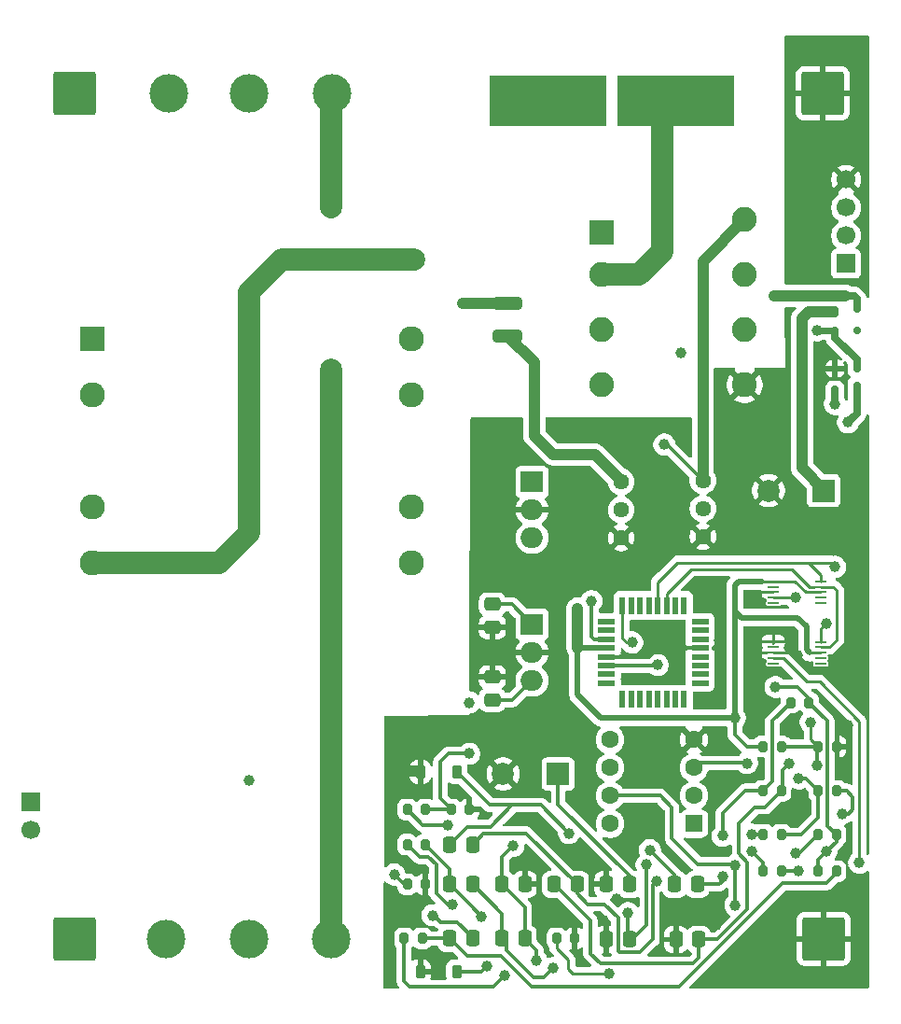
<source format=gbr>
%TF.GenerationSoftware,KiCad,Pcbnew,9.0.1*%
%TF.CreationDate,2025-04-03T14:44:02-07:00*%
%TF.ProjectId,Final_Board-v3C,46696e61-6c5f-4426-9f61-72642d763343,rev?*%
%TF.SameCoordinates,Original*%
%TF.FileFunction,Copper,L1,Top*%
%TF.FilePolarity,Positive*%
%FSLAX46Y46*%
G04 Gerber Fmt 4.6, Leading zero omitted, Abs format (unit mm)*
G04 Created by KiCad (PCBNEW 9.0.1) date 2025-04-03 14:44:02*
%MOMM*%
%LPD*%
G01*
G04 APERTURE LIST*
G04 Aperture macros list*
%AMRoundRect*
0 Rectangle with rounded corners*
0 $1 Rounding radius*
0 $2 $3 $4 $5 $6 $7 $8 $9 X,Y pos of 4 corners*
0 Add a 4 corners polygon primitive as box body*
4,1,4,$2,$3,$4,$5,$6,$7,$8,$9,$2,$3,0*
0 Add four circle primitives for the rounded corners*
1,1,$1+$1,$2,$3*
1,1,$1+$1,$4,$5*
1,1,$1+$1,$6,$7*
1,1,$1+$1,$8,$9*
0 Add four rect primitives between the rounded corners*
20,1,$1+$1,$2,$3,$4,$5,0*
20,1,$1+$1,$4,$5,$6,$7,0*
20,1,$1+$1,$6,$7,$8,$9,0*
20,1,$1+$1,$8,$9,$2,$3,0*%
%AMFreePoly0*
4,1,5,2.250000,-4.000000,-2.250000,-4.000000,-2.250000,4.000000,2.250000,4.000000,2.250000,-4.000000,2.250000,-4.000000,$1*%
%AMFreePoly1*
4,1,5,1.500000,-2.250000,-1.500000,-2.250000,-1.500000,2.250000,1.500000,2.250000,1.500000,-2.250000,1.500000,-2.250000,$1*%
%AMFreePoly2*
4,1,5,4.000000,-2.250000,-4.000000,-2.250000,-4.000000,2.250000,4.000000,2.250000,4.000000,-2.250000,4.000000,-2.250000,$1*%
G04 Aperture macros list end*
%TA.AperFunction,ComponentPad*%
%ADD10R,1.700000X1.700000*%
%TD*%
%TA.AperFunction,ComponentPad*%
%ADD11C,1.700000*%
%TD*%
%TA.AperFunction,SMDPad,CuDef*%
%ADD12RoundRect,0.175000X0.175000X0.325000X-0.175000X0.325000X-0.175000X-0.325000X0.175000X-0.325000X0*%
%TD*%
%TA.AperFunction,SMDPad,CuDef*%
%ADD13RoundRect,0.150000X0.200000X0.150000X-0.200000X0.150000X-0.200000X-0.150000X0.200000X-0.150000X0*%
%TD*%
%TA.AperFunction,SMDPad,CuDef*%
%ADD14RoundRect,0.250000X0.337500X0.475000X-0.337500X0.475000X-0.337500X-0.475000X0.337500X-0.475000X0*%
%TD*%
%TA.AperFunction,ComponentPad*%
%ADD15C,2.600000*%
%TD*%
%TA.AperFunction,ConnectorPad*%
%ADD16C,3.500000*%
%TD*%
%TA.AperFunction,SMDPad,CuDef*%
%ADD17RoundRect,0.175000X-0.175000X-0.325000X0.175000X-0.325000X0.175000X0.325000X-0.175000X0.325000X0*%
%TD*%
%TA.AperFunction,SMDPad,CuDef*%
%ADD18RoundRect,0.150000X-0.200000X-0.150000X0.200000X-0.150000X0.200000X0.150000X-0.200000X0.150000X0*%
%TD*%
%TA.AperFunction,SMDPad,CuDef*%
%ADD19RoundRect,0.200000X-0.200000X-0.275000X0.200000X-0.275000X0.200000X0.275000X-0.200000X0.275000X0*%
%TD*%
%TA.AperFunction,SMDPad,CuDef*%
%ADD20R,1.100000X0.250000*%
%TD*%
%TA.AperFunction,SMDPad,CuDef*%
%ADD21RoundRect,0.225000X0.225000X0.375000X-0.225000X0.375000X-0.225000X-0.375000X0.225000X-0.375000X0*%
%TD*%
%TA.AperFunction,ComponentPad*%
%ADD22FreePoly0,90.000000*%
%TD*%
%TA.AperFunction,ComponentPad*%
%ADD23FreePoly1,0.000000*%
%TD*%
%TA.AperFunction,ComponentPad*%
%ADD24FreePoly2,0.000000*%
%TD*%
%TA.AperFunction,ComponentPad*%
%ADD25R,2.000000X1.905000*%
%TD*%
%TA.AperFunction,ComponentPad*%
%ADD26O,2.000000X1.905000*%
%TD*%
%TA.AperFunction,SMDPad,CuDef*%
%ADD27RoundRect,0.250000X-0.475000X0.337500X-0.475000X-0.337500X0.475000X-0.337500X0.475000X0.337500X0*%
%TD*%
%TA.AperFunction,SMDPad,CuDef*%
%ADD28R,1.600000X0.550000*%
%TD*%
%TA.AperFunction,SMDPad,CuDef*%
%ADD29R,0.550000X1.600000*%
%TD*%
%TA.AperFunction,ComponentPad*%
%ADD30RoundRect,0.250002X-1.699998X-1.699998X1.699998X-1.699998X1.699998X1.699998X-1.699998X1.699998X0*%
%TD*%
%TA.AperFunction,SMDPad,CuDef*%
%ADD31RoundRect,0.200000X0.200000X0.275000X-0.200000X0.275000X-0.200000X-0.275000X0.200000X-0.275000X0*%
%TD*%
%TA.AperFunction,ComponentPad*%
%ADD32R,2.000000X2.000000*%
%TD*%
%TA.AperFunction,ComponentPad*%
%ADD33C,2.000000*%
%TD*%
%TA.AperFunction,ComponentPad*%
%ADD34C,1.440000*%
%TD*%
%TA.AperFunction,SMDPad,CuDef*%
%ADD35RoundRect,0.250000X1.075000X-0.312500X1.075000X0.312500X-1.075000X0.312500X-1.075000X-0.312500X0*%
%TD*%
%TA.AperFunction,SMDPad,CuDef*%
%ADD36RoundRect,0.250000X0.475000X-0.337500X0.475000X0.337500X-0.475000X0.337500X-0.475000X-0.337500X0*%
%TD*%
%TA.AperFunction,ComponentPad*%
%ADD37R,2.250000X2.250000*%
%TD*%
%TA.AperFunction,ComponentPad*%
%ADD38C,2.250000*%
%TD*%
%TA.AperFunction,ComponentPad*%
%ADD39R,2.286000X2.286000*%
%TD*%
%TA.AperFunction,ComponentPad*%
%ADD40C,2.286000*%
%TD*%
%TA.AperFunction,SMDPad,CuDef*%
%ADD41RoundRect,0.250000X-0.337500X-0.475000X0.337500X-0.475000X0.337500X0.475000X-0.337500X0.475000X0*%
%TD*%
%TA.AperFunction,ComponentPad*%
%ADD42RoundRect,0.250000X0.550000X0.550000X-0.550000X0.550000X-0.550000X-0.550000X0.550000X-0.550000X0*%
%TD*%
%TA.AperFunction,ComponentPad*%
%ADD43C,1.600000*%
%TD*%
%TA.AperFunction,ViaPad*%
%ADD44C,1.000000*%
%TD*%
%TA.AperFunction,ViaPad*%
%ADD45C,2.000000*%
%TD*%
%TA.AperFunction,Conductor*%
%ADD46C,0.550000*%
%TD*%
%TA.AperFunction,Conductor*%
%ADD47C,0.300000*%
%TD*%
%TA.AperFunction,Conductor*%
%ADD48C,1.000000*%
%TD*%
%TA.AperFunction,Conductor*%
%ADD49C,0.254000*%
%TD*%
%TA.AperFunction,Conductor*%
%ADD50C,0.250000*%
%TD*%
%TA.AperFunction,Conductor*%
%ADD51C,2.000000*%
%TD*%
%TA.AperFunction,Conductor*%
%ADD52C,0.700000*%
%TD*%
%TA.AperFunction,Conductor*%
%ADD53C,0.500000*%
%TD*%
%TA.AperFunction,Conductor*%
%ADD54C,0.600000*%
%TD*%
G04 APERTURE END LIST*
D10*
%TO.P,J5,1,Pin_1*%
%TO.N,Net-(J5-Pin_1)*%
X102700000Y-120050000D03*
D11*
%TO.P,J5,2,Pin_2*%
%TO.N,GND*%
X102700000Y-122590000D03*
%TD*%
D12*
%TO.P,D2,1,+*%
%TO.N,Net-(D2-+)*%
X177700000Y-82400000D03*
D13*
%TO.P,D2,2*%
%TO.N,Net-(D1-Pad2)*%
X177700000Y-80700000D03*
%TO.P,D2,3,-*%
%TO.N,GND*%
X175700000Y-80700000D03*
%TO.P,D2,4*%
%TO.N,Net-(D2-Pad4)*%
X175700000Y-82600000D03*
%TD*%
D14*
%TO.P,C13,1*%
%TO.N,GND*%
X147537500Y-127500000D03*
%TO.P,C13,2*%
%TO.N,Net-(U4B-+)*%
X145462500Y-127500000D03*
%TD*%
%TO.P,C14,1*%
%TO.N,Net-(U4B-+)*%
X147537500Y-132400000D03*
%TO.P,C14,2*%
%TO.N,Net-(C11-Pad1)*%
X145462500Y-132400000D03*
%TD*%
%TO.P,C6,1*%
%TO.N,5v*%
X157037500Y-132500000D03*
%TO.P,C6,2*%
%TO.N,GND*%
X154962500Y-132500000D03*
%TD*%
%TO.P,C10,1*%
%TO.N,Net-(C10-Pad1)*%
X142787500Y-123900000D03*
%TO.P,C10,2*%
%TO.N,Net-(D3-K)*%
X140712500Y-123900000D03*
%TD*%
D15*
%TO.P,E2,1,1*%
%TO.N,GND*%
X122480000Y-55768000D03*
D16*
X122480000Y-55768000D03*
%TD*%
D17*
%TO.P,D1,1,+*%
%TO.N,Net-(D1-+)*%
X175700000Y-75550000D03*
D18*
%TO.P,D1,2*%
%TO.N,Net-(D1-Pad2)*%
X175700000Y-77250000D03*
%TO.P,D1,3,-*%
%TO.N,unconnected-(D1---Pad3)*%
X177700000Y-77250000D03*
%TO.P,D1,4*%
%TO.N,Net-(D1-Pad4)*%
X177700000Y-75350000D03*
%TD*%
D19*
%TO.P,R10,1*%
%TO.N,Net-(U4B--)*%
X169175000Y-126300000D03*
%TO.P,R10,2*%
%TO.N,Net-(C11-Pad1)*%
X170825000Y-126300000D03*
%TD*%
D20*
%TO.P,U5,1,ADDR*%
%TO.N,5v*%
X170100000Y-100000000D03*
%TO.P,U5,2,ALERT/RDY*%
%TO.N,unconnected-(U5-ALERT{slash}RDY-Pad2)*%
X170100000Y-100500000D03*
%TO.P,U5,3,GND*%
%TO.N,GND*%
X170100000Y-101000000D03*
%TO.P,U5,4,AIN0*%
%TO.N,Net-(D3-K)*%
X170100000Y-101500000D03*
%TO.P,U5,5,AIN1*%
%TO.N,unconnected-(U5-AIN1-Pad5)*%
X170100000Y-102000000D03*
%TO.P,U5,6,AIN2*%
%TO.N,unconnected-(U5-AIN2-Pad6)*%
X174400000Y-102000000D03*
%TO.P,U5,7,AIN3*%
%TO.N,unconnected-(U5-AIN3-Pad7)*%
X174400000Y-101500000D03*
%TO.P,U5,8,VDD*%
%TO.N,5v*%
X174400000Y-101000000D03*
%TO.P,U5,9,SDA*%
%TO.N,Net-(U3-PC4)*%
X174400000Y-100500000D03*
%TO.P,U5,10,SCL*%
%TO.N,Net-(U3-PC5)*%
X174400000Y-100000000D03*
%TD*%
D19*
%TO.P,R6,1*%
%TO.N,Net-(D3-K)*%
X174175000Y-115000000D03*
%TO.P,R6,2*%
%TO.N,GND*%
X175825000Y-115000000D03*
%TD*%
D21*
%TO.P,D4,1,K*%
%TO.N,Net-(D4-K)*%
X141350000Y-135400000D03*
%TO.P,D4,2,A*%
%TO.N,GND*%
X138050000Y-135400000D03*
%TD*%
D22*
%TO.P,F1,1*%
%TO.N,Net-(P1-L)*%
X148340000Y-56400000D03*
D23*
X153420000Y-56400000D03*
%TO.P,F1,2*%
%TO.N,Net-(F1-Pad2)*%
X157480000Y-56400000D03*
D24*
X162560000Y-56400000D03*
%TD*%
D25*
%TO.P,U2,1,VI*%
%TO.N,Net-(D2-+)*%
X148200000Y-91000000D03*
D26*
%TO.P,U2,2,GND*%
%TO.N,GND*%
X148200000Y-93540000D03*
%TO.P,U2,3,VO*%
%TO.N,5v*%
X148200000Y-96080000D03*
%TD*%
D15*
%TO.P,E4,1,1*%
%TO.N,Net-(J1-L)*%
X115000000Y-132431000D03*
D16*
X115000000Y-132431000D03*
%TD*%
D19*
%TO.P,R4,1*%
%TO.N,Net-(R11-Pad1)*%
X169175000Y-123000000D03*
%TO.P,R4,2*%
%TO.N,Net-(U4A--)*%
X170825000Y-123000000D03*
%TD*%
D27*
%TO.P,C1,1*%
%TO.N,Net-(D1-+)*%
X144600000Y-102100000D03*
%TO.P,C1,2*%
%TO.N,GND*%
X144600000Y-104175000D03*
%TD*%
D19*
%TO.P,R7,1*%
%TO.N,Net-(U4A--)*%
X174175000Y-119000000D03*
%TO.P,R7,2*%
%TO.N,Net-(C10-Pad1)*%
X175825000Y-119000000D03*
%TD*%
%TO.P,R13,1*%
%TO.N,5v*%
X136875000Y-123900000D03*
%TO.P,R13,2*%
%TO.N,Net-(D4-K)*%
X138525000Y-123900000D03*
%TD*%
D15*
%TO.P,E3,1,1*%
%TO.N,Net-(J1-N)*%
X130010000Y-55768000D03*
D16*
X130010000Y-55768000D03*
%TD*%
D14*
%TO.P,C5,1*%
%TO.N,Net-(D2-+)*%
X157037500Y-127500000D03*
%TO.P,C5,2*%
%TO.N,GND*%
X154962500Y-127500000D03*
%TD*%
D19*
%TO.P,R2,1*%
%TO.N,5v*%
X169175000Y-115000000D03*
%TO.P,R2,2*%
%TO.N,Net-(D3-K)*%
X170825000Y-115000000D03*
%TD*%
%TO.P,R3,1*%
%TO.N,Net-(C9-Pad2)*%
X169175000Y-119000000D03*
%TO.P,R3,2*%
%TO.N,Net-(U4A-+)*%
X170825000Y-119000000D03*
%TD*%
D28*
%TO.P,U3,1,PD3*%
%TO.N,unconnected-(U3-PD3-Pad1)*%
X154950000Y-103650000D03*
%TO.P,U3,2,PD4*%
%TO.N,unconnected-(U3-PD4-Pad2)*%
X154950000Y-104450000D03*
%TO.P,U3,3,PE0*%
%TO.N,SDA*%
X154950000Y-105250000D03*
%TO.P,U3,4,VCC*%
%TO.N,5v*%
X154950000Y-106050000D03*
%TO.P,U3,5,GND*%
%TO.N,GND*%
X154950000Y-106850000D03*
%TO.P,U3,6,PE1*%
%TO.N,Net-(J7-Pin_1)*%
X154950000Y-107650000D03*
%TO.P,U3,7,XTAL1/PB6*%
%TO.N,unconnected-(U3-XTAL1{slash}PB6-Pad7)*%
X154950000Y-108450000D03*
%TO.P,U3,8,XTAL2/PB7*%
%TO.N,unconnected-(U3-XTAL2{slash}PB7-Pad8)*%
X154950000Y-109250000D03*
D29*
%TO.P,U3,9,PD5*%
%TO.N,unconnected-(U3-PD5-Pad9)*%
X156400000Y-110700000D03*
%TO.P,U3,10,PD6*%
%TO.N,unconnected-(U3-PD6-Pad10)*%
X157200000Y-110700000D03*
%TO.P,U3,11,PD7*%
%TO.N,unconnected-(U3-PD7-Pad11)*%
X158000000Y-110700000D03*
%TO.P,U3,12,PB0*%
%TO.N,unconnected-(U3-PB0-Pad12)*%
X158800000Y-110700000D03*
%TO.P,U3,13,PB1*%
%TO.N,unconnected-(U3-PB1-Pad13)*%
X159600000Y-110700000D03*
%TO.P,U3,14,PB2*%
%TO.N,unconnected-(U3-PB2-Pad14)*%
X160400000Y-110700000D03*
%TO.P,U3,15,PB3*%
%TO.N,unconnected-(U3-PB3-Pad15)*%
X161200000Y-110700000D03*
%TO.P,U3,16,PB4*%
%TO.N,unconnected-(U3-PB4-Pad16)*%
X162000000Y-110700000D03*
D28*
%TO.P,U3,17,PB5*%
%TO.N,unconnected-(U3-PB5-Pad17)*%
X163450000Y-109250000D03*
%TO.P,U3,18,AVCC*%
%TO.N,unconnected-(U3-AVCC-Pad18)*%
X163450000Y-108450000D03*
%TO.P,U3,19,PE2*%
%TO.N,unconnected-(U3-PE2-Pad19)*%
X163450000Y-107650000D03*
%TO.P,U3,20,AREF*%
%TO.N,unconnected-(U3-AREF-Pad20)*%
X163450000Y-106850000D03*
%TO.P,U3,21,GND*%
%TO.N,GND*%
X163450000Y-106050000D03*
%TO.P,U3,22,PE3*%
%TO.N,unconnected-(U3-PE3-Pad22)*%
X163450000Y-105250000D03*
%TO.P,U3,23,PC0*%
%TO.N,unconnected-(U3-PC0-Pad23)*%
X163450000Y-104450000D03*
%TO.P,U3,24,PC1*%
%TO.N,unconnected-(U3-PC1-Pad24)*%
X163450000Y-103650000D03*
D29*
%TO.P,U3,25,PC2*%
%TO.N,unconnected-(U3-PC2-Pad25)*%
X162000000Y-102200000D03*
%TO.P,U3,26,PC3*%
%TO.N,unconnected-(U3-PC3-Pad26)*%
X161200000Y-102200000D03*
%TO.P,U3,27,PC4*%
%TO.N,Net-(U3-PC4)*%
X160400000Y-102200000D03*
%TO.P,U3,28,PC5*%
%TO.N,Net-(U3-PC5)*%
X159600000Y-102200000D03*
%TO.P,U3,29,~{RESET}/PC6*%
%TO.N,unconnected-(U3-~{RESET}{slash}PC6-Pad29)*%
X158800000Y-102200000D03*
%TO.P,U3,30,PD0*%
%TO.N,unconnected-(U3-PD0-Pad30)*%
X158000000Y-102200000D03*
%TO.P,U3,31,PD1*%
%TO.N,unconnected-(U3-PD1-Pad31)*%
X157200000Y-102200000D03*
%TO.P,U3,32,PD2*%
%TO.N,Net-(J5-Pin_1)*%
X156400000Y-102200000D03*
%TD*%
D30*
%TO.P,H3,1,Pin_1*%
%TO.N,GND*%
X174659000Y-132431000D03*
%TD*%
D31*
%TO.P,R5,1*%
%TO.N,Net-(R11-Pad1)*%
X173325000Y-111000000D03*
%TO.P,R5,2*%
%TO.N,Net-(C9-Pad2)*%
X171675000Y-111000000D03*
%TD*%
%TO.P,R14,1*%
%TO.N,GND*%
X138525000Y-127500000D03*
%TO.P,R14,2*%
%TO.N,Net-(R14-Pad2)*%
X136875000Y-127500000D03*
%TD*%
D32*
%TO.P,C4,1*%
%TO.N,Net-(D2-+)*%
X150570000Y-117490000D03*
D33*
%TO.P,C4,2*%
%TO.N,GND*%
X145570000Y-117490000D03*
%TD*%
D20*
%TO.P,U6,1,ADDR*%
%TO.N,GND*%
X170100000Y-105500000D03*
%TO.P,U6,2,ALERT/RDY*%
%TO.N,unconnected-(U6-ALERT{slash}RDY-Pad2)*%
X170100000Y-106000000D03*
%TO.P,U6,3,GND*%
%TO.N,GND*%
X170100000Y-106500000D03*
%TO.P,U6,4,AIN0*%
%TO.N,Net-(D4-K)*%
X170100000Y-107000000D03*
%TO.P,U6,5,AIN1*%
%TO.N,unconnected-(U6-AIN1-Pad5)*%
X170100000Y-107500000D03*
%TO.P,U6,6,AIN2*%
%TO.N,unconnected-(U6-AIN2-Pad6)*%
X174400000Y-107500000D03*
%TO.P,U6,7,AIN3*%
%TO.N,unconnected-(U6-AIN3-Pad7)*%
X174400000Y-107000000D03*
%TO.P,U6,8,VDD*%
%TO.N,5v*%
X174400000Y-106500000D03*
%TO.P,U6,9,SDA*%
%TO.N,Net-(U3-PC4)*%
X174400000Y-106000000D03*
%TO.P,U6,10,SCL*%
%TO.N,Net-(U3-PC5)*%
X174400000Y-105500000D03*
%TD*%
D30*
%TO.P,H1,1,Pin_1*%
%TO.N,GND*%
X106659000Y-55768000D03*
%TD*%
D34*
%TO.P,RV2,1,1*%
%TO.N,Net-(R14-Pad2)*%
X163710000Y-90880000D03*
%TO.P,RV2,2,2*%
%TO.N,Net-(C12-Pad1)*%
X163710000Y-93420000D03*
%TO.P,RV2,3,3*%
%TO.N,GND*%
X163710000Y-95960000D03*
%TD*%
D19*
%TO.P,R16,1*%
%TO.N,Net-(D4-K)*%
X150415000Y-132400000D03*
%TO.P,R16,2*%
%TO.N,GND*%
X152065000Y-132400000D03*
%TD*%
D35*
%TO.P,R1,1*%
%TO.N,Net-(R1-Pad1)*%
X146000000Y-77762500D03*
%TO.P,R1,2*%
%TO.N,Net-(R1-Pad2)*%
X146000000Y-74837500D03*
%TD*%
D36*
%TO.P,C2,1*%
%TO.N,VCC*%
X144600000Y-110775000D03*
%TO.P,C2,2*%
%TO.N,GND*%
X144600000Y-108700000D03*
%TD*%
D15*
%TO.P,E1,1,1*%
%TO.N,Net-(P1-L)*%
X115200000Y-55768000D03*
D16*
X115200000Y-55768000D03*
%TD*%
D25*
%TO.P,U1,1,VI*%
%TO.N,Net-(D1-+)*%
X148200000Y-103920000D03*
D26*
%TO.P,U1,2,GND*%
%TO.N,GND*%
X148200000Y-106460000D03*
%TO.P,U1,3,VO*%
%TO.N,VCC*%
X148200000Y-109000000D03*
%TD*%
D15*
%TO.P,E6,1,1*%
%TO.N,Net-(J1-N)*%
X130000000Y-132431000D03*
D16*
X130000000Y-132431000D03*
%TD*%
D34*
%TO.P,RV1,1,1*%
%TO.N,Net-(R1-Pad1)*%
X156290000Y-90980000D03*
%TO.P,RV1,2,2*%
%TO.N,Net-(C9-Pad1)*%
X156290000Y-93520000D03*
%TO.P,RV1,3,3*%
%TO.N,GND*%
X156290000Y-96060000D03*
%TD*%
D19*
%TO.P,R11,1*%
%TO.N,Net-(R11-Pad1)*%
X174175000Y-126300000D03*
%TO.P,R11,2*%
%TO.N,Net-(C12-Pad2)*%
X175825000Y-126300000D03*
%TD*%
D31*
%TO.P,R15,1*%
%TO.N,Net-(C12-Pad2)*%
X138225000Y-132400000D03*
%TO.P,R15,2*%
%TO.N,Net-(U4B-+)*%
X136575000Y-132400000D03*
%TD*%
D37*
%TO.P,T2,1*%
%TO.N,N/C*%
X154500000Y-68400000D03*
D38*
%TO.P,T2,2*%
%TO.N,Net-(F1-Pad2)*%
X154500000Y-72200000D03*
%TO.P,T2,3*%
%TO.N,Net-(J1-L)*%
X154500000Y-77200000D03*
%TO.P,T2,4*%
%TO.N,N/C*%
X154500000Y-82200000D03*
%TO.P,T2,5*%
%TO.N,GND*%
X167500000Y-82200000D03*
%TO.P,T2,6*%
%TO.N,N/C*%
X167500000Y-77200000D03*
%TO.P,T2,7*%
X167500000Y-72200000D03*
%TO.P,T2,8*%
%TO.N,Net-(R14-Pad2)*%
X167500000Y-67200000D03*
%TD*%
D14*
%TO.P,C7,1*%
%TO.N,Net-(U4A-+)*%
X163337500Y-132500000D03*
%TO.P,C7,2*%
%TO.N,GND*%
X161262500Y-132500000D03*
%TD*%
D32*
%TO.P,C3,1*%
%TO.N,Net-(D1-+)*%
X174667677Y-91780000D03*
D33*
%TO.P,C3,2*%
%TO.N,GND*%
X169667677Y-91780000D03*
%TD*%
D14*
%TO.P,C12,1*%
%TO.N,Net-(C12-Pad1)*%
X142787500Y-132400000D03*
%TO.P,C12,2*%
%TO.N,Net-(C12-Pad2)*%
X140712500Y-132400000D03*
%TD*%
D19*
%TO.P,R12,1*%
%TO.N,Net-(U4B--)*%
X136875000Y-120700000D03*
%TO.P,R12,2*%
%TO.N,Net-(R11-Pad1)*%
X138525000Y-120700000D03*
%TD*%
D30*
%TO.P,H2,1,Pin_1*%
%TO.N,GND*%
X174603000Y-55768000D03*
%TD*%
D39*
%TO.P,T1,1*%
%TO.N,GND*%
X108244000Y-77980000D03*
D40*
%TO.P,T1,3*%
%TO.N,Net-(R1-Pad2)*%
X108244000Y-83060000D03*
%TO.P,T1,4*%
%TO.N,Net-(J1-N)*%
X108244000Y-93220000D03*
%TO.P,T1,6*%
%TO.N,Net-(F1-Pad2)*%
X108244000Y-98300000D03*
%TO.P,T1,7*%
%TO.N,Net-(D1-Pad2)*%
X137200000Y-77980000D03*
%TO.P,T1,9*%
%TO.N,Net-(D2-Pad4)*%
X137200000Y-83060000D03*
%TO.P,T1,10*%
X137200000Y-93220000D03*
%TO.P,T1,12*%
%TO.N,Net-(D1-Pad4)*%
X137200000Y-98300000D03*
%TD*%
D14*
%TO.P,C11,1*%
%TO.N,Net-(C11-Pad1)*%
X142787500Y-127500000D03*
%TO.P,C11,2*%
%TO.N,Net-(D4-K)*%
X140712500Y-127500000D03*
%TD*%
D15*
%TO.P,E5,1,1*%
%TO.N,GND*%
X122480000Y-132431000D03*
D16*
X122480000Y-132431000D03*
%TD*%
D21*
%TO.P,D3,1,K*%
%TO.N,Net-(D3-K)*%
X141350000Y-117300000D03*
%TO.P,D3,2,A*%
%TO.N,GND*%
X138050000Y-117300000D03*
%TD*%
D30*
%TO.P,H4,1,Pin_1*%
%TO.N,unconnected-(H4-Pin_1-Pad1)*%
X106659000Y-132431000D03*
%TD*%
D41*
%TO.P,C8,1*%
%TO.N,Net-(U4A-+)*%
X150202500Y-127500000D03*
%TO.P,C8,2*%
%TO.N,Net-(C10-Pad1)*%
X152277500Y-127500000D03*
%TD*%
D19*
%TO.P,R9,1*%
%TO.N,Net-(R11-Pad1)*%
X140875000Y-120700000D03*
%TO.P,R9,2*%
%TO.N,GND*%
X142525000Y-120700000D03*
%TD*%
D10*
%TO.P,J7,1,Pin_1*%
%TO.N,Net-(J7-Pin_1)*%
X176700000Y-71200000D03*
D11*
%TO.P,J7,2,Pin_2*%
%TO.N,SDA*%
X176700000Y-68660000D03*
%TO.P,J7,3,Pin_3*%
%TO.N,5v*%
X176700000Y-66120000D03*
%TO.P,J7,4,Pin_4*%
%TO.N,GND*%
X176700000Y-63580000D03*
%TD*%
D41*
%TO.P,C9,1*%
%TO.N,Net-(C9-Pad1)*%
X161125000Y-127500000D03*
%TO.P,C9,2*%
%TO.N,Net-(C9-Pad2)*%
X163200000Y-127500000D03*
%TD*%
D19*
%TO.P,R8,1*%
%TO.N,VCC*%
X174175000Y-123000000D03*
%TO.P,R8,2*%
%TO.N,Net-(R11-Pad1)*%
X175825000Y-123000000D03*
%TD*%
D42*
%TO.P,U4,1*%
%TO.N,Net-(C10-Pad1)*%
X162900000Y-122000000D03*
D43*
%TO.P,U4,2,-*%
%TO.N,Net-(U4A--)*%
X162900000Y-119460000D03*
%TO.P,U4,3,+*%
%TO.N,Net-(U4A-+)*%
X162900000Y-116920000D03*
%TO.P,U4,4,V-*%
%TO.N,GND*%
X162900000Y-114380000D03*
%TO.P,U4,5,+*%
%TO.N,Net-(U4B-+)*%
X155280000Y-114380000D03*
%TO.P,U4,6,-*%
%TO.N,Net-(U4B--)*%
X155280000Y-116920000D03*
%TO.P,U4,7*%
%TO.N,Net-(C11-Pad1)*%
X155280000Y-119460000D03*
%TO.P,U4,8,V+*%
%TO.N,VCC*%
X155280000Y-122000000D03*
%TD*%
D44*
%TO.N,GND*%
X172250000Y-106750000D03*
X152600000Y-91300000D03*
X168200000Y-101350000D03*
X172150000Y-120080000D03*
X164900000Y-131200000D03*
X135850000Y-117260000D03*
X159420000Y-121330000D03*
X161400000Y-108600000D03*
X176900000Y-113100000D03*
X154650000Y-130750000D03*
X165200000Y-105400000D03*
X122480000Y-118100000D03*
X152600000Y-93550000D03*
X155860000Y-128820000D03*
X141700000Y-119300000D03*
X151100000Y-130500000D03*
X171640000Y-113110000D03*
X165720000Y-119140000D03*
X177500000Y-105100000D03*
X139300000Y-133600000D03*
X161750000Y-91250000D03*
X152940000Y-125720000D03*
%TO.N,Net-(U4B--)*%
X168160000Y-124510000D03*
X140500000Y-122100000D03*
%TO.N,Net-(U4A-+)*%
X167710000Y-116510000D03*
X171490000Y-116510000D03*
%TO.N,Net-(D3-K)*%
X174100000Y-116700000D03*
X173500000Y-112800000D03*
X172110000Y-101500000D03*
X151550000Y-122850000D03*
%TO.N,VCC*%
X172100000Y-124700000D03*
%TO.N,Net-(U4B-+)*%
X146500000Y-124000000D03*
X148600000Y-134400000D03*
X145700000Y-135800000D03*
%TO.N,Net-(U4A--)*%
X172400000Y-117900000D03*
D45*
%TO.N,Net-(F1-Pad2)*%
X137480000Y-70800000D03*
D44*
%TO.N,5v*%
X141000000Y-129300000D03*
X166600000Y-112400000D03*
X152330000Y-102470000D03*
X156900000Y-130100000D03*
X158600000Y-125700000D03*
%TO.N,Net-(C10-Pad1)*%
X159500000Y-127200000D03*
X176340000Y-121090000D03*
%TO.N,Net-(C11-Pad1)*%
X172380000Y-126300000D03*
X150114984Y-135102417D03*
X166650000Y-129400000D03*
X166650000Y-125750000D03*
%TO.N,Net-(U3-PC5)*%
X174900000Y-103800000D03*
X175700000Y-98700000D03*
%TO.N,Net-(J7-Pin_1)*%
X159600000Y-107600000D03*
%TO.N,Net-(J5-Pin_1)*%
X157300000Y-105550000D03*
%TO.N,SDA*%
X153600000Y-101800000D03*
%TO.N,Net-(D2-+)*%
X176870000Y-85590000D03*
%TO.N,Net-(C9-Pad2)*%
X165500000Y-126800000D03*
X165500000Y-123100000D03*
%TO.N,Net-(C9-Pad1)*%
X158900000Y-124400000D03*
%TO.N,Net-(D4-K)*%
X144100000Y-134900000D03*
X177900000Y-125530000D03*
X143600000Y-130400000D03*
X155170000Y-135600000D03*
%TO.N,Net-(C12-Pad1)*%
X139160000Y-130300000D03*
X142494000Y-110998000D03*
%TO.N,Net-(D1-Pad4)*%
X170200000Y-74100000D03*
%TO.N,Net-(D2-Pad4)*%
X175690000Y-83940000D03*
%TO.N,Net-(R11-Pad1)*%
X142500000Y-115640000D03*
X170300000Y-109600000D03*
X168159000Y-122980000D03*
X174910000Y-124540000D03*
%TO.N,Net-(R14-Pad2)*%
X135700000Y-126600000D03*
X160200000Y-87600000D03*
%TO.N,Net-(D1-Pad2)*%
X174110000Y-77250000D03*
X161700000Y-79300000D03*
%TO.N,Net-(R1-Pad2)*%
X141857500Y-74837500D03*
D45*
%TO.N,Net-(J1-N)*%
X130000000Y-80820000D03*
X130000000Y-66040000D03*
%TD*%
D46*
%TO.N,5v*%
X166600000Y-112400000D02*
X154430000Y-112400000D01*
X152340000Y-110310000D02*
X152340000Y-106050000D01*
D47*
X166600000Y-112330000D02*
X166600000Y-112400000D01*
X166605000Y-112325000D02*
X166600000Y-112330000D01*
D46*
X154430000Y-112400000D02*
X152340000Y-110310000D01*
D47*
%TO.N,GND*%
X138010000Y-117260000D02*
X138050000Y-117300000D01*
D48*
X135850000Y-117260000D02*
X138010000Y-117260000D01*
D47*
X163450000Y-106050000D02*
X159600000Y-106050000D01*
X172250000Y-106750000D02*
X172000000Y-106500000D01*
X159600000Y-106050000D02*
X158800000Y-106850000D01*
D49*
X170100000Y-101000000D02*
X168550000Y-101000000D01*
D50*
X172000000Y-106500000D02*
X170100000Y-106500000D01*
D47*
X158800000Y-106850000D02*
X154950000Y-106850000D01*
D49*
X168550000Y-101000000D02*
X168200000Y-101350000D01*
D47*
%TO.N,Net-(U4B--)*%
X140500000Y-122100000D02*
X138275000Y-122100000D01*
X138275000Y-122100000D02*
X136875000Y-120700000D01*
X168160000Y-124510000D02*
X169175000Y-125525000D01*
X169175000Y-125525000D02*
X169175000Y-126300000D01*
%TO.N,Net-(U4A-+)*%
X163337500Y-132500000D02*
X163337500Y-134162500D01*
X163330000Y-116490000D02*
X162900000Y-116920000D01*
X170900000Y-117100000D02*
X170900000Y-118925000D01*
X153500000Y-130797500D02*
X150202500Y-127500000D01*
X166980000Y-124710000D02*
X167761000Y-125491000D01*
X167710000Y-116510000D02*
X167710000Y-116210000D01*
X170900000Y-118925000D02*
X170825000Y-119000000D01*
X171490000Y-116510000D02*
X170900000Y-117100000D01*
X167761000Y-125491000D02*
X167761000Y-129779000D01*
X166980000Y-121920000D02*
X166980000Y-124710000D01*
X167430000Y-116490000D02*
X163330000Y-116490000D01*
X168400000Y-120500000D02*
X166980000Y-121920000D01*
X153500000Y-133800000D02*
X153500000Y-130797500D01*
X170825000Y-119000000D02*
X169325000Y-120500000D01*
X169325000Y-120500000D02*
X168400000Y-120500000D01*
X154390000Y-134690000D02*
X153500000Y-133800000D01*
X167761000Y-129779000D02*
X165040000Y-132500000D01*
X163337500Y-134162500D02*
X162810000Y-134690000D01*
X167710000Y-116210000D02*
X167430000Y-116490000D01*
X165040000Y-132500000D02*
X163337500Y-132500000D01*
X162810000Y-134690000D02*
X154390000Y-134690000D01*
%TO.N,Net-(D3-K)*%
X174100000Y-115075000D02*
X174175000Y-115000000D01*
D49*
X172110000Y-101500000D02*
X170100000Y-101500000D01*
X173500000Y-114325000D02*
X174175000Y-115000000D01*
D47*
X170825000Y-115000000D02*
X174175000Y-115000000D01*
X142312500Y-122300000D02*
X144400000Y-122300000D01*
X144400000Y-122300000D02*
X146400000Y-120300000D01*
X144350000Y-120300000D02*
X146600000Y-120300000D01*
X141350000Y-117300000D02*
X144350000Y-120300000D01*
D49*
X173500000Y-112800000D02*
X173500000Y-114325000D01*
D47*
X174100000Y-116700000D02*
X174100000Y-115075000D01*
X146600000Y-120300000D02*
X149000000Y-120300000D01*
X151550000Y-122850000D02*
X149000000Y-120300000D01*
X146400000Y-120300000D02*
X146600000Y-120300000D01*
X140712500Y-123900000D02*
X142312500Y-122300000D01*
%TO.N,VCC*%
X172100000Y-124700000D02*
X172475000Y-124700000D01*
X172475000Y-124700000D02*
X174175000Y-123000000D01*
X144600000Y-110775000D02*
X146425000Y-110775000D01*
X146425000Y-110775000D02*
X148200000Y-109000000D01*
%TO.N,Net-(U4B-+)*%
X147537500Y-129575000D02*
X147537500Y-132400000D01*
X146500000Y-124000000D02*
X145462500Y-125037500D01*
X145700000Y-135800000D02*
X144698800Y-136801200D01*
X145462500Y-127500000D02*
X147537500Y-129575000D01*
X145462500Y-125037500D02*
X145462500Y-127500000D01*
X148600000Y-134400000D02*
X148600000Y-133500000D01*
X137100000Y-136801200D02*
X136575000Y-136276200D01*
X148600000Y-133500000D02*
X147537500Y-132437500D01*
X144698800Y-136801200D02*
X137100000Y-136801200D01*
X136575000Y-136276200D02*
X136575000Y-132400000D01*
X147537500Y-132437500D02*
X147537500Y-132400000D01*
%TO.N,Net-(U4A--)*%
X172400000Y-117900000D02*
X173075000Y-117900000D01*
X173075000Y-117900000D02*
X174175000Y-119000000D01*
X174175000Y-119000000D02*
X174175000Y-121445000D01*
X174175000Y-121445000D02*
X172620000Y-123000000D01*
X172620000Y-123000000D02*
X170825000Y-123000000D01*
D51*
%TO.N,Net-(F1-Pad2)*%
X125470000Y-70800000D02*
X122480000Y-73790000D01*
X157924000Y-72200000D02*
X160020000Y-70104000D01*
X160020000Y-70104000D02*
X160020000Y-67818000D01*
X119780000Y-98300000D02*
X108244000Y-98300000D01*
X160520000Y-56400000D02*
X162560000Y-56400000D01*
X137480000Y-70800000D02*
X125470000Y-70800000D01*
X122480000Y-95600000D02*
X119780000Y-98300000D01*
X122480000Y-73790000D02*
X122480000Y-95600000D01*
X154500000Y-72200000D02*
X157924000Y-72200000D01*
X160020000Y-67818000D02*
X160000000Y-67798000D01*
X160000000Y-67798000D02*
X160000000Y-56380000D01*
D46*
%TO.N,5v*%
X166600000Y-112320000D02*
X166600000Y-102600000D01*
D49*
X173050000Y-101000000D02*
X174400000Y-101000000D01*
D46*
X173430000Y-106500000D02*
X173130000Y-106200000D01*
D47*
X156900000Y-132362500D02*
X157037500Y-132500000D01*
D46*
X169070000Y-100000000D02*
X166990000Y-100000000D01*
D47*
X158600000Y-125700000D02*
X158600000Y-131200000D01*
D50*
X169070000Y-100000000D02*
X170100000Y-100000000D01*
D46*
X172300000Y-103300000D02*
X167200000Y-103300000D01*
X167200000Y-103300000D02*
X166600000Y-102700000D01*
D47*
X136875000Y-123900000D02*
X136900000Y-123900000D01*
X138000000Y-125000000D02*
X138800000Y-125000000D01*
X158600000Y-131200000D02*
X157300000Y-132500000D01*
X140503496Y-129300000D02*
X141000000Y-129300000D01*
D46*
X173130000Y-106200000D02*
X173130000Y-104130000D01*
D48*
X152330000Y-102470000D02*
X152330000Y-106040000D01*
D47*
X156900000Y-130100000D02*
X156900000Y-132362500D01*
D49*
X174400000Y-106500000D02*
X173430000Y-106500000D01*
D47*
X138800000Y-125000000D02*
X139500000Y-125700000D01*
X157300000Y-132500000D02*
X157037500Y-132500000D01*
X139500000Y-128296504D02*
X140503496Y-129300000D01*
X136900000Y-123900000D02*
X138000000Y-125000000D01*
D49*
X172050000Y-100000000D02*
X173050000Y-101000000D01*
D47*
X167680000Y-115000000D02*
X169175000Y-115000000D01*
D49*
X170100000Y-100000000D02*
X172050000Y-100000000D01*
D46*
X173130000Y-104130000D02*
X172300000Y-103300000D01*
D49*
X166600000Y-102700000D02*
X166600000Y-102600000D01*
D46*
X166990000Y-100000000D02*
X166600000Y-100390000D01*
D47*
X166605000Y-113925000D02*
X167680000Y-115000000D01*
X166605000Y-112325000D02*
X166605000Y-113925000D01*
X139500000Y-125700000D02*
X139500000Y-128296504D01*
D46*
X166600000Y-100390000D02*
X166600000Y-102600000D01*
X154950000Y-106050000D02*
X152340000Y-106050000D01*
D49*
X166605000Y-112325000D02*
X166600000Y-112320000D01*
D48*
%TO.N,Net-(D1-+)*%
X172700000Y-76160000D02*
X172700000Y-89732323D01*
X175550000Y-75550000D02*
X173310000Y-75550000D01*
X172700000Y-89732323D02*
X174767677Y-91800000D01*
D47*
X144600000Y-102100000D02*
X146380000Y-102100000D01*
X146380000Y-102100000D02*
X148200000Y-103920000D01*
D48*
X173310000Y-75550000D02*
X172700000Y-76160000D01*
D47*
%TO.N,Net-(C10-Pad1)*%
X154760000Y-129310000D02*
X153260000Y-129310000D01*
X158030000Y-133570000D02*
X158030000Y-133600000D01*
X147680171Y-122902671D02*
X152277500Y-127500000D01*
X153260000Y-129310000D02*
X152277500Y-128327500D01*
X159150000Y-127550000D02*
X159150000Y-132450000D01*
X157950000Y-133680000D02*
X156150000Y-133680000D01*
X143784829Y-122902671D02*
X147680171Y-122902671D01*
X142787500Y-123900000D02*
X143784829Y-122902671D01*
X159500000Y-127200000D02*
X159150000Y-127550000D01*
X156000000Y-130550000D02*
X154760000Y-129310000D01*
X177300000Y-119550000D02*
X176750000Y-119000000D01*
X156000000Y-133530000D02*
X156000000Y-130550000D01*
X156150000Y-133680000D02*
X156000000Y-133530000D01*
X152277500Y-128327500D02*
X152277500Y-127500000D01*
X159150000Y-132450000D02*
X158030000Y-133570000D01*
X158030000Y-133600000D02*
X157950000Y-133680000D01*
X176750000Y-119000000D02*
X175825000Y-119000000D01*
X177300000Y-120700000D02*
X177300000Y-119550000D01*
X176340000Y-121090000D02*
X176910000Y-121090000D01*
X176910000Y-121090000D02*
X177300000Y-120700000D01*
%TO.N,Net-(C11-Pad1)*%
X159860000Y-119460000D02*
X160900000Y-120500000D01*
X145462500Y-130175000D02*
X142787500Y-127500000D01*
X160900000Y-120500000D02*
X160900000Y-123300000D01*
X166650000Y-129400000D02*
X166650000Y-125750000D01*
X166650000Y-125670000D02*
X166650000Y-125750000D01*
X155280000Y-119460000D02*
X159860000Y-119460000D01*
X145900000Y-133499000D02*
X145900000Y-132837500D01*
X150114984Y-135102417D02*
X149266201Y-135951200D01*
X145900000Y-132837500D02*
X145462500Y-132400000D01*
X145903260Y-133499000D02*
X145900000Y-133499000D01*
X163250000Y-125650000D02*
X166630000Y-125650000D01*
X166630000Y-125650000D02*
X166650000Y-125670000D01*
X148355460Y-135951200D02*
X145903260Y-133499000D01*
X160900000Y-123300000D02*
X163250000Y-125650000D01*
X172380000Y-126300000D02*
X170825000Y-126300000D01*
X149266201Y-135951200D02*
X148355460Y-135951200D01*
X145462500Y-132400000D02*
X145462500Y-130175000D01*
D49*
%TO.N,Net-(U3-PC4)*%
X175880000Y-100830000D02*
X175550000Y-100500000D01*
X175880000Y-105324000D02*
X175880000Y-100830000D01*
X174400000Y-106000000D02*
X175204000Y-106000000D01*
X160400000Y-101146000D02*
X160400000Y-102200000D01*
X171760000Y-98900000D02*
X162646000Y-98900000D01*
X175204000Y-106000000D02*
X175880000Y-105324000D01*
X173360000Y-100500000D02*
X171760000Y-98900000D01*
X162646000Y-98900000D02*
X160400000Y-101146000D01*
X173800000Y-100500000D02*
X173360000Y-100500000D01*
X175550000Y-100500000D02*
X174400000Y-100500000D01*
%TO.N,Net-(U3-PC5)*%
X159600000Y-100100000D02*
X161400000Y-98300000D01*
X161400000Y-98300000D02*
X173300000Y-98300000D01*
X174400000Y-99400000D02*
X174400000Y-100000000D01*
X173300000Y-98300000D02*
X174400000Y-99400000D01*
X174400000Y-105500000D02*
X174400000Y-104300000D01*
X175300000Y-98300000D02*
X173300000Y-98300000D01*
X174400000Y-104300000D02*
X174900000Y-103800000D01*
X159600000Y-102200000D02*
X159600000Y-100100000D01*
X175700000Y-98700000D02*
X175300000Y-98300000D01*
D47*
%TO.N,Net-(J7-Pin_1)*%
X159200000Y-107600000D02*
X159150000Y-107650000D01*
X159150000Y-107650000D02*
X154950000Y-107650000D01*
X159600000Y-107600000D02*
X159200000Y-107600000D01*
D49*
%TO.N,Net-(J5-Pin_1)*%
X156779927Y-105550000D02*
X156400000Y-105170073D01*
X156400000Y-105170073D02*
X156400000Y-102200000D01*
X157300000Y-105550000D02*
X156779927Y-105550000D01*
D47*
%TO.N,SDA*%
X154950000Y-105250000D02*
X153850000Y-105250000D01*
X153850000Y-105250000D02*
X153600000Y-105000000D01*
X153600000Y-105000000D02*
X153600000Y-101800000D01*
D52*
%TO.N,Net-(D2-+)*%
X176870000Y-85590000D02*
X177700000Y-84760000D01*
D47*
X150567677Y-120267677D02*
X150567677Y-117400000D01*
X157037500Y-127500000D02*
X157037500Y-126737500D01*
D52*
X177700000Y-84760000D02*
X177700000Y-82400000D01*
D47*
X157037500Y-126737500D02*
X150567677Y-120267677D01*
%TO.N,Net-(C9-Pad2)*%
X165500000Y-127200000D02*
X165200000Y-127500000D01*
X165500000Y-123100000D02*
X165500000Y-121070000D01*
X165500000Y-121070000D02*
X167570000Y-119000000D01*
X171675000Y-111000000D02*
X169990000Y-112685000D01*
X165200000Y-127500000D02*
X163200000Y-127500000D01*
X167570000Y-119000000D02*
X169175000Y-119000000D01*
X169990000Y-112685000D02*
X169990000Y-118185000D01*
X165500000Y-126800000D02*
X165500000Y-127200000D01*
X169990000Y-118185000D02*
X169175000Y-119000000D01*
%TO.N,Net-(C9-Pad1)*%
X158900000Y-124400000D02*
X161125000Y-126625000D01*
X161125000Y-126625000D02*
X161125000Y-127500000D01*
D49*
%TO.N,Net-(D4-K)*%
X155170000Y-135600000D02*
X151900000Y-135600000D01*
X150415000Y-133265000D02*
X150415000Y-132400000D01*
X177900000Y-125530000D02*
X177900000Y-112700000D01*
D47*
X142712500Y-129512500D02*
X142712500Y-129500000D01*
D49*
X151500000Y-135200000D02*
X151500000Y-134350000D01*
D47*
X143600000Y-135400000D02*
X144100000Y-134900000D01*
X143600000Y-130400000D02*
X142712500Y-129512500D01*
D49*
X151500000Y-134350000D02*
X150415000Y-133265000D01*
D47*
X140712500Y-126087500D02*
X138525000Y-123900000D01*
D49*
X173100000Y-109100000D02*
X171000000Y-107000000D01*
D47*
X140712500Y-127500000D02*
X140712500Y-126087500D01*
D49*
X177900000Y-112700000D02*
X174300000Y-109100000D01*
X151900000Y-135600000D02*
X151500000Y-135200000D01*
D47*
X141350000Y-135400000D02*
X143600000Y-135400000D01*
D49*
X171000000Y-107000000D02*
X170100000Y-107000000D01*
D47*
X142712500Y-129500000D02*
X140712500Y-127500000D01*
D49*
X174300000Y-109100000D02*
X173100000Y-109100000D01*
D47*
%TO.N,Net-(C12-Pad2)*%
X170925090Y-127380000D02*
X161503890Y-136801200D01*
X150453496Y-136801200D02*
X150452496Y-136802200D01*
X149746504Y-136801200D02*
X148181200Y-136801200D01*
X145380000Y-134000000D02*
X142312500Y-134000000D01*
X175825000Y-126300000D02*
X175825000Y-126480000D01*
X142312500Y-134000000D02*
X140712500Y-132400000D01*
X175825000Y-126480000D02*
X174925000Y-127380000D01*
X149747504Y-136802200D02*
X149746504Y-136801200D01*
X161503890Y-136801200D02*
X150453496Y-136801200D01*
X174925000Y-127380000D02*
X170925090Y-127380000D01*
X148181200Y-136801200D02*
X145380000Y-134000000D01*
X138225000Y-132400000D02*
X140712500Y-132400000D01*
X150452496Y-136802200D02*
X149747504Y-136802200D01*
%TO.N,Net-(C12-Pad1)*%
X139400000Y-130400000D02*
X139900000Y-130900000D01*
X139260000Y-130400000D02*
X139400000Y-130400000D01*
X139900000Y-130900000D02*
X141400000Y-130900000D01*
X141400000Y-130900000D02*
X142787500Y-132287500D01*
X142787500Y-132287500D02*
X142787500Y-132400000D01*
X139160000Y-130300000D02*
X139260000Y-130400000D01*
D48*
%TO.N,Net-(D1-Pad4)*%
X170200000Y-74100000D02*
X176630000Y-74100000D01*
D52*
X177420000Y-74110000D02*
X177700000Y-74390000D01*
X176640000Y-74110000D02*
X177420000Y-74110000D01*
X177700000Y-74390000D02*
X177700000Y-75300000D01*
D48*
X176630000Y-74100000D02*
X176640000Y-74110000D01*
D53*
%TO.N,Net-(D2-Pad4)*%
X175690000Y-83940000D02*
X175690000Y-83510000D01*
D52*
X175700000Y-83500000D02*
X175700000Y-82900000D01*
D47*
X175700000Y-82600000D02*
X175700000Y-82900000D01*
D53*
X175690000Y-83510000D02*
X175700000Y-83500000D01*
D48*
%TO.N,Net-(R1-Pad1)*%
X150100000Y-88500000D02*
X148400000Y-86800000D01*
X156300000Y-90900000D02*
X153900000Y-88500000D01*
X153900000Y-88500000D02*
X150100000Y-88500000D01*
X148400000Y-86800000D02*
X148400000Y-80162500D01*
X148400000Y-80162500D02*
X146000000Y-77762500D01*
D47*
%TO.N,Net-(R11-Pad1)*%
X175825000Y-123000000D02*
X175825000Y-123625000D01*
X174175000Y-125275000D02*
X174175000Y-126300000D01*
X175000000Y-112675000D02*
X175000000Y-122175000D01*
X175825000Y-123625000D02*
X174910000Y-124540000D01*
X139870000Y-116400000D02*
X139870000Y-119695000D01*
X169155000Y-122980000D02*
X169175000Y-123000000D01*
X174910000Y-124540000D02*
X174175000Y-125275000D01*
X140875000Y-120700000D02*
X138525000Y-120700000D01*
X142500000Y-115640000D02*
X140630000Y-115640000D01*
X139870000Y-119695000D02*
X140875000Y-120700000D01*
X173325000Y-111000000D02*
X175000000Y-112675000D01*
X175000000Y-122175000D02*
X175825000Y-123000000D01*
X168159000Y-122980000D02*
X169155000Y-122980000D01*
X173325000Y-111000000D02*
X173325000Y-110625000D01*
X140630000Y-115640000D02*
X139870000Y-116400000D01*
X172300000Y-109600000D02*
X170300000Y-109600000D01*
X173325000Y-110625000D02*
X172300000Y-109600000D01*
D48*
%TO.N,Net-(R14-Pad2)*%
X163700000Y-90900000D02*
X163700000Y-71000000D01*
D47*
X136600000Y-127500000D02*
X136875000Y-127500000D01*
X160200000Y-87600000D02*
X160400000Y-87600000D01*
D48*
X163700000Y-71000000D02*
X167500000Y-67200000D01*
D47*
X135700000Y-126600000D02*
X136600000Y-127500000D01*
X160400000Y-87600000D02*
X163700000Y-90900000D01*
D54*
%TO.N,Net-(D1-Pad2)*%
X175700000Y-77250000D02*
X174150000Y-77250000D01*
D52*
X177700000Y-79920000D02*
X175700000Y-77920000D01*
X177700000Y-80600000D02*
X177700000Y-79900000D01*
X175700000Y-77920000D02*
X175700000Y-77290000D01*
D53*
X174150000Y-77250000D02*
X174110000Y-77290000D01*
D48*
%TO.N,Net-(R1-Pad2)*%
X141857500Y-74837500D02*
X146000000Y-74837500D01*
D51*
%TO.N,Net-(J1-N)*%
X130000000Y-81020000D02*
X130000000Y-132431000D01*
X130000000Y-66040000D02*
X130000000Y-55880000D01*
%TD*%
%TA.AperFunction,Conductor*%
%TO.N,GND*%
G36*
X172112256Y-75120185D02*
G01*
X172158011Y-75172989D01*
X172167955Y-75242147D01*
X172138930Y-75305703D01*
X172132898Y-75312181D01*
X172062220Y-75382859D01*
X172062218Y-75382861D01*
X171992538Y-75452540D01*
X171922859Y-75522219D01*
X171813371Y-75686080D01*
X171813366Y-75686089D01*
X171768532Y-75794329D01*
X171768529Y-75794338D01*
X171766370Y-75799551D01*
X171737949Y-75868164D01*
X171725730Y-75929594D01*
X171724455Y-75936001D01*
X171724455Y-75936003D01*
X171699500Y-76061456D01*
X171699500Y-89830863D01*
X171702916Y-89848035D01*
X171702916Y-89848038D01*
X171737946Y-90024151D01*
X171737948Y-90024155D01*
X171737949Y-90024159D01*
X171748261Y-90049055D01*
X171756547Y-90069059D01*
X171813366Y-90206234D01*
X171813371Y-90206243D01*
X171922860Y-90370104D01*
X171922863Y-90370108D01*
X172066537Y-90513782D01*
X172066559Y-90513802D01*
X173130858Y-91578101D01*
X173164343Y-91639424D01*
X173167177Y-91665782D01*
X173167177Y-92827870D01*
X173167178Y-92827876D01*
X173173585Y-92887483D01*
X173223879Y-93022328D01*
X173223883Y-93022335D01*
X173310129Y-93137544D01*
X173310132Y-93137547D01*
X173425341Y-93223793D01*
X173425348Y-93223797D01*
X173560194Y-93274091D01*
X173560193Y-93274091D01*
X173567121Y-93274835D01*
X173619804Y-93280500D01*
X175715549Y-93280499D01*
X175775160Y-93274091D01*
X175910008Y-93223796D01*
X176025223Y-93137546D01*
X176111473Y-93022331D01*
X176161768Y-92887483D01*
X176168177Y-92827873D01*
X176168176Y-90732128D01*
X176161768Y-90672517D01*
X176143671Y-90623997D01*
X176111474Y-90537671D01*
X176111470Y-90537664D01*
X176025224Y-90422455D01*
X176025221Y-90422452D01*
X175910012Y-90336206D01*
X175910005Y-90336202D01*
X175775159Y-90285908D01*
X175775160Y-90285908D01*
X175715560Y-90279501D01*
X175715558Y-90279500D01*
X175715550Y-90279500D01*
X175715542Y-90279500D01*
X174713459Y-90279500D01*
X174646420Y-90259815D01*
X174625778Y-90243181D01*
X173736819Y-89354222D01*
X173703334Y-89292899D01*
X173700500Y-89266541D01*
X173700500Y-80950001D01*
X174852704Y-80950001D01*
X174852899Y-80952486D01*
X174898718Y-81110198D01*
X174982314Y-81251552D01*
X174982321Y-81251561D01*
X175098438Y-81367678D01*
X175098447Y-81367685D01*
X175239803Y-81451282D01*
X175239806Y-81451283D01*
X175397504Y-81497099D01*
X175397510Y-81497100D01*
X175434350Y-81499999D01*
X175434366Y-81500000D01*
X175450000Y-81500000D01*
X175950000Y-81500000D01*
X175965634Y-81500000D01*
X175965649Y-81499999D01*
X176002489Y-81497100D01*
X176002495Y-81497099D01*
X176160193Y-81451283D01*
X176160196Y-81451282D01*
X176301552Y-81367685D01*
X176301561Y-81367678D01*
X176417678Y-81251561D01*
X176417685Y-81251552D01*
X176501281Y-81110198D01*
X176547100Y-80952486D01*
X176547295Y-80950001D01*
X176547295Y-80950000D01*
X175950000Y-80950000D01*
X175950000Y-81500000D01*
X175450000Y-81500000D01*
X175450000Y-80950000D01*
X174852705Y-80950000D01*
X174852704Y-80950001D01*
X173700500Y-80950001D01*
X173700500Y-80449998D01*
X174852704Y-80449998D01*
X174852705Y-80450000D01*
X175450000Y-80450000D01*
X175450000Y-79900000D01*
X175434350Y-79900000D01*
X175397510Y-79902899D01*
X175397504Y-79902900D01*
X175239806Y-79948716D01*
X175239803Y-79948717D01*
X175098447Y-80032314D01*
X175098438Y-80032321D01*
X174982321Y-80148438D01*
X174982314Y-80148447D01*
X174898718Y-80289801D01*
X174852899Y-80447513D01*
X174852704Y-80449998D01*
X173700500Y-80449998D01*
X173700500Y-78339740D01*
X173720185Y-78272701D01*
X173772989Y-78226946D01*
X173842147Y-78217002D01*
X173848682Y-78218121D01*
X173898901Y-78228110D01*
X174011456Y-78250500D01*
X174011459Y-78250500D01*
X174208543Y-78250500D01*
X174371309Y-78218123D01*
X174401835Y-78212051D01*
X174583914Y-78136632D01*
X174681544Y-78071398D01*
X174699590Y-78065747D01*
X174715500Y-78055523D01*
X174746461Y-78051071D01*
X174748222Y-78050520D01*
X174750435Y-78050500D01*
X174757031Y-78050500D01*
X174824070Y-78070185D01*
X174869825Y-78122989D01*
X174878648Y-78150307D01*
X174882182Y-78168075D01*
X174882184Y-78168082D01*
X174946296Y-78322863D01*
X174946297Y-78322866D01*
X175039372Y-78462161D01*
X175039375Y-78462165D01*
X176361211Y-79784000D01*
X176394696Y-79845323D01*
X176389712Y-79915015D01*
X176347840Y-79970948D01*
X176282376Y-79995365D01*
X176214103Y-79980513D01*
X176210409Y-79978413D01*
X176160196Y-79948717D01*
X176160193Y-79948716D01*
X176002495Y-79902900D01*
X176002489Y-79902899D01*
X175965649Y-79900000D01*
X175950000Y-79900000D01*
X175950000Y-80450000D01*
X176547295Y-80450000D01*
X176547295Y-80449998D01*
X176547100Y-80447513D01*
X176501281Y-80289801D01*
X176471586Y-80239589D01*
X176454403Y-80171865D01*
X176476563Y-80105602D01*
X176531029Y-80061839D01*
X176600509Y-80054470D01*
X176662943Y-80085834D01*
X176665999Y-80088787D01*
X176813181Y-80235969D01*
X176846666Y-80297292D01*
X176849500Y-80323650D01*
X176849500Y-80915701D01*
X176852401Y-80952567D01*
X176852402Y-80952573D01*
X176898254Y-81110393D01*
X176898255Y-81110396D01*
X176981917Y-81251862D01*
X176981923Y-81251870D01*
X177099695Y-81369642D01*
X177133180Y-81430965D01*
X177128196Y-81500657D01*
X177099695Y-81545004D01*
X176989351Y-81655347D01*
X176989348Y-81655351D01*
X176904488Y-81795727D01*
X176904485Y-81795736D01*
X176855687Y-81952335D01*
X176855685Y-81952345D01*
X176849500Y-82020408D01*
X176849500Y-83501458D01*
X176846924Y-83510228D01*
X176848213Y-83519280D01*
X176837234Y-83543227D01*
X176829815Y-83568497D01*
X176822906Y-83574482D01*
X176819097Y-83582794D01*
X176796915Y-83597004D01*
X176777011Y-83614252D01*
X176767963Y-83615552D01*
X176760265Y-83620485D01*
X176733924Y-83620447D01*
X176707853Y-83624196D01*
X176699536Y-83620398D01*
X176690396Y-83620385D01*
X176668259Y-83606114D01*
X176644297Y-83595171D01*
X176637798Y-83586477D01*
X176631671Y-83582527D01*
X176616696Y-83558246D01*
X176612632Y-83552809D01*
X176611756Y-83550884D01*
X176576632Y-83466086D01*
X176565801Y-83449877D01*
X176561632Y-83440712D01*
X176558070Y-83415686D01*
X176550520Y-83391571D01*
X176550500Y-83389361D01*
X176550500Y-82384313D01*
X176550499Y-82384298D01*
X176547598Y-82347432D01*
X176547597Y-82347426D01*
X176501745Y-82189606D01*
X176501744Y-82189603D01*
X176501744Y-82189602D01*
X176418081Y-82048135D01*
X176418079Y-82048133D01*
X176418076Y-82048129D01*
X176301870Y-81931923D01*
X176301862Y-81931917D01*
X176160396Y-81848255D01*
X176160393Y-81848254D01*
X176002573Y-81802402D01*
X176002567Y-81802401D01*
X175965701Y-81799500D01*
X175965694Y-81799500D01*
X175434306Y-81799500D01*
X175434298Y-81799500D01*
X175397432Y-81802401D01*
X175397426Y-81802402D01*
X175239606Y-81848254D01*
X175239603Y-81848255D01*
X175098137Y-81931917D01*
X175098129Y-81931923D01*
X174981923Y-82048129D01*
X174981917Y-82048137D01*
X174898255Y-82189603D01*
X174898254Y-82189606D01*
X174852402Y-82347426D01*
X174852401Y-82347432D01*
X174849500Y-82384298D01*
X174849500Y-83359429D01*
X174829815Y-83426468D01*
X174828603Y-83428319D01*
X174803370Y-83466082D01*
X174803364Y-83466093D01*
X174727950Y-83648160D01*
X174727947Y-83648170D01*
X174689500Y-83841456D01*
X174689500Y-83841459D01*
X174689500Y-84038541D01*
X174689500Y-84038543D01*
X174689499Y-84038543D01*
X174727947Y-84231829D01*
X174727950Y-84231839D01*
X174803364Y-84413907D01*
X174803371Y-84413920D01*
X174912860Y-84577781D01*
X174912863Y-84577785D01*
X175052214Y-84717136D01*
X175052218Y-84717139D01*
X175216079Y-84826628D01*
X175216092Y-84826635D01*
X175333893Y-84875429D01*
X175398165Y-84902051D01*
X175398169Y-84902051D01*
X175398170Y-84902052D01*
X175591456Y-84940500D01*
X175591459Y-84940500D01*
X175788542Y-84940500D01*
X175823621Y-84933522D01*
X175854925Y-84927295D01*
X175924516Y-84933522D01*
X175979694Y-84976384D01*
X176002939Y-85042274D01*
X175986872Y-85110271D01*
X175983932Y-85115029D01*
X175983364Y-85116092D01*
X175907950Y-85298160D01*
X175907947Y-85298170D01*
X175869500Y-85491456D01*
X175869500Y-85491459D01*
X175869500Y-85688541D01*
X175869500Y-85688543D01*
X175869499Y-85688543D01*
X175907947Y-85881829D01*
X175907950Y-85881839D01*
X175983364Y-86063907D01*
X175983371Y-86063920D01*
X176092860Y-86227781D01*
X176092863Y-86227785D01*
X176232214Y-86367136D01*
X176232218Y-86367139D01*
X176396079Y-86476628D01*
X176396092Y-86476635D01*
X176578160Y-86552049D01*
X176578165Y-86552051D01*
X176578169Y-86552051D01*
X176578170Y-86552052D01*
X176771456Y-86590500D01*
X176771459Y-86590500D01*
X176968543Y-86590500D01*
X177098582Y-86564632D01*
X177161835Y-86552051D01*
X177343914Y-86476632D01*
X177507782Y-86367139D01*
X177647139Y-86227782D01*
X177756632Y-86063914D01*
X177832051Y-85881835D01*
X177837399Y-85854942D01*
X177869782Y-85793031D01*
X177871222Y-85791564D01*
X178360626Y-85302162D01*
X178453704Y-85162863D01*
X178501348Y-85047838D01*
X178517816Y-85008082D01*
X178531259Y-84940500D01*
X178533883Y-84927309D01*
X178566267Y-84865398D01*
X178626983Y-84830824D01*
X178696753Y-84834563D01*
X178753425Y-84875429D01*
X178779006Y-84940447D01*
X178779500Y-84951500D01*
X178779500Y-124695216D01*
X178773261Y-124716461D01*
X178771682Y-124738550D01*
X178763609Y-124749333D01*
X178759815Y-124762255D01*
X178743081Y-124776754D01*
X178729810Y-124794483D01*
X178717189Y-124799190D01*
X178707011Y-124808010D01*
X178685093Y-124811161D01*
X178664346Y-124818900D01*
X178651185Y-124816037D01*
X178637853Y-124817954D01*
X178617709Y-124808754D01*
X178596073Y-124804048D01*
X178578347Y-124790779D01*
X178574297Y-124788929D01*
X178567819Y-124782897D01*
X178563819Y-124778897D01*
X178530334Y-124717574D01*
X178527500Y-124691216D01*
X178527500Y-112638195D01*
X178526566Y-112633501D01*
X178526565Y-112633499D01*
X178526565Y-112633497D01*
X178503386Y-112516966D01*
X178458407Y-112408379D01*
X178456763Y-112403784D01*
X178387414Y-112299996D01*
X178387413Y-112299994D01*
X178347748Y-112260329D01*
X178300008Y-112212589D01*
X176501262Y-110413843D01*
X174700011Y-108612591D01*
X174700007Y-108612588D01*
X174597239Y-108543920D01*
X174597226Y-108543913D01*
X174563785Y-108530062D01*
X174483035Y-108496614D01*
X174483027Y-108496612D01*
X174361807Y-108472500D01*
X174361803Y-108472500D01*
X173411281Y-108472500D01*
X173344242Y-108452815D01*
X173323600Y-108436181D01*
X171400013Y-106512593D01*
X171400010Y-106512590D01*
X171362325Y-106487410D01*
X171297238Y-106443920D01*
X171297226Y-106443913D01*
X171254473Y-106426205D01*
X171254470Y-106426204D01*
X171242853Y-106421392D01*
X171224243Y-106413683D01*
X171179760Y-106377834D01*
X171169842Y-106369841D01*
X171169841Y-106369840D01*
X171169835Y-106369824D01*
X171148410Y-106312379D01*
X171143598Y-106267626D01*
X171143596Y-106267620D01*
X171093354Y-106132913D01*
X171093352Y-106132910D01*
X171049485Y-106074312D01*
X171025067Y-106008848D01*
X171039918Y-105940575D01*
X171049485Y-105925688D01*
X171093352Y-105867089D01*
X171093354Y-105867086D01*
X171143596Y-105732379D01*
X171143598Y-105732372D01*
X171149999Y-105672844D01*
X171150000Y-105672827D01*
X171150000Y-105625000D01*
X170225000Y-105625000D01*
X170225000Y-105650500D01*
X170222449Y-105659185D01*
X170223738Y-105668147D01*
X170212759Y-105692187D01*
X170205315Y-105717539D01*
X170198474Y-105723466D01*
X170194713Y-105731703D01*
X170172478Y-105745992D01*
X170152511Y-105763294D01*
X170141996Y-105765581D01*
X170135935Y-105769477D01*
X170101000Y-105774500D01*
X170099000Y-105774500D01*
X170031961Y-105754815D01*
X169986206Y-105702011D01*
X169975000Y-105650500D01*
X169975000Y-105625000D01*
X169050000Y-105625000D01*
X169050000Y-105672844D01*
X169056401Y-105732372D01*
X169056403Y-105732379D01*
X169106645Y-105867086D01*
X169106647Y-105867088D01*
X169150515Y-105925689D01*
X169174932Y-105991153D01*
X169160081Y-106059426D01*
X169150515Y-106074311D01*
X169106647Y-106132911D01*
X169106645Y-106132913D01*
X169056403Y-106267620D01*
X169056401Y-106267627D01*
X169050000Y-106327155D01*
X169050000Y-106375000D01*
X169538218Y-106375000D01*
X169559463Y-106381238D01*
X169581552Y-106382818D01*
X169592335Y-106390890D01*
X169605257Y-106394685D01*
X169619756Y-106411418D01*
X169637485Y-106424690D01*
X169642192Y-106437310D01*
X169651012Y-106447489D01*
X169654163Y-106469406D01*
X169661902Y-106490154D01*
X169659039Y-106503314D01*
X169660956Y-106516647D01*
X169651756Y-106536790D01*
X169647050Y-106558427D01*
X169633781Y-106576152D01*
X169631931Y-106580203D01*
X169625899Y-106586681D01*
X169623899Y-106588681D01*
X169562576Y-106622166D01*
X169536218Y-106625000D01*
X169050000Y-106625000D01*
X169050000Y-106672844D01*
X169056401Y-106732372D01*
X169056403Y-106732379D01*
X169106645Y-106867086D01*
X169106649Y-106867093D01*
X169192809Y-106982187D01*
X169192812Y-106982190D01*
X169307906Y-107068350D01*
X169307913Y-107068354D01*
X169384733Y-107097006D01*
X169440667Y-107138877D01*
X169447691Y-107149327D01*
X169454685Y-107160969D01*
X169455331Y-107164213D01*
X169468265Y-107183571D01*
X169469808Y-107186139D01*
X169477914Y-107217182D01*
X169487497Y-107247793D01*
X169486682Y-107250761D01*
X169487461Y-107253742D01*
X169477494Y-107284247D01*
X169469009Y-107315172D01*
X169466623Y-107318885D01*
X169455332Y-107335784D01*
X169455329Y-107335791D01*
X169449500Y-107365098D01*
X169449500Y-107634894D01*
X169449501Y-107634902D01*
X169455330Y-107664212D01*
X169477542Y-107697457D01*
X169488928Y-107705064D01*
X169510787Y-107719669D01*
X169510790Y-107719669D01*
X169510791Y-107719670D01*
X169520647Y-107721630D01*
X169540101Y-107725500D01*
X170659898Y-107725499D01*
X170689213Y-107719669D01*
X170690342Y-107718914D01*
X170693185Y-107718023D01*
X170700496Y-107714996D01*
X170700766Y-107715649D01*
X170757016Y-107698035D01*
X170824397Y-107716517D01*
X170846915Y-107734334D01*
X171850400Y-108737819D01*
X171883885Y-108799142D01*
X171878901Y-108868834D01*
X171837029Y-108924767D01*
X171771565Y-108949184D01*
X171762719Y-108949500D01*
X171115783Y-108949500D01*
X171048744Y-108929815D01*
X171028106Y-108913185D01*
X170937782Y-108822861D01*
X170937781Y-108822860D01*
X170937780Y-108822859D01*
X170773920Y-108713371D01*
X170773907Y-108713364D01*
X170591839Y-108637950D01*
X170591829Y-108637947D01*
X170398543Y-108599500D01*
X170398541Y-108599500D01*
X170201459Y-108599500D01*
X170201457Y-108599500D01*
X170008170Y-108637947D01*
X170008160Y-108637950D01*
X169826092Y-108713364D01*
X169826079Y-108713371D01*
X169662218Y-108822860D01*
X169662214Y-108822863D01*
X169522863Y-108962214D01*
X169522860Y-108962218D01*
X169413371Y-109126079D01*
X169413364Y-109126092D01*
X169337950Y-109308160D01*
X169337947Y-109308170D01*
X169299500Y-109501456D01*
X169299500Y-109501459D01*
X169299500Y-109698541D01*
X169299500Y-109698543D01*
X169299499Y-109698543D01*
X169337947Y-109891829D01*
X169337950Y-109891839D01*
X169413364Y-110073907D01*
X169413371Y-110073920D01*
X169522860Y-110237781D01*
X169522863Y-110237785D01*
X169662214Y-110377136D01*
X169662218Y-110377139D01*
X169826079Y-110486628D01*
X169826092Y-110486635D01*
X169996953Y-110557407D01*
X170008165Y-110562051D01*
X170008169Y-110562051D01*
X170008170Y-110562052D01*
X170201456Y-110600500D01*
X170201459Y-110600500D01*
X170398543Y-110600500D01*
X170528582Y-110574632D01*
X170591835Y-110562051D01*
X170603047Y-110557406D01*
X170672513Y-110549936D01*
X170734993Y-110581209D01*
X170770647Y-110641297D01*
X170774500Y-110671967D01*
X170774500Y-110929191D01*
X170754815Y-110996230D01*
X170738181Y-111016872D01*
X169484727Y-112270325D01*
X169484726Y-112270326D01*
X169420217Y-112366873D01*
X169420216Y-112366875D01*
X169413533Y-112376875D01*
X169364499Y-112495255D01*
X169364497Y-112495261D01*
X169339500Y-112620928D01*
X169339500Y-113900500D01*
X169319815Y-113967539D01*
X169267011Y-114013294D01*
X169215500Y-114024500D01*
X168918384Y-114024500D01*
X168899145Y-114026248D01*
X168847807Y-114030913D01*
X168685393Y-114081522D01*
X168539811Y-114169530D01*
X168419531Y-114289810D01*
X168414906Y-114295715D01*
X168413882Y-114294912D01*
X168368096Y-114336840D01*
X168313511Y-114349500D01*
X168000808Y-114349500D01*
X167933769Y-114329815D01*
X167913127Y-114313181D01*
X167291819Y-113691873D01*
X167258334Y-113630550D01*
X167255500Y-113604192D01*
X167255500Y-113210783D01*
X167275185Y-113143744D01*
X167291814Y-113123106D01*
X167377139Y-113037782D01*
X167486632Y-112873914D01*
X167562051Y-112691835D01*
X167600500Y-112498541D01*
X167600500Y-112301459D01*
X167600500Y-112301456D01*
X167562052Y-112108170D01*
X167562051Y-112108169D01*
X167562051Y-112108165D01*
X167526717Y-112022861D01*
X167486635Y-111926092D01*
X167486628Y-111926079D01*
X167396398Y-111791040D01*
X167375520Y-111724362D01*
X167375500Y-111722149D01*
X167375500Y-105327155D01*
X169050000Y-105327155D01*
X169050000Y-105375000D01*
X169975000Y-105375000D01*
X170225000Y-105375000D01*
X171150000Y-105375000D01*
X171150000Y-105327172D01*
X171149999Y-105327155D01*
X171143598Y-105267627D01*
X171143596Y-105267620D01*
X171093354Y-105132913D01*
X171093350Y-105132906D01*
X171007190Y-105017812D01*
X171007187Y-105017809D01*
X170892093Y-104931649D01*
X170892086Y-104931645D01*
X170757379Y-104881403D01*
X170757372Y-104881401D01*
X170697844Y-104875000D01*
X170225000Y-104875000D01*
X170225000Y-105375000D01*
X169975000Y-105375000D01*
X169975000Y-104875000D01*
X169502155Y-104875000D01*
X169442627Y-104881401D01*
X169442620Y-104881403D01*
X169307913Y-104931645D01*
X169307906Y-104931649D01*
X169192812Y-105017809D01*
X169192809Y-105017812D01*
X169106649Y-105132906D01*
X169106645Y-105132913D01*
X169056403Y-105267620D01*
X169056401Y-105267627D01*
X169050000Y-105327155D01*
X167375500Y-105327155D01*
X167375500Y-104199500D01*
X167395185Y-104132461D01*
X167447989Y-104086706D01*
X167499500Y-104075500D01*
X171927416Y-104075500D01*
X171994455Y-104095185D01*
X172015097Y-104111819D01*
X172318181Y-104414903D01*
X172351666Y-104476226D01*
X172354500Y-104502584D01*
X172354500Y-106276384D01*
X172384300Y-106426197D01*
X172384302Y-106426205D01*
X172388902Y-106437310D01*
X172442758Y-106567331D01*
X172442764Y-106567343D01*
X172527629Y-106694351D01*
X172527632Y-106694355D01*
X172935643Y-107102367D01*
X172935651Y-107102373D01*
X173062660Y-107187238D01*
X173083512Y-107195875D01*
X173203795Y-107245698D01*
X173313487Y-107267517D01*
X173353615Y-107275499D01*
X173353619Y-107275500D01*
X173353620Y-107275500D01*
X173506381Y-107275500D01*
X173506381Y-107275499D01*
X173601310Y-107256617D01*
X173670899Y-107262844D01*
X173726077Y-107305706D01*
X173749322Y-107371596D01*
X173749500Y-107378234D01*
X173749500Y-107634894D01*
X173749501Y-107634902D01*
X173755330Y-107664212D01*
X173777542Y-107697457D01*
X173788928Y-107705064D01*
X173810787Y-107719669D01*
X173810790Y-107719669D01*
X173810791Y-107719670D01*
X173820647Y-107721630D01*
X173840101Y-107725500D01*
X174959898Y-107725499D01*
X174989213Y-107719669D01*
X175022457Y-107697457D01*
X175044669Y-107664213D01*
X175050500Y-107634899D01*
X175050499Y-107365102D01*
X175044669Y-107335787D01*
X175033377Y-107318886D01*
X175012502Y-107252207D01*
X175030989Y-107184828D01*
X175033379Y-107181110D01*
X175044669Y-107164213D01*
X175050500Y-107134899D01*
X175050499Y-106865102D01*
X175044669Y-106835787D01*
X175036034Y-106822863D01*
X175034381Y-106820389D01*
X175013504Y-106753711D01*
X175031990Y-106686331D01*
X175083969Y-106639642D01*
X175137484Y-106627500D01*
X175265804Y-106627500D01*
X175265805Y-106627499D01*
X175387035Y-106603386D01*
X175474078Y-106567331D01*
X175474079Y-106567331D01*
X175501226Y-106556086D01*
X175501226Y-106556085D01*
X175501233Y-106556083D01*
X175604008Y-106487411D01*
X175691411Y-106400008D01*
X176367411Y-105724008D01*
X176436083Y-105621233D01*
X176483385Y-105507035D01*
X176507500Y-105385804D01*
X176507500Y-105262197D01*
X176507500Y-100768197D01*
X176507500Y-100768194D01*
X176483386Y-100646970D01*
X176483385Y-100646969D01*
X176483385Y-100646965D01*
X176478387Y-100634899D01*
X176436086Y-100532773D01*
X176436079Y-100532760D01*
X176367412Y-100429993D01*
X176367411Y-100429992D01*
X176280008Y-100342589D01*
X176251034Y-100313615D01*
X175950014Y-100012594D01*
X175950009Y-100012590D01*
X175936233Y-100003385D01*
X175936232Y-100003383D01*
X175847230Y-99943915D01*
X175813785Y-99930062D01*
X175813736Y-99930042D01*
X175812036Y-99929337D01*
X175784184Y-99906873D01*
X175757666Y-99885494D01*
X175757661Y-99885481D01*
X175757651Y-99885473D01*
X175746373Y-99851543D01*
X175735615Y-99819196D01*
X175735618Y-99819183D01*
X175735614Y-99819170D01*
X175744995Y-99782480D01*
X175752909Y-99751500D01*
X175752918Y-99751490D01*
X175752922Y-99751478D01*
X175777866Y-99728273D01*
X175804056Y-99703900D01*
X175804073Y-99703893D01*
X175804079Y-99703889D01*
X175804098Y-99703885D01*
X175835346Y-99693179D01*
X175854897Y-99689290D01*
X175991835Y-99662051D01*
X176173914Y-99586632D01*
X176337782Y-99477139D01*
X176477139Y-99337782D01*
X176586632Y-99173914D01*
X176662051Y-98991835D01*
X176700500Y-98798541D01*
X176700500Y-98601459D01*
X176700500Y-98601456D01*
X176662052Y-98408170D01*
X176662051Y-98408169D01*
X176662051Y-98408165D01*
X176662049Y-98408160D01*
X176586635Y-98226092D01*
X176586628Y-98226079D01*
X176477139Y-98062218D01*
X176477136Y-98062214D01*
X176337785Y-97922863D01*
X176337781Y-97922860D01*
X176173920Y-97813371D01*
X176173907Y-97813364D01*
X175991839Y-97737950D01*
X175991829Y-97737947D01*
X175798543Y-97699500D01*
X175798541Y-97699500D01*
X175601459Y-97699500D01*
X175563051Y-97707139D01*
X175493459Y-97700910D01*
X175491411Y-97700083D01*
X175483040Y-97696616D01*
X175483038Y-97696615D01*
X175483035Y-97696614D01*
X175483033Y-97696613D01*
X175483029Y-97696612D01*
X175361807Y-97672500D01*
X175361803Y-97672500D01*
X173361803Y-97672500D01*
X161461803Y-97672500D01*
X161338196Y-97672500D01*
X161338194Y-97672500D01*
X161216970Y-97696613D01*
X161216960Y-97696616D01*
X161102773Y-97743913D01*
X161102760Y-97743920D01*
X160999992Y-97812588D01*
X160999988Y-97812591D01*
X159638674Y-99173907D01*
X159199992Y-99612589D01*
X159169927Y-99642654D01*
X159112586Y-99699994D01*
X159112585Y-99699996D01*
X159043233Y-99803789D01*
X159041586Y-99808393D01*
X158996614Y-99916964D01*
X158996612Y-99916972D01*
X158979423Y-100003384D01*
X158979424Y-100003385D01*
X158972500Y-100038197D01*
X158972500Y-100775500D01*
X158952815Y-100842539D01*
X158900011Y-100888294D01*
X158848500Y-100899500D01*
X158477130Y-100899500D01*
X158477120Y-100899501D01*
X158413248Y-100906367D01*
X158386742Y-100906367D01*
X158382483Y-100905909D01*
X158322873Y-100899500D01*
X158322864Y-100899500D01*
X157677129Y-100899500D01*
X157677120Y-100899501D01*
X157613248Y-100906367D01*
X157586742Y-100906367D01*
X157582483Y-100905909D01*
X157522873Y-100899500D01*
X157522864Y-100899500D01*
X156877129Y-100899500D01*
X156877120Y-100899501D01*
X156813248Y-100906367D01*
X156786742Y-100906367D01*
X156782483Y-100905909D01*
X156722873Y-100899500D01*
X156722864Y-100899500D01*
X156077129Y-100899500D01*
X156077123Y-100899501D01*
X156017516Y-100905908D01*
X155882671Y-100956202D01*
X155882664Y-100956206D01*
X155767455Y-101042452D01*
X155767452Y-101042455D01*
X155681206Y-101157664D01*
X155681202Y-101157671D01*
X155630908Y-101292517D01*
X155624501Y-101352116D01*
X155624501Y-101352123D01*
X155624500Y-101352135D01*
X155624500Y-102750500D01*
X155604815Y-102817539D01*
X155552011Y-102863294D01*
X155500500Y-102874500D01*
X154374500Y-102874500D01*
X154365814Y-102871949D01*
X154356853Y-102873238D01*
X154332812Y-102862259D01*
X154307461Y-102854815D01*
X154301533Y-102847974D01*
X154293297Y-102844213D01*
X154279007Y-102821978D01*
X154261706Y-102802011D01*
X154259418Y-102791496D01*
X154255523Y-102785435D01*
X154250500Y-102750500D01*
X154250500Y-102615783D01*
X154270185Y-102548744D01*
X154286814Y-102528106D01*
X154377139Y-102437782D01*
X154486632Y-102273914D01*
X154562051Y-102091835D01*
X154600500Y-101898541D01*
X154600500Y-101701459D01*
X154600500Y-101701456D01*
X154562052Y-101508170D01*
X154562051Y-101508169D01*
X154562051Y-101508165D01*
X154548106Y-101474499D01*
X154486635Y-101326092D01*
X154486628Y-101326079D01*
X154377139Y-101162218D01*
X154377136Y-101162214D01*
X154237785Y-101022863D01*
X154237781Y-101022860D01*
X154073920Y-100913371D01*
X154073907Y-100913364D01*
X153891839Y-100837950D01*
X153891829Y-100837947D01*
X153698543Y-100799500D01*
X153698541Y-100799500D01*
X153501459Y-100799500D01*
X153501457Y-100799500D01*
X153308170Y-100837947D01*
X153308160Y-100837950D01*
X153126092Y-100913364D01*
X153126079Y-100913371D01*
X152962218Y-101022860D01*
X152962214Y-101022863D01*
X152822863Y-101162214D01*
X152822860Y-101162218D01*
X152713371Y-101326079D01*
X152713366Y-101326089D01*
X152675748Y-101416908D01*
X152631907Y-101471311D01*
X152565613Y-101493376D01*
X152536996Y-101491072D01*
X152428545Y-101469500D01*
X152428541Y-101469500D01*
X152231459Y-101469500D01*
X152231457Y-101469500D01*
X152038170Y-101507947D01*
X152038160Y-101507950D01*
X151856092Y-101583364D01*
X151856079Y-101583371D01*
X151692218Y-101692860D01*
X151692214Y-101692863D01*
X151552863Y-101832214D01*
X151552860Y-101832218D01*
X151443371Y-101996079D01*
X151443364Y-101996092D01*
X151367950Y-102178160D01*
X151367947Y-102178170D01*
X151329500Y-102371456D01*
X151329500Y-102371459D01*
X151329500Y-106138541D01*
X151329500Y-106138543D01*
X151329499Y-106138543D01*
X151367947Y-106331829D01*
X151367950Y-106331839D01*
X151443364Y-106513907D01*
X151443371Y-106513920D01*
X151543602Y-106663925D01*
X151564480Y-106730602D01*
X151564500Y-106732816D01*
X151564500Y-110386384D01*
X151594300Y-110536197D01*
X151594302Y-110536205D01*
X151652759Y-110677334D01*
X151652764Y-110677343D01*
X151737629Y-110804351D01*
X151737632Y-110804355D01*
X153935643Y-113002367D01*
X153935644Y-113002368D01*
X153935647Y-113002370D01*
X154051079Y-113079498D01*
X154051080Y-113079500D01*
X154058785Y-113084648D01*
X154062663Y-113087239D01*
X154062664Y-113087239D01*
X154062665Y-113087240D01*
X154073768Y-113091839D01*
X154203795Y-113145698D01*
X154353620Y-113175500D01*
X154353630Y-113175500D01*
X154358238Y-113175954D01*
X154423027Y-113202110D01*
X154463391Y-113259141D01*
X154466514Y-113328941D01*
X154433776Y-113387039D01*
X154288027Y-113532788D01*
X154167715Y-113698386D01*
X154074781Y-113880776D01*
X154011522Y-114075465D01*
X153979500Y-114277648D01*
X153979500Y-114482351D01*
X154011522Y-114684534D01*
X154074781Y-114879223D01*
X154129527Y-114986666D01*
X154167585Y-115061359D01*
X154167715Y-115061613D01*
X154288028Y-115227213D01*
X154432786Y-115371971D01*
X154550527Y-115457513D01*
X154598390Y-115492287D01*
X154689840Y-115538883D01*
X154691080Y-115539515D01*
X154741876Y-115587490D01*
X154758671Y-115655311D01*
X154736134Y-115721446D01*
X154691080Y-115760485D01*
X154598386Y-115807715D01*
X154432786Y-115928028D01*
X154288028Y-116072786D01*
X154167715Y-116238386D01*
X154074781Y-116420776D01*
X154011522Y-116615465D01*
X153979500Y-116817648D01*
X153979500Y-117022351D01*
X154011522Y-117224534D01*
X154074781Y-117419223D01*
X154167715Y-117601613D01*
X154288028Y-117767213D01*
X154432786Y-117911971D01*
X154583771Y-118021666D01*
X154598390Y-118032287D01*
X154664167Y-118065802D01*
X154691080Y-118079515D01*
X154741876Y-118127490D01*
X154758671Y-118195311D01*
X154736134Y-118261446D01*
X154691080Y-118300485D01*
X154598386Y-118347715D01*
X154432786Y-118468028D01*
X154288028Y-118612786D01*
X154167715Y-118778386D01*
X154074781Y-118960776D01*
X154011522Y-119155465D01*
X153979500Y-119357648D01*
X153979500Y-119562351D01*
X154011522Y-119764534D01*
X154074781Y-119959223D01*
X154128631Y-120064907D01*
X154164545Y-120135393D01*
X154167715Y-120141613D01*
X154288028Y-120307213D01*
X154432786Y-120451971D01*
X154587749Y-120564556D01*
X154598390Y-120572287D01*
X154689840Y-120618883D01*
X154691080Y-120619515D01*
X154741876Y-120667490D01*
X154758671Y-120735311D01*
X154736134Y-120801446D01*
X154691080Y-120840485D01*
X154598386Y-120887715D01*
X154432786Y-121008028D01*
X154288028Y-121152786D01*
X154167715Y-121318386D01*
X154074781Y-121500776D01*
X154011522Y-121695465D01*
X153979500Y-121897648D01*
X153979500Y-122102351D01*
X154011522Y-122304534D01*
X154074781Y-122499223D01*
X154088776Y-122526688D01*
X154101672Y-122595357D01*
X154075396Y-122660098D01*
X154018289Y-122700355D01*
X153948484Y-122703347D01*
X153890610Y-122670664D01*
X151254496Y-120034550D01*
X151221011Y-119973227D01*
X151218177Y-119946869D01*
X151218177Y-119114499D01*
X151237862Y-119047460D01*
X151290666Y-119001705D01*
X151342177Y-118990499D01*
X151617871Y-118990499D01*
X151617872Y-118990499D01*
X151677483Y-118984091D01*
X151812331Y-118933796D01*
X151927546Y-118847546D01*
X152013796Y-118732331D01*
X152064091Y-118597483D01*
X152070500Y-118537873D01*
X152070499Y-116442128D01*
X152064091Y-116382517D01*
X152052868Y-116352427D01*
X152013797Y-116247671D01*
X152013793Y-116247664D01*
X151927547Y-116132455D01*
X151927544Y-116132452D01*
X151812335Y-116046206D01*
X151812328Y-116046202D01*
X151677482Y-115995908D01*
X151677483Y-115995908D01*
X151617883Y-115989501D01*
X151617881Y-115989500D01*
X151617873Y-115989500D01*
X151617864Y-115989500D01*
X149522129Y-115989500D01*
X149522123Y-115989501D01*
X149462516Y-115995908D01*
X149327671Y-116046202D01*
X149327664Y-116046206D01*
X149212455Y-116132452D01*
X149212452Y-116132455D01*
X149126206Y-116247664D01*
X149126202Y-116247671D01*
X149075908Y-116382517D01*
X149071795Y-116420781D01*
X149069501Y-116442123D01*
X149069500Y-116442135D01*
X149069500Y-118537870D01*
X149069501Y-118537876D01*
X149075908Y-118597483D01*
X149126202Y-118732328D01*
X149126206Y-118732335D01*
X149212452Y-118847544D01*
X149212455Y-118847547D01*
X149327664Y-118933793D01*
X149327671Y-118933797D01*
X149372618Y-118950561D01*
X149462517Y-118984091D01*
X149522127Y-118990500D01*
X149793178Y-118990499D01*
X149860216Y-119010183D01*
X149905971Y-119062987D01*
X149917177Y-119114499D01*
X149917177Y-119997868D01*
X149897492Y-120064907D01*
X149844688Y-120110662D01*
X149775530Y-120120606D01*
X149711974Y-120091581D01*
X149705496Y-120085549D01*
X149414673Y-119794726D01*
X149414669Y-119794723D01*
X149308127Y-119723535D01*
X149275897Y-119710185D01*
X149189744Y-119674499D01*
X149189738Y-119674497D01*
X149064071Y-119649500D01*
X149064069Y-119649500D01*
X146664069Y-119649500D01*
X144670808Y-119649500D01*
X144603769Y-119629815D01*
X144583127Y-119613181D01*
X142341893Y-117371947D01*
X144070000Y-117371947D01*
X144070000Y-117608052D01*
X144106934Y-117841247D01*
X144179897Y-118065802D01*
X144287087Y-118276174D01*
X144347338Y-118359104D01*
X144347340Y-118359105D01*
X145087037Y-117619408D01*
X145104075Y-117682993D01*
X145169901Y-117797007D01*
X145262993Y-117890099D01*
X145377007Y-117955925D01*
X145440590Y-117972962D01*
X144700893Y-118712658D01*
X144783828Y-118772914D01*
X144994197Y-118880102D01*
X145218752Y-118953065D01*
X145218751Y-118953065D01*
X145451948Y-118990000D01*
X145688052Y-118990000D01*
X145921247Y-118953065D01*
X146145802Y-118880102D01*
X146356163Y-118772918D01*
X146356169Y-118772914D01*
X146439104Y-118712658D01*
X146439105Y-118712658D01*
X145699408Y-117972962D01*
X145762993Y-117955925D01*
X145877007Y-117890099D01*
X145970099Y-117797007D01*
X146035925Y-117682993D01*
X146052962Y-117619409D01*
X146792658Y-118359105D01*
X146792658Y-118359104D01*
X146852914Y-118276169D01*
X146852918Y-118276163D01*
X146960102Y-118065802D01*
X147033065Y-117841247D01*
X147070000Y-117608052D01*
X147070000Y-117371947D01*
X147033065Y-117138752D01*
X146960102Y-116914197D01*
X146852914Y-116703828D01*
X146792658Y-116620894D01*
X146792658Y-116620893D01*
X146052962Y-117360590D01*
X146035925Y-117297007D01*
X145970099Y-117182993D01*
X145877007Y-117089901D01*
X145762993Y-117024075D01*
X145699409Y-117007037D01*
X146439105Y-116267340D01*
X146439104Y-116267338D01*
X146356174Y-116207087D01*
X146145802Y-116099897D01*
X145921247Y-116026934D01*
X145921248Y-116026934D01*
X145688052Y-115990000D01*
X145451948Y-115990000D01*
X145218752Y-116026934D01*
X144994197Y-116099897D01*
X144783830Y-116207084D01*
X144700894Y-116267340D01*
X145440591Y-117007037D01*
X145377007Y-117024075D01*
X145262993Y-117089901D01*
X145169901Y-117182993D01*
X145104075Y-117297007D01*
X145087037Y-117360590D01*
X144347340Y-116620894D01*
X144287084Y-116703830D01*
X144179897Y-116914197D01*
X144106934Y-117138752D01*
X144070000Y-117371947D01*
X142341893Y-117371947D01*
X142336818Y-117366872D01*
X142303333Y-117305549D01*
X142300499Y-117279191D01*
X142300499Y-116876662D01*
X142300498Y-116876647D01*
X142294471Y-116817648D01*
X142290349Y-116777292D01*
X142290348Y-116777289D01*
X142290329Y-116777102D01*
X142303099Y-116708409D01*
X142350979Y-116657525D01*
X142413687Y-116640500D01*
X142598543Y-116640500D01*
X142728582Y-116614632D01*
X142791835Y-116602051D01*
X142973914Y-116526632D01*
X143137782Y-116417139D01*
X143277139Y-116277782D01*
X143386632Y-116113914D01*
X143462051Y-115931835D01*
X143491782Y-115782368D01*
X143500500Y-115738543D01*
X143500500Y-115541456D01*
X143462052Y-115348170D01*
X143462051Y-115348169D01*
X143462051Y-115348165D01*
X143411954Y-115227219D01*
X143386635Y-115166092D01*
X143386628Y-115166079D01*
X143277139Y-115002218D01*
X143277136Y-115002214D01*
X143137785Y-114862863D01*
X143137781Y-114862860D01*
X142973920Y-114753371D01*
X142973907Y-114753364D01*
X142791839Y-114677950D01*
X142791829Y-114677947D01*
X142598543Y-114639500D01*
X142598541Y-114639500D01*
X142401459Y-114639500D01*
X142401457Y-114639500D01*
X142208170Y-114677947D01*
X142208160Y-114677950D01*
X142026092Y-114753364D01*
X142026079Y-114753371D01*
X141862219Y-114862859D01*
X141817059Y-114908020D01*
X141771896Y-114953182D01*
X141710576Y-114986666D01*
X141684217Y-114989500D01*
X140565929Y-114989500D01*
X140440261Y-115014497D01*
X140440255Y-115014499D01*
X140321870Y-115063535D01*
X140215331Y-115134722D01*
X140215324Y-115134728D01*
X139364722Y-115985331D01*
X139364718Y-115985336D01*
X139336925Y-116026934D01*
X139324050Y-116046204D01*
X139308792Y-116069038D01*
X139293535Y-116091872D01*
X139293533Y-116091875D01*
X139244499Y-116210255D01*
X139244497Y-116210261D01*
X139219500Y-116335928D01*
X139219500Y-116701988D01*
X139199815Y-116769027D01*
X139147011Y-116814782D01*
X139077853Y-116824726D01*
X139014297Y-116795701D01*
X138977794Y-116740992D01*
X138936547Y-116616518D01*
X138936542Y-116616507D01*
X138847575Y-116472271D01*
X138847572Y-116472267D01*
X138727732Y-116352427D01*
X138727728Y-116352424D01*
X138583492Y-116263457D01*
X138583481Y-116263452D01*
X138422606Y-116210144D01*
X138323322Y-116200000D01*
X138300000Y-116200000D01*
X138300000Y-118399999D01*
X138323308Y-118399999D01*
X138323322Y-118399998D01*
X138422607Y-118389855D01*
X138583481Y-118336547D01*
X138583492Y-118336542D01*
X138727728Y-118247575D01*
X138727732Y-118247572D01*
X138847572Y-118127732D01*
X138847575Y-118127728D01*
X138936542Y-117983492D01*
X138936547Y-117983481D01*
X138977794Y-117859007D01*
X139017566Y-117801562D01*
X139082082Y-117774739D01*
X139150858Y-117787054D01*
X139202058Y-117834597D01*
X139219500Y-117898011D01*
X139219500Y-119685527D01*
X139199815Y-119752566D01*
X139147011Y-119798321D01*
X139077853Y-119808265D01*
X139031352Y-119791645D01*
X139015365Y-119781981D01*
X139014606Y-119781522D01*
X138852196Y-119730914D01*
X138852194Y-119730913D01*
X138852192Y-119730913D01*
X138802778Y-119726423D01*
X138781616Y-119724500D01*
X138268384Y-119724500D01*
X138249145Y-119726248D01*
X138197807Y-119730913D01*
X138035393Y-119781522D01*
X137889811Y-119869530D01*
X137889810Y-119869531D01*
X137787681Y-119971661D01*
X137726358Y-120005146D01*
X137656666Y-120000162D01*
X137612319Y-119971661D01*
X137510188Y-119869530D01*
X137505207Y-119866519D01*
X137364606Y-119781522D01*
X137202196Y-119730914D01*
X137202194Y-119730913D01*
X137202192Y-119730913D01*
X137152778Y-119726423D01*
X137131616Y-119724500D01*
X136618384Y-119724500D01*
X136599145Y-119726248D01*
X136547807Y-119730913D01*
X136385393Y-119781522D01*
X136239811Y-119869530D01*
X136119530Y-119989811D01*
X136031522Y-120135393D01*
X135980913Y-120297807D01*
X135974500Y-120368386D01*
X135974500Y-121031613D01*
X135980913Y-121102192D01*
X135980913Y-121102194D01*
X135980914Y-121102196D01*
X136031522Y-121264606D01*
X136119342Y-121409878D01*
X136119530Y-121410188D01*
X136239811Y-121530469D01*
X136239813Y-121530470D01*
X136239815Y-121530472D01*
X136385394Y-121618478D01*
X136547804Y-121669086D01*
X136618384Y-121675500D01*
X136879192Y-121675500D01*
X136946231Y-121695185D01*
X136966873Y-121711819D01*
X137860325Y-122605272D01*
X137860328Y-122605274D01*
X137860331Y-122605277D01*
X137963931Y-122674499D01*
X137966873Y-122676465D01*
X138085256Y-122725501D01*
X138091580Y-122726759D01*
X138103137Y-122731699D01*
X138125063Y-122749779D01*
X138148828Y-122765352D01*
X138151666Y-122771716D01*
X138157043Y-122776150D01*
X138165711Y-122803209D01*
X138177287Y-122829163D01*
X138176233Y-122836052D01*
X138178360Y-122842689D01*
X138171022Y-122870144D01*
X138166729Y-122898230D01*
X138162119Y-122903454D01*
X138160320Y-122910189D01*
X138139302Y-122929319D01*
X138120507Y-122950626D01*
X138111157Y-122954938D01*
X138108650Y-122957221D01*
X138104801Y-122957870D01*
X138091288Y-122964104D01*
X138035396Y-122981521D01*
X138035394Y-122981521D01*
X138035394Y-122981522D01*
X138002419Y-123001456D01*
X137889811Y-123069530D01*
X137889810Y-123069531D01*
X137787681Y-123171661D01*
X137726358Y-123205146D01*
X137656666Y-123200162D01*
X137612319Y-123171661D01*
X137510188Y-123069530D01*
X137364606Y-122981522D01*
X137361702Y-122980617D01*
X137202196Y-122930914D01*
X137202194Y-122930913D01*
X137202192Y-122930913D01*
X137152778Y-122926423D01*
X137131616Y-122924500D01*
X136618384Y-122924500D01*
X136599145Y-122926248D01*
X136547807Y-122930913D01*
X136385393Y-122981522D01*
X136239811Y-123069530D01*
X136119530Y-123189811D01*
X136031522Y-123335393D01*
X135980913Y-123497807D01*
X135974500Y-123568386D01*
X135974500Y-124231613D01*
X135980913Y-124302192D01*
X135980913Y-124302194D01*
X135980914Y-124302196D01*
X136031522Y-124464606D01*
X136092544Y-124565549D01*
X136119530Y-124610188D01*
X136239811Y-124730469D01*
X136239813Y-124730470D01*
X136239815Y-124730472D01*
X136385394Y-124818478D01*
X136547804Y-124869086D01*
X136618384Y-124875500D01*
X136904192Y-124875500D01*
X136971231Y-124895185D01*
X136991873Y-124911819D01*
X137585325Y-125505272D01*
X137585328Y-125505275D01*
X137638046Y-125540500D01*
X137667614Y-125560256D01*
X137667615Y-125560257D01*
X137667614Y-125560257D01*
X137691871Y-125576464D01*
X137691872Y-125576464D01*
X137691873Y-125576465D01*
X137810256Y-125625501D01*
X137810260Y-125625501D01*
X137810261Y-125625502D01*
X137935928Y-125650500D01*
X137935931Y-125650500D01*
X138479192Y-125650500D01*
X138546231Y-125670185D01*
X138566873Y-125686819D01*
X138813181Y-125933127D01*
X138846666Y-125994450D01*
X138849500Y-126020808D01*
X138849500Y-126401000D01*
X138829815Y-126468039D01*
X138808846Y-126486208D01*
X138811319Y-126488681D01*
X138775000Y-126525000D01*
X138775000Y-128474999D01*
X138784383Y-128474999D01*
X138784383Y-128475763D01*
X138849174Y-128491633D01*
X138897278Y-128542307D01*
X138901498Y-128551430D01*
X138923533Y-128604628D01*
X138923534Y-128604630D01*
X138923535Y-128604631D01*
X138980802Y-128690339D01*
X138994726Y-128711177D01*
X139374579Y-129091030D01*
X139408064Y-129152353D01*
X139403080Y-129222045D01*
X139361208Y-129277978D01*
X139295744Y-129302395D01*
X139262706Y-129300328D01*
X139258543Y-129299500D01*
X139258541Y-129299500D01*
X139061459Y-129299500D01*
X139061457Y-129299500D01*
X138868170Y-129337947D01*
X138868160Y-129337950D01*
X138686092Y-129413364D01*
X138686079Y-129413371D01*
X138522218Y-129522860D01*
X138522214Y-129522863D01*
X138382863Y-129662214D01*
X138382860Y-129662218D01*
X138273371Y-129826079D01*
X138273364Y-129826092D01*
X138197950Y-130008160D01*
X138197947Y-130008170D01*
X138159500Y-130201456D01*
X138159500Y-130201459D01*
X138159500Y-130398541D01*
X138159500Y-130398543D01*
X138159499Y-130398543D01*
X138197947Y-130591829D01*
X138197950Y-130591839D01*
X138273364Y-130773907D01*
X138273371Y-130773920D01*
X138382860Y-130937781D01*
X138382863Y-130937785D01*
X138522214Y-131077136D01*
X138522218Y-131077139D01*
X138686079Y-131186628D01*
X138686092Y-131186635D01*
X138820397Y-131242265D01*
X138868165Y-131262051D01*
X138868169Y-131262051D01*
X138868170Y-131262052D01*
X139061456Y-131300500D01*
X139061459Y-131300500D01*
X139258541Y-131300500D01*
X139295303Y-131293187D01*
X139364893Y-131299413D01*
X139407176Y-131327123D01*
X139485326Y-131405273D01*
X139485329Y-131405275D01*
X139485331Y-131405277D01*
X139591873Y-131476465D01*
X139605187Y-131481980D01*
X139609444Y-131483743D01*
X139612935Y-131486556D01*
X139617350Y-131487347D01*
X139639893Y-131508279D01*
X139663849Y-131527583D01*
X139665265Y-131531838D01*
X139668551Y-131534889D01*
X139676198Y-131564684D01*
X139685915Y-131593876D01*
X139685118Y-131599439D01*
X139685921Y-131602565D01*
X139679701Y-131637307D01*
X139670690Y-131664502D01*
X139630918Y-131721947D01*
X139566403Y-131748772D01*
X139552983Y-131749500D01*
X139086489Y-131749500D01*
X139019450Y-131729815D01*
X138985762Y-131695191D01*
X138985094Y-131695715D01*
X138980468Y-131689810D01*
X138860188Y-131569530D01*
X138849811Y-131563257D01*
X138714606Y-131481522D01*
X138552196Y-131430914D01*
X138552194Y-131430913D01*
X138552192Y-131430913D01*
X138502778Y-131426423D01*
X138481616Y-131424500D01*
X137968384Y-131424500D01*
X137949145Y-131426248D01*
X137897807Y-131430913D01*
X137735393Y-131481522D01*
X137589811Y-131569530D01*
X137589810Y-131569531D01*
X137487681Y-131671661D01*
X137426358Y-131705146D01*
X137356666Y-131700162D01*
X137312319Y-131671661D01*
X137210188Y-131569530D01*
X137199811Y-131563257D01*
X137064606Y-131481522D01*
X136902196Y-131430914D01*
X136902194Y-131430913D01*
X136902192Y-131430913D01*
X136852778Y-131426423D01*
X136831616Y-131424500D01*
X136318384Y-131424500D01*
X136299145Y-131426248D01*
X136247807Y-131430913D01*
X136085393Y-131481522D01*
X135939811Y-131569530D01*
X135819530Y-131689811D01*
X135731522Y-131835393D01*
X135680913Y-131997807D01*
X135674500Y-132068386D01*
X135674500Y-132731613D01*
X135680913Y-132802192D01*
X135680913Y-132802194D01*
X135680914Y-132802196D01*
X135731522Y-132964606D01*
X135819528Y-133110185D01*
X135888182Y-133178839D01*
X135921666Y-133240160D01*
X135924500Y-133266519D01*
X135924500Y-136340269D01*
X135940716Y-136421789D01*
X135943898Y-136437784D01*
X135949499Y-136465945D01*
X135998534Y-136584325D01*
X135998535Y-136584327D01*
X136066892Y-136686632D01*
X136069726Y-136690873D01*
X136118872Y-136740019D01*
X136152357Y-136801342D01*
X136147373Y-136871034D01*
X136105501Y-136926967D01*
X136040037Y-136951384D01*
X136031191Y-136951700D01*
X134826272Y-136951700D01*
X134759233Y-136932015D01*
X134713478Y-136879211D01*
X134702273Y-136827208D01*
X134704205Y-136340269D01*
X134739865Y-127353652D01*
X134759815Y-127286695D01*
X134812801Y-127241150D01*
X134881998Y-127231481D01*
X134945438Y-127260758D01*
X134951545Y-127266467D01*
X135062214Y-127377136D01*
X135062218Y-127377139D01*
X135226079Y-127486628D01*
X135226092Y-127486635D01*
X135408160Y-127562049D01*
X135408165Y-127562051D01*
X135408169Y-127562051D01*
X135408170Y-127562052D01*
X135601456Y-127600500D01*
X135601459Y-127600500D01*
X135729193Y-127600500D01*
X135758633Y-127609144D01*
X135788620Y-127615668D01*
X135793635Y-127619422D01*
X135796232Y-127620185D01*
X135816874Y-127636819D01*
X135939037Y-127758982D01*
X135972522Y-127820305D01*
X135974847Y-127835439D01*
X135980914Y-127902196D01*
X136031522Y-128064606D01*
X136114709Y-128202214D01*
X136119530Y-128210188D01*
X136239811Y-128330469D01*
X136239813Y-128330470D01*
X136239815Y-128330472D01*
X136385394Y-128418478D01*
X136547804Y-128469086D01*
X136618384Y-128475500D01*
X136618387Y-128475500D01*
X137131613Y-128475500D01*
X137131616Y-128475500D01*
X137202196Y-128469086D01*
X137364606Y-128418478D01*
X137510185Y-128330472D01*
X137612673Y-128227983D01*
X137673994Y-128194499D01*
X137743685Y-128199483D01*
X137788034Y-128227984D01*
X137890122Y-128330072D01*
X138035604Y-128418019D01*
X138035603Y-128418019D01*
X138197894Y-128468590D01*
X138197893Y-128468590D01*
X138268408Y-128474998D01*
X138268426Y-128474999D01*
X138274999Y-128474998D01*
X138275000Y-128474998D01*
X138275000Y-126525000D01*
X138274999Y-126524999D01*
X138268436Y-126525000D01*
X138268417Y-126525001D01*
X138197897Y-126531408D01*
X138197892Y-126531409D01*
X138035603Y-126581981D01*
X137890122Y-126669927D01*
X137890121Y-126669928D01*
X137788035Y-126772015D01*
X137726712Y-126805500D01*
X137657020Y-126800516D01*
X137612673Y-126772015D01*
X137510188Y-126669530D01*
X137364606Y-126581522D01*
X137302993Y-126562323D01*
X137202196Y-126530914D01*
X137202194Y-126530913D01*
X137202192Y-126530913D01*
X137152778Y-126526423D01*
X137131616Y-126524500D01*
X137131613Y-126524500D01*
X136806847Y-126524500D01*
X136739808Y-126504815D01*
X136694053Y-126452011D01*
X136685230Y-126424691D01*
X136668511Y-126340641D01*
X136662051Y-126308165D01*
X136656643Y-126295109D01*
X136586635Y-126126092D01*
X136586628Y-126126079D01*
X136477139Y-125962218D01*
X136477136Y-125962214D01*
X136337785Y-125822863D01*
X136337781Y-125822860D01*
X136173920Y-125713371D01*
X136173907Y-125713364D01*
X135991839Y-125637950D01*
X135991829Y-125637947D01*
X135798543Y-125599500D01*
X135798541Y-125599500D01*
X135601459Y-125599500D01*
X135601457Y-125599500D01*
X135408170Y-125637947D01*
X135408160Y-125637950D01*
X135226092Y-125713364D01*
X135226079Y-125713371D01*
X135062218Y-125822860D01*
X134957554Y-125927524D01*
X134896231Y-125961008D01*
X134826539Y-125956024D01*
X134770606Y-125914152D01*
X134746189Y-125848687D01*
X134745874Y-125839369D01*
X134778082Y-117723322D01*
X137100001Y-117723322D01*
X137110144Y-117822607D01*
X137163452Y-117983481D01*
X137163457Y-117983492D01*
X137252424Y-118127728D01*
X137252427Y-118127732D01*
X137372267Y-118247572D01*
X137372271Y-118247575D01*
X137516507Y-118336542D01*
X137516518Y-118336547D01*
X137677393Y-118389855D01*
X137776683Y-118399999D01*
X137800000Y-118399998D01*
X137800000Y-117550000D01*
X137100001Y-117550000D01*
X137100001Y-117723322D01*
X134778082Y-117723322D01*
X134780899Y-117013364D01*
X134781442Y-116876677D01*
X137100000Y-116876677D01*
X137100000Y-117050000D01*
X137800000Y-117050000D01*
X137800000Y-116199999D01*
X137776693Y-116200000D01*
X137776674Y-116200001D01*
X137677392Y-116210144D01*
X137516518Y-116263452D01*
X137516507Y-116263457D01*
X137372271Y-116352424D01*
X137372267Y-116352427D01*
X137252427Y-116472267D01*
X137252424Y-116472271D01*
X137163457Y-116616507D01*
X137163452Y-116616518D01*
X137110144Y-116777393D01*
X137100000Y-116876677D01*
X134781442Y-116876677D01*
X134781456Y-116873036D01*
X134788942Y-114986666D01*
X134799516Y-112321913D01*
X134819466Y-112254953D01*
X134872452Y-112209408D01*
X134921901Y-112198416D01*
X142500000Y-112100000D01*
X142500000Y-112099999D01*
X142500001Y-112099999D01*
X142507652Y-112092277D01*
X142519872Y-112051246D01*
X142572851Y-112005695D01*
X142599737Y-111997069D01*
X142740413Y-111969086D01*
X142785835Y-111960051D01*
X142926655Y-111901721D01*
X142967907Y-111884635D01*
X142967907Y-111884634D01*
X142967914Y-111884632D01*
X143131782Y-111775139D01*
X143271139Y-111635782D01*
X143317180Y-111566875D01*
X143370791Y-111522072D01*
X143440116Y-111513364D01*
X143503144Y-111543518D01*
X143525819Y-111570669D01*
X143532288Y-111581156D01*
X143656344Y-111705212D01*
X143805666Y-111797314D01*
X143972203Y-111852499D01*
X144074991Y-111863000D01*
X145125008Y-111862999D01*
X145125016Y-111862998D01*
X145125019Y-111862998D01*
X145181302Y-111857248D01*
X145227797Y-111852499D01*
X145394334Y-111797314D01*
X145543656Y-111705212D01*
X145667712Y-111581156D01*
X145727389Y-111484402D01*
X145779337Y-111437679D01*
X145832928Y-111425500D01*
X146489071Y-111425500D01*
X146573615Y-111408682D01*
X146614744Y-111400501D01*
X146733127Y-111351465D01*
X146839669Y-111280277D01*
X147675855Y-110444089D01*
X147737176Y-110410606D01*
X147801855Y-110413842D01*
X147812255Y-110417222D01*
X148038146Y-110453000D01*
X148038147Y-110453000D01*
X148361853Y-110453000D01*
X148361854Y-110453000D01*
X148587745Y-110417222D01*
X148587748Y-110417221D01*
X148587749Y-110417221D01*
X148805255Y-110346549D01*
X148805255Y-110346548D01*
X148805258Y-110346548D01*
X149009038Y-110242717D01*
X149194066Y-110108286D01*
X149355786Y-109946566D01*
X149490217Y-109761538D01*
X149594048Y-109557758D01*
X149594049Y-109557755D01*
X149664721Y-109340249D01*
X149664721Y-109340248D01*
X149664722Y-109340245D01*
X149700500Y-109114354D01*
X149700500Y-108885646D01*
X149664722Y-108659755D01*
X149664721Y-108659751D01*
X149664721Y-108659750D01*
X149594049Y-108442244D01*
X149527948Y-108312513D01*
X149490217Y-108238462D01*
X149355786Y-108053434D01*
X149194066Y-107891714D01*
X149109134Y-107830007D01*
X149066470Y-107774678D01*
X149060491Y-107705064D01*
X149093097Y-107643269D01*
X149109137Y-107629371D01*
X149193739Y-107567905D01*
X149355402Y-107406242D01*
X149489788Y-107221276D01*
X149593582Y-107017570D01*
X149664234Y-106800128D01*
X149678509Y-106710000D01*
X148690748Y-106710000D01*
X148712518Y-106672292D01*
X148750000Y-106532409D01*
X148750000Y-106387591D01*
X148712518Y-106247708D01*
X148690748Y-106210000D01*
X149678509Y-106210000D01*
X149664234Y-106119871D01*
X149593582Y-105902429D01*
X149489788Y-105698723D01*
X149356988Y-105515940D01*
X149333508Y-105450133D01*
X149349333Y-105382079D01*
X149399439Y-105333384D01*
X149413966Y-105326875D01*
X149442331Y-105316296D01*
X149557546Y-105230046D01*
X149643796Y-105114831D01*
X149694091Y-104979983D01*
X149700500Y-104920373D01*
X149700499Y-102919628D01*
X149694091Y-102860017D01*
X149689599Y-102847974D01*
X149643797Y-102725171D01*
X149643793Y-102725164D01*
X149557547Y-102609955D01*
X149557544Y-102609952D01*
X149442335Y-102523706D01*
X149442328Y-102523702D01*
X149307482Y-102473408D01*
X149307483Y-102473408D01*
X149247883Y-102467001D01*
X149247881Y-102467000D01*
X149247873Y-102467000D01*
X149247865Y-102467000D01*
X147718308Y-102467000D01*
X147651269Y-102447315D01*
X147630627Y-102430681D01*
X146794674Y-101594727D01*
X146794673Y-101594726D01*
X146777679Y-101583371D01*
X146688127Y-101523535D01*
X146650494Y-101507947D01*
X146569744Y-101474499D01*
X146569738Y-101474497D01*
X146444071Y-101449500D01*
X146444069Y-101449500D01*
X145832928Y-101449500D01*
X145765889Y-101429815D01*
X145727389Y-101390597D01*
X145712892Y-101367093D01*
X145667712Y-101293844D01*
X145543656Y-101169788D01*
X145412160Y-101088681D01*
X145394336Y-101077687D01*
X145394331Y-101077685D01*
X145336214Y-101058427D01*
X145227797Y-101022501D01*
X145227795Y-101022500D01*
X145125010Y-101012000D01*
X144074998Y-101012000D01*
X144074980Y-101012001D01*
X143972203Y-101022500D01*
X143972200Y-101022501D01*
X143805668Y-101077685D01*
X143805663Y-101077687D01*
X143656342Y-101169789D01*
X143532289Y-101293842D01*
X143440187Y-101443163D01*
X143440185Y-101443168D01*
X143429804Y-101474497D01*
X143385001Y-101609703D01*
X143385001Y-101609704D01*
X143385000Y-101609704D01*
X143374500Y-101712483D01*
X143374500Y-102487501D01*
X143374501Y-102487519D01*
X143385000Y-102590296D01*
X143385001Y-102590299D01*
X143440185Y-102756831D01*
X143440187Y-102756836D01*
X143462676Y-102793297D01*
X143532288Y-102906156D01*
X143656344Y-103030212D01*
X143659628Y-103032237D01*
X143659653Y-103032253D01*
X143661445Y-103034246D01*
X143662011Y-103034693D01*
X143661934Y-103034789D01*
X143706379Y-103084199D01*
X143717603Y-103153161D01*
X143689761Y-103217244D01*
X143659665Y-103243326D01*
X143656660Y-103245179D01*
X143656655Y-103245183D01*
X143532684Y-103369154D01*
X143440643Y-103518375D01*
X143440641Y-103518380D01*
X143385494Y-103684802D01*
X143385493Y-103684809D01*
X143375000Y-103787513D01*
X143375000Y-103925000D01*
X145824999Y-103925000D01*
X145824999Y-103787528D01*
X145824998Y-103787513D01*
X145814505Y-103684802D01*
X145759358Y-103518380D01*
X145759356Y-103518375D01*
X145667315Y-103369154D01*
X145543344Y-103245183D01*
X145543341Y-103245181D01*
X145540339Y-103243329D01*
X145538713Y-103241521D01*
X145537677Y-103240702D01*
X145537817Y-103240524D01*
X145493617Y-103191380D01*
X145482397Y-103122417D01*
X145510243Y-103058336D01*
X145540344Y-103032254D01*
X145543656Y-103030212D01*
X145667712Y-102906156D01*
X145727389Y-102809402D01*
X145734976Y-102802578D01*
X145739215Y-102793297D01*
X145760514Y-102779608D01*
X145779337Y-102762679D01*
X145790972Y-102760034D01*
X145797993Y-102755523D01*
X145832928Y-102750500D01*
X146059192Y-102750500D01*
X146126231Y-102770185D01*
X146146873Y-102786819D01*
X146663181Y-103303127D01*
X146696666Y-103364450D01*
X146699500Y-103390808D01*
X146699500Y-104920370D01*
X146699501Y-104920376D01*
X146705908Y-104979983D01*
X146756202Y-105114828D01*
X146756206Y-105114835D01*
X146842452Y-105230044D01*
X146842455Y-105230047D01*
X146957664Y-105316293D01*
X146957667Y-105316295D01*
X146957668Y-105316295D01*
X146957669Y-105316296D01*
X146986025Y-105326872D01*
X147041958Y-105368742D01*
X147066376Y-105434206D01*
X147051525Y-105502479D01*
X147043010Y-105515939D01*
X146910213Y-105698719D01*
X146806417Y-105902429D01*
X146735765Y-106119871D01*
X146721491Y-106210000D01*
X147709252Y-106210000D01*
X147687482Y-106247708D01*
X147650000Y-106387591D01*
X147650000Y-106532409D01*
X147687482Y-106672292D01*
X147709252Y-106710000D01*
X146721491Y-106710000D01*
X146735765Y-106800128D01*
X146806417Y-107017570D01*
X146910211Y-107221276D01*
X147044597Y-107406242D01*
X147206257Y-107567902D01*
X147206263Y-107567907D01*
X147290863Y-107629372D01*
X147333529Y-107684701D01*
X147339508Y-107754315D01*
X147306903Y-107816110D01*
X147290864Y-107830007D01*
X147205940Y-107891709D01*
X147205931Y-107891716D01*
X147044216Y-108053431D01*
X147044216Y-108053432D01*
X147044214Y-108053434D01*
X147029330Y-108073920D01*
X146909783Y-108238461D01*
X146805950Y-108442244D01*
X146735278Y-108659750D01*
X146735278Y-108659753D01*
X146699500Y-108885646D01*
X146699500Y-109114353D01*
X146735278Y-109340248D01*
X146761954Y-109422350D01*
X146763949Y-109492191D01*
X146731704Y-109548348D01*
X146191873Y-110088181D01*
X146130550Y-110121666D01*
X146104192Y-110124500D01*
X145832928Y-110124500D01*
X145765889Y-110104815D01*
X145727389Y-110065597D01*
X145667712Y-109968844D01*
X145543656Y-109844788D01*
X145540342Y-109842743D01*
X145538546Y-109840748D01*
X145537989Y-109840307D01*
X145538064Y-109840211D01*
X145493618Y-109790797D01*
X145482397Y-109721834D01*
X145510240Y-109657752D01*
X145540348Y-109631665D01*
X145543342Y-109629818D01*
X145667315Y-109505845D01*
X145759356Y-109356624D01*
X145759358Y-109356619D01*
X145814505Y-109190197D01*
X145814506Y-109190190D01*
X145824999Y-109087486D01*
X145825000Y-109087473D01*
X145825000Y-108950000D01*
X143375001Y-108950000D01*
X143375001Y-109087486D01*
X143385494Y-109190197D01*
X143440641Y-109356619D01*
X143440643Y-109356624D01*
X143532684Y-109505845D01*
X143656655Y-109629816D01*
X143656659Y-109629819D01*
X143659656Y-109631668D01*
X143661279Y-109633472D01*
X143662323Y-109634298D01*
X143662181Y-109634476D01*
X143706381Y-109683616D01*
X143717602Y-109752579D01*
X143689759Y-109816661D01*
X143659661Y-109842741D01*
X143656349Y-109844783D01*
X143656343Y-109844788D01*
X143532289Y-109968842D01*
X143440187Y-110118163D01*
X143440186Y-110118166D01*
X143401101Y-110236116D01*
X143361328Y-110293560D01*
X143296812Y-110320383D01*
X143228036Y-110308068D01*
X143195714Y-110284792D01*
X143131785Y-110220863D01*
X143131781Y-110220860D01*
X142967920Y-110111371D01*
X142967907Y-110111364D01*
X142785839Y-110035950D01*
X142785829Y-110035947D01*
X142608367Y-110000647D01*
X142546456Y-109968262D01*
X142511882Y-109907546D01*
X142508560Y-109878552D01*
X142508691Y-109844783D01*
X142514596Y-108312513D01*
X143375000Y-108312513D01*
X143375000Y-108450000D01*
X144350000Y-108450000D01*
X144850000Y-108450000D01*
X145824999Y-108450000D01*
X145824999Y-108312528D01*
X145824998Y-108312513D01*
X145814505Y-108209802D01*
X145759358Y-108043380D01*
X145759356Y-108043375D01*
X145667315Y-107894154D01*
X145543345Y-107770184D01*
X145394124Y-107678143D01*
X145394119Y-107678141D01*
X145227697Y-107622994D01*
X145227690Y-107622993D01*
X145124986Y-107612500D01*
X144850000Y-107612500D01*
X144850000Y-108450000D01*
X144350000Y-108450000D01*
X144350000Y-107612500D01*
X144075029Y-107612500D01*
X144075012Y-107612501D01*
X143972302Y-107622994D01*
X143805880Y-107678141D01*
X143805875Y-107678143D01*
X143656654Y-107770184D01*
X143532684Y-107894154D01*
X143440643Y-108043375D01*
X143440641Y-108043380D01*
X143385494Y-108209802D01*
X143385493Y-108209809D01*
X143375000Y-108312513D01*
X142514596Y-108312513D01*
X142529047Y-104562486D01*
X143375001Y-104562486D01*
X143385494Y-104665197D01*
X143440641Y-104831619D01*
X143440643Y-104831624D01*
X143532684Y-104980845D01*
X143656654Y-105104815D01*
X143805875Y-105196856D01*
X143805880Y-105196858D01*
X143972302Y-105252005D01*
X143972309Y-105252006D01*
X144075019Y-105262499D01*
X144349999Y-105262499D01*
X144850000Y-105262499D01*
X145124972Y-105262499D01*
X145124986Y-105262498D01*
X145227697Y-105252005D01*
X145394119Y-105196858D01*
X145394124Y-105196856D01*
X145543345Y-105104815D01*
X145667315Y-104980845D01*
X145759356Y-104831624D01*
X145759358Y-104831619D01*
X145814505Y-104665197D01*
X145814506Y-104665190D01*
X145824999Y-104562486D01*
X145825000Y-104562473D01*
X145825000Y-104425000D01*
X144850000Y-104425000D01*
X144850000Y-105262499D01*
X144349999Y-105262499D01*
X144350000Y-105262498D01*
X144350000Y-104425000D01*
X143375001Y-104425000D01*
X143375001Y-104562486D01*
X142529047Y-104562486D01*
X142585165Y-89999635D01*
X146699500Y-89999635D01*
X146699500Y-92000370D01*
X146699501Y-92000376D01*
X146705908Y-92059983D01*
X146756202Y-92194828D01*
X146756206Y-92194835D01*
X146842452Y-92310044D01*
X146842455Y-92310047D01*
X146957664Y-92396293D01*
X146957667Y-92396295D01*
X146957668Y-92396295D01*
X146957669Y-92396296D01*
X146986025Y-92406872D01*
X147041958Y-92448742D01*
X147066376Y-92514206D01*
X147051525Y-92582479D01*
X147043010Y-92595939D01*
X146910213Y-92778719D01*
X146806417Y-92982429D01*
X146735765Y-93199871D01*
X146721491Y-93290000D01*
X147709252Y-93290000D01*
X147687482Y-93327708D01*
X147650000Y-93467591D01*
X147650000Y-93612409D01*
X147687482Y-93752292D01*
X147709252Y-93790000D01*
X146721491Y-93790000D01*
X146735765Y-93880128D01*
X146806417Y-94097570D01*
X146910211Y-94301276D01*
X147044597Y-94486242D01*
X147206257Y-94647902D01*
X147206263Y-94647907D01*
X147290863Y-94709372D01*
X147333529Y-94764701D01*
X147339508Y-94834315D01*
X147306903Y-94896110D01*
X147290864Y-94910007D01*
X147205940Y-94971709D01*
X147205931Y-94971716D01*
X147044216Y-95133431D01*
X147044216Y-95133432D01*
X147044214Y-95133434D01*
X146986480Y-95212896D01*
X146909783Y-95318461D01*
X146805950Y-95522244D01*
X146735278Y-95739750D01*
X146735278Y-95739753D01*
X146699500Y-95965646D01*
X146699500Y-96194353D01*
X146735278Y-96420246D01*
X146735278Y-96420249D01*
X146805950Y-96637755D01*
X146909783Y-96841538D01*
X147044214Y-97026566D01*
X147205934Y-97188286D01*
X147390962Y-97322717D01*
X147594742Y-97426548D01*
X147594744Y-97426549D01*
X147812251Y-97497221D01*
X147812252Y-97497221D01*
X147812255Y-97497222D01*
X148038146Y-97533000D01*
X148038147Y-97533000D01*
X148361853Y-97533000D01*
X148361854Y-97533000D01*
X148587745Y-97497222D01*
X148587748Y-97497221D01*
X148587749Y-97497221D01*
X148805255Y-97426549D01*
X148805255Y-97426548D01*
X148805258Y-97426548D01*
X149009038Y-97322717D01*
X149194066Y-97188286D01*
X149355786Y-97026566D01*
X149490217Y-96841538D01*
X149594048Y-96637758D01*
X149664722Y-96420245D01*
X149700500Y-96194354D01*
X149700500Y-95965646D01*
X149664722Y-95739755D01*
X149664721Y-95739751D01*
X149664721Y-95739750D01*
X149594049Y-95522244D01*
X149578475Y-95491678D01*
X149490217Y-95318462D01*
X149355786Y-95133434D01*
X149194066Y-94971714D01*
X149109134Y-94910007D01*
X149066470Y-94854678D01*
X149060491Y-94785064D01*
X149093097Y-94723269D01*
X149109137Y-94709371D01*
X149193739Y-94647905D01*
X149355402Y-94486242D01*
X149489788Y-94301276D01*
X149593582Y-94097570D01*
X149664234Y-93880128D01*
X149678509Y-93790000D01*
X148690748Y-93790000D01*
X148712518Y-93752292D01*
X148750000Y-93612409D01*
X148750000Y-93467591D01*
X148712518Y-93327708D01*
X148690748Y-93290000D01*
X149678509Y-93290000D01*
X149664234Y-93199871D01*
X149593582Y-92982429D01*
X149489788Y-92778723D01*
X149356988Y-92595940D01*
X149333508Y-92530133D01*
X149349333Y-92462079D01*
X149399439Y-92413384D01*
X149413966Y-92406875D01*
X149442331Y-92396296D01*
X149557546Y-92310046D01*
X149643796Y-92194831D01*
X149694091Y-92059983D01*
X149700500Y-92000373D01*
X149700499Y-89999628D01*
X149694091Y-89940017D01*
X149660113Y-89848918D01*
X149643797Y-89805171D01*
X149643793Y-89805164D01*
X149557547Y-89689955D01*
X149557544Y-89689952D01*
X149442335Y-89603706D01*
X149442328Y-89603702D01*
X149307482Y-89553408D01*
X149307483Y-89553408D01*
X149247883Y-89547001D01*
X149247881Y-89547000D01*
X149247873Y-89547000D01*
X149247864Y-89547000D01*
X147152129Y-89547000D01*
X147152123Y-89547001D01*
X147092516Y-89553408D01*
X146957671Y-89603702D01*
X146957664Y-89603706D01*
X146842455Y-89689952D01*
X146842452Y-89689955D01*
X146756206Y-89805164D01*
X146756202Y-89805171D01*
X146705908Y-89940017D01*
X146699908Y-89995828D01*
X146699501Y-89999623D01*
X146699500Y-89999635D01*
X142585165Y-89999635D01*
X142603377Y-85273521D01*
X142623320Y-85206559D01*
X142676300Y-85161008D01*
X142727376Y-85150000D01*
X147275500Y-85150000D01*
X147342539Y-85169685D01*
X147388294Y-85222489D01*
X147399500Y-85274000D01*
X147399500Y-86898541D01*
X147409637Y-86949501D01*
X147437949Y-87091836D01*
X147452136Y-87126086D01*
X147455692Y-87134671D01*
X147455693Y-87134675D01*
X147513364Y-87273907D01*
X147513371Y-87273920D01*
X147622860Y-87437781D01*
X147622863Y-87437785D01*
X147766537Y-87581459D01*
X147766559Y-87581479D01*
X149319735Y-89134655D01*
X149319764Y-89134686D01*
X149462214Y-89277136D01*
X149462218Y-89277139D01*
X149626079Y-89386628D01*
X149626092Y-89386635D01*
X149754833Y-89439961D01*
X149797744Y-89457735D01*
X149808164Y-89462051D01*
X149904812Y-89481275D01*
X149953135Y-89490887D01*
X150001458Y-89500500D01*
X150001459Y-89500500D01*
X150001460Y-89500500D01*
X150198540Y-89500500D01*
X153434218Y-89500500D01*
X153501257Y-89520185D01*
X153521899Y-89536819D01*
X155042584Y-91057505D01*
X155076069Y-91118828D01*
X155077376Y-91125787D01*
X155099553Y-91265802D01*
X155158916Y-91448506D01*
X155158918Y-91448509D01*
X155246135Y-91619681D01*
X155359055Y-91775102D01*
X155494898Y-91910945D01*
X155650319Y-92023865D01*
X155790496Y-92095289D01*
X155821493Y-92111083D01*
X155886081Y-92132069D01*
X155943756Y-92171506D01*
X155970955Y-92235865D01*
X155959041Y-92304711D01*
X155911797Y-92356187D01*
X155886081Y-92367931D01*
X155821493Y-92388916D01*
X155650318Y-92476135D01*
X155575997Y-92530133D01*
X155494898Y-92589055D01*
X155494896Y-92589057D01*
X155494895Y-92589057D01*
X155359057Y-92724895D01*
X155359057Y-92724896D01*
X155359055Y-92724898D01*
X155319952Y-92778719D01*
X155246135Y-92880318D01*
X155158916Y-93051493D01*
X155099553Y-93234197D01*
X155069500Y-93423945D01*
X155069500Y-93616054D01*
X155099553Y-93805802D01*
X155158916Y-93988506D01*
X155214488Y-94097570D01*
X155246135Y-94159681D01*
X155359055Y-94315102D01*
X155494898Y-94450945D01*
X155650319Y-94563865D01*
X155774228Y-94627000D01*
X155821495Y-94651084D01*
X155886890Y-94672332D01*
X155944566Y-94711769D01*
X155971765Y-94776127D01*
X155959851Y-94844974D01*
X155912607Y-94896450D01*
X155886893Y-94908194D01*
X155821677Y-94929384D01*
X155650578Y-95016564D01*
X155621352Y-95037798D01*
X155621351Y-95037798D01*
X156243554Y-95660000D01*
X156237339Y-95660000D01*
X156135606Y-95687259D01*
X156044394Y-95739920D01*
X155969920Y-95814394D01*
X155917259Y-95905606D01*
X155890000Y-96007339D01*
X155890000Y-96013553D01*
X155267798Y-95391351D01*
X155267798Y-95391352D01*
X155246564Y-95420578D01*
X155159383Y-95591678D01*
X155100040Y-95774315D01*
X155070000Y-95963984D01*
X155070000Y-96156015D01*
X155100040Y-96345684D01*
X155159383Y-96528321D01*
X155246561Y-96699415D01*
X155267798Y-96728646D01*
X155890000Y-96106445D01*
X155890000Y-96112661D01*
X155917259Y-96214394D01*
X155969920Y-96305606D01*
X156044394Y-96380080D01*
X156135606Y-96432741D01*
X156237339Y-96460000D01*
X156243554Y-96460000D01*
X155621351Y-97082200D01*
X155621352Y-97082201D01*
X155650577Y-97103434D01*
X155821678Y-97190616D01*
X156004315Y-97249959D01*
X156193985Y-97280000D01*
X156386015Y-97280000D01*
X156575684Y-97249959D01*
X156758321Y-97190616D01*
X156929419Y-97103436D01*
X156958646Y-97082201D01*
X156958646Y-97082200D01*
X156899068Y-97022622D01*
X156336447Y-96460000D01*
X156342661Y-96460000D01*
X156444394Y-96432741D01*
X156535606Y-96380080D01*
X156610080Y-96305606D01*
X156662741Y-96214394D01*
X156690000Y-96112661D01*
X156690000Y-96106446D01*
X157312200Y-96728646D01*
X157312201Y-96728646D01*
X157333436Y-96699419D01*
X157420616Y-96528321D01*
X157479959Y-96345684D01*
X157510000Y-96156015D01*
X157510000Y-95963984D01*
X157496462Y-95878510D01*
X157479959Y-95774315D01*
X157420616Y-95591678D01*
X157333434Y-95420577D01*
X157312201Y-95391352D01*
X157312200Y-95391351D01*
X156690000Y-96013552D01*
X156690000Y-96007339D01*
X156662741Y-95905606D01*
X156610080Y-95814394D01*
X156535606Y-95739920D01*
X156444394Y-95687259D01*
X156342661Y-95660000D01*
X156336447Y-95660000D01*
X156958646Y-95037798D01*
X156929415Y-95016561D01*
X156758321Y-94929383D01*
X156693107Y-94908194D01*
X156635432Y-94868756D01*
X156608234Y-94804397D01*
X156620149Y-94735551D01*
X156667394Y-94684075D01*
X156693109Y-94672332D01*
X156758504Y-94651084D01*
X156758506Y-94651082D01*
X156758509Y-94651082D01*
X156929681Y-94563865D01*
X157085102Y-94450945D01*
X157220945Y-94315102D01*
X157333865Y-94159681D01*
X157421082Y-93988509D01*
X157480447Y-93805801D01*
X157510500Y-93616055D01*
X157510500Y-93423945D01*
X157480447Y-93234199D01*
X157421082Y-93051491D01*
X157333865Y-92880319D01*
X157220945Y-92724898D01*
X157085102Y-92589055D01*
X156929681Y-92476135D01*
X156902095Y-92462079D01*
X156758504Y-92388915D01*
X156693919Y-92367931D01*
X156636243Y-92328494D01*
X156609044Y-92264136D01*
X156620958Y-92195289D01*
X156668202Y-92143813D01*
X156693919Y-92132069D01*
X156758504Y-92111084D01*
X156758506Y-92111082D01*
X156758509Y-92111082D01*
X156929681Y-92023865D01*
X157085102Y-91910945D01*
X157220945Y-91775102D01*
X157333865Y-91619681D01*
X157421082Y-91448509D01*
X157480447Y-91265801D01*
X157510500Y-91076055D01*
X157510500Y-90883945D01*
X157480447Y-90694199D01*
X157447955Y-90594197D01*
X157421083Y-90511493D01*
X157413741Y-90497084D01*
X157333865Y-90340319D01*
X157220945Y-90184898D01*
X157085102Y-90049055D01*
X156929681Y-89936135D01*
X156758509Y-89848918D01*
X156646586Y-89812552D01*
X156597223Y-89782302D01*
X154684209Y-87869289D01*
X154684206Y-87869285D01*
X154684206Y-87869286D01*
X154677139Y-87862219D01*
X154677139Y-87862218D01*
X154537782Y-87722861D01*
X154537781Y-87722860D01*
X154537780Y-87722859D01*
X154373920Y-87613371D01*
X154373911Y-87613366D01*
X154286450Y-87577139D01*
X154245165Y-87560038D01*
X154218500Y-87548993D01*
X154191837Y-87537949D01*
X154191833Y-87537947D01*
X154008390Y-87501459D01*
X154008386Y-87501457D01*
X154008386Y-87501458D01*
X153998544Y-87499500D01*
X153998541Y-87499500D01*
X150565782Y-87499500D01*
X150498743Y-87479815D01*
X150478101Y-87463181D01*
X149436819Y-86421899D01*
X149403334Y-86360576D01*
X149400500Y-86334218D01*
X149400500Y-85274000D01*
X149420185Y-85206961D01*
X149472989Y-85161206D01*
X149524500Y-85150000D01*
X162575500Y-85150000D01*
X162642539Y-85169685D01*
X162688294Y-85222489D01*
X162699500Y-85274000D01*
X162699500Y-88680192D01*
X162679815Y-88747231D01*
X162627011Y-88792986D01*
X162557853Y-88802930D01*
X162494297Y-88773905D01*
X162487819Y-88767873D01*
X161221906Y-87501960D01*
X161188421Y-87440637D01*
X161188000Y-87438622D01*
X161162051Y-87308165D01*
X161162049Y-87308160D01*
X161086635Y-87126092D01*
X161086628Y-87126079D01*
X160977139Y-86962218D01*
X160977136Y-86962214D01*
X160837785Y-86822863D01*
X160837781Y-86822860D01*
X160673920Y-86713371D01*
X160673907Y-86713364D01*
X160491839Y-86637950D01*
X160491829Y-86637947D01*
X160298543Y-86599500D01*
X160298541Y-86599500D01*
X160101459Y-86599500D01*
X160101457Y-86599500D01*
X159908170Y-86637947D01*
X159908160Y-86637950D01*
X159726092Y-86713364D01*
X159726079Y-86713371D01*
X159562218Y-86822860D01*
X159562214Y-86822863D01*
X159422863Y-86962214D01*
X159422860Y-86962218D01*
X159313371Y-87126079D01*
X159313364Y-87126092D01*
X159237950Y-87308160D01*
X159237947Y-87308170D01*
X159199500Y-87501456D01*
X159199500Y-87501457D01*
X159199500Y-87501459D01*
X159199500Y-87698541D01*
X159199500Y-87698543D01*
X159199499Y-87698543D01*
X159237947Y-87891829D01*
X159237950Y-87891839D01*
X159313364Y-88073907D01*
X159313371Y-88073920D01*
X159422860Y-88237781D01*
X159422863Y-88237785D01*
X159562214Y-88377136D01*
X159562218Y-88377139D01*
X159726079Y-88486628D01*
X159726092Y-88486635D01*
X159908160Y-88562049D01*
X159908165Y-88562051D01*
X159908169Y-88562051D01*
X159908170Y-88562052D01*
X160101456Y-88600500D01*
X160101459Y-88600500D01*
X160298542Y-88600500D01*
X160354045Y-88589459D01*
X160385348Y-88583232D01*
X160454940Y-88589459D01*
X160497222Y-88617168D01*
X162468683Y-90588629D01*
X162502168Y-90649952D01*
X162503475Y-90695708D01*
X162489500Y-90783939D01*
X162489500Y-90783945D01*
X162489500Y-90976055D01*
X162504526Y-91070928D01*
X162519553Y-91165802D01*
X162578916Y-91348506D01*
X162578918Y-91348509D01*
X162666135Y-91519681D01*
X162779055Y-91675102D01*
X162914898Y-91810945D01*
X163070319Y-91923865D01*
X163220493Y-92000383D01*
X163241493Y-92011083D01*
X163306081Y-92032069D01*
X163363756Y-92071506D01*
X163390955Y-92135865D01*
X163379041Y-92204711D01*
X163331797Y-92256187D01*
X163306081Y-92267931D01*
X163241493Y-92288916D01*
X163070318Y-92376135D01*
X163019050Y-92413384D01*
X162914898Y-92489055D01*
X162914896Y-92489057D01*
X162914895Y-92489057D01*
X162779057Y-92624895D01*
X162779057Y-92624896D01*
X162779055Y-92624898D01*
X162761468Y-92649105D01*
X162666135Y-92780318D01*
X162578916Y-92951493D01*
X162519553Y-93134197D01*
X162489500Y-93323945D01*
X162489500Y-93516054D01*
X162519553Y-93705802D01*
X162578916Y-93888506D01*
X162578918Y-93888509D01*
X162666135Y-94059681D01*
X162779055Y-94215102D01*
X162914898Y-94350945D01*
X163070319Y-94463865D01*
X163241491Y-94551082D01*
X163241495Y-94551084D01*
X163306890Y-94572332D01*
X163364566Y-94611769D01*
X163391765Y-94676127D01*
X163379851Y-94744974D01*
X163332607Y-94796450D01*
X163306893Y-94808194D01*
X163241677Y-94829384D01*
X163070578Y-94916564D01*
X163041352Y-94937798D01*
X163041351Y-94937798D01*
X163663554Y-95560000D01*
X163657339Y-95560000D01*
X163555606Y-95587259D01*
X163464394Y-95639920D01*
X163389920Y-95714394D01*
X163337259Y-95805606D01*
X163310000Y-95907339D01*
X163310000Y-95913553D01*
X162687798Y-95291351D01*
X162687798Y-95291352D01*
X162666564Y-95320578D01*
X162579383Y-95491678D01*
X162520040Y-95674315D01*
X162490000Y-95863984D01*
X162490000Y-96056015D01*
X162520040Y-96245684D01*
X162579383Y-96428321D01*
X162666561Y-96599415D01*
X162687798Y-96628646D01*
X163310000Y-96006445D01*
X163310000Y-96012661D01*
X163337259Y-96114394D01*
X163389920Y-96205606D01*
X163464394Y-96280080D01*
X163555606Y-96332741D01*
X163657339Y-96360000D01*
X163663554Y-96360000D01*
X163041351Y-96982200D01*
X163041352Y-96982201D01*
X163070577Y-97003434D01*
X163241678Y-97090616D01*
X163424315Y-97149959D01*
X163613985Y-97180000D01*
X163806015Y-97180000D01*
X163995684Y-97149959D01*
X164178321Y-97090616D01*
X164349419Y-97003436D01*
X164378646Y-96982201D01*
X164378646Y-96982200D01*
X163756447Y-96360000D01*
X163762661Y-96360000D01*
X163864394Y-96332741D01*
X163955606Y-96280080D01*
X164030080Y-96205606D01*
X164082741Y-96114394D01*
X164110000Y-96012661D01*
X164110000Y-96006446D01*
X164732200Y-96628646D01*
X164732201Y-96628646D01*
X164753436Y-96599419D01*
X164840616Y-96428321D01*
X164899959Y-96245684D01*
X164930000Y-96056015D01*
X164930000Y-95863984D01*
X164899959Y-95674315D01*
X164840616Y-95491678D01*
X164753434Y-95320577D01*
X164732201Y-95291352D01*
X164732200Y-95291351D01*
X164110000Y-95913552D01*
X164110000Y-95907339D01*
X164082741Y-95805606D01*
X164030080Y-95714394D01*
X163955606Y-95639920D01*
X163864394Y-95587259D01*
X163762661Y-95560000D01*
X163756447Y-95560000D01*
X164378646Y-94937798D01*
X164349415Y-94916561D01*
X164178321Y-94829383D01*
X164113107Y-94808194D01*
X164055432Y-94768756D01*
X164028234Y-94704397D01*
X164040149Y-94635551D01*
X164087394Y-94584075D01*
X164113109Y-94572332D01*
X164178504Y-94551084D01*
X164178506Y-94551082D01*
X164178509Y-94551082D01*
X164349681Y-94463865D01*
X164505102Y-94350945D01*
X164640945Y-94215102D01*
X164753865Y-94059681D01*
X164841082Y-93888509D01*
X164900447Y-93705801D01*
X164930500Y-93516055D01*
X164930500Y-93323945D01*
X164900447Y-93134199D01*
X164900446Y-93134195D01*
X164854806Y-92993728D01*
X164854803Y-92993718D01*
X164845369Y-92964686D01*
X164841082Y-92951491D01*
X164753865Y-92780319D01*
X164640945Y-92624898D01*
X164505102Y-92489055D01*
X164349681Y-92376135D01*
X164310531Y-92356187D01*
X164178504Y-92288915D01*
X164113919Y-92267931D01*
X164056243Y-92228494D01*
X164029044Y-92164136D01*
X164040958Y-92095289D01*
X164088202Y-92043813D01*
X164113919Y-92032069D01*
X164178504Y-92011084D01*
X164178506Y-92011082D01*
X164178509Y-92011082D01*
X164349681Y-91923865D01*
X164505102Y-91810945D01*
X164640945Y-91675102D01*
X164650503Y-91661947D01*
X168167677Y-91661947D01*
X168167677Y-91898052D01*
X168204611Y-92131247D01*
X168277574Y-92355802D01*
X168384764Y-92566174D01*
X168445015Y-92649104D01*
X168445017Y-92649105D01*
X169184714Y-91909408D01*
X169201752Y-91972993D01*
X169267578Y-92087007D01*
X169360670Y-92180099D01*
X169474684Y-92245925D01*
X169538267Y-92262962D01*
X168798570Y-93002658D01*
X168881505Y-93062914D01*
X169091874Y-93170102D01*
X169316429Y-93243065D01*
X169316428Y-93243065D01*
X169549625Y-93280000D01*
X169785729Y-93280000D01*
X170018924Y-93243065D01*
X170243479Y-93170102D01*
X170453840Y-93062918D01*
X170453846Y-93062914D01*
X170536781Y-93002658D01*
X170536782Y-93002658D01*
X169797085Y-92262962D01*
X169860670Y-92245925D01*
X169974684Y-92180099D01*
X170067776Y-92087007D01*
X170133602Y-91972993D01*
X170150639Y-91909409D01*
X170890335Y-92649105D01*
X170890335Y-92649104D01*
X170950591Y-92566169D01*
X170950595Y-92566163D01*
X171057779Y-92355802D01*
X171130742Y-92131247D01*
X171167677Y-91898052D01*
X171167677Y-91661947D01*
X171130742Y-91428752D01*
X171057779Y-91204197D01*
X170950591Y-90993828D01*
X170890335Y-90910894D01*
X170890335Y-90910893D01*
X170150639Y-91650590D01*
X170133602Y-91587007D01*
X170067776Y-91472993D01*
X169974684Y-91379901D01*
X169860670Y-91314075D01*
X169797086Y-91297037D01*
X170536782Y-90557340D01*
X170536781Y-90557338D01*
X170453851Y-90497087D01*
X170243479Y-90389897D01*
X170018924Y-90316934D01*
X170018925Y-90316934D01*
X169785729Y-90280000D01*
X169549625Y-90280000D01*
X169316429Y-90316934D01*
X169091874Y-90389897D01*
X168881507Y-90497084D01*
X168798571Y-90557340D01*
X169538268Y-91297037D01*
X169474684Y-91314075D01*
X169360670Y-91379901D01*
X169267578Y-91472993D01*
X169201752Y-91587007D01*
X169184714Y-91650590D01*
X168445017Y-90910894D01*
X168384761Y-90993830D01*
X168277574Y-91204197D01*
X168204611Y-91428752D01*
X168167677Y-91661947D01*
X164650503Y-91661947D01*
X164753865Y-91519681D01*
X164841082Y-91348509D01*
X164900447Y-91165801D01*
X164930500Y-90976055D01*
X164930500Y-90783945D01*
X164916285Y-90694197D01*
X164905167Y-90623997D01*
X164903340Y-90612465D01*
X164900447Y-90594199D01*
X164868893Y-90497084D01*
X164841083Y-90411493D01*
X164819996Y-90370108D01*
X164753865Y-90240319D01*
X164748908Y-90233496D01*
X164724182Y-90199463D01*
X164700702Y-90133657D01*
X164700500Y-90126578D01*
X164700500Y-80734558D01*
X164720185Y-80667519D01*
X164772989Y-80621764D01*
X164824949Y-80610559D01*
X166533339Y-80616764D01*
X166600307Y-80636692D01*
X166645870Y-80689662D01*
X166655562Y-80758856D01*
X166626306Y-80822306D01*
X166605774Y-80841081D01*
X166541403Y-80887848D01*
X166541402Y-80887850D01*
X167175974Y-81522421D01*
X167144742Y-81535359D01*
X167021903Y-81617437D01*
X166917437Y-81721903D01*
X166835359Y-81844742D01*
X166822421Y-81875974D01*
X166187850Y-81241402D01*
X166187849Y-81241403D01*
X166110177Y-81348310D01*
X165994052Y-81576215D01*
X165994051Y-81576218D01*
X165915013Y-81819476D01*
X165875000Y-82072110D01*
X165875000Y-82327889D01*
X165915013Y-82580523D01*
X165994051Y-82823781D01*
X165994052Y-82823784D01*
X166110175Y-83051686D01*
X166187850Y-83158595D01*
X166187850Y-83158596D01*
X166822421Y-82524024D01*
X166835359Y-82555258D01*
X166917437Y-82678097D01*
X167021903Y-82782563D01*
X167144742Y-82864641D01*
X167175974Y-82877577D01*
X166541402Y-83512148D01*
X166648313Y-83589824D01*
X166876215Y-83705947D01*
X166876218Y-83705948D01*
X167119476Y-83784986D01*
X167372111Y-83825000D01*
X167627889Y-83825000D01*
X167880523Y-83784986D01*
X168123781Y-83705948D01*
X168123784Y-83705947D01*
X168351685Y-83589825D01*
X168458595Y-83512148D01*
X168458596Y-83512148D01*
X167824025Y-82877578D01*
X167855258Y-82864641D01*
X167978097Y-82782563D01*
X168082563Y-82678097D01*
X168164641Y-82555258D01*
X168177577Y-82524025D01*
X168812148Y-83158596D01*
X168812148Y-83158595D01*
X168889825Y-83051685D01*
X169005947Y-82823784D01*
X169005948Y-82823781D01*
X169084986Y-82580523D01*
X169125000Y-82327889D01*
X169125000Y-82072110D01*
X169084986Y-81819476D01*
X169005948Y-81576218D01*
X169005947Y-81576215D01*
X168889824Y-81348313D01*
X168812148Y-81241403D01*
X168812148Y-81241402D01*
X168177577Y-81875973D01*
X168164641Y-81844742D01*
X168082563Y-81721903D01*
X167978097Y-81617437D01*
X167855258Y-81535359D01*
X167824024Y-81522421D01*
X168458596Y-80887850D01*
X168403941Y-80848141D01*
X168361276Y-80792811D01*
X168355297Y-80723197D01*
X168387903Y-80661403D01*
X168448742Y-80627045D01*
X168477267Y-80623825D01*
X171150014Y-80633533D01*
X171150014Y-80633532D01*
X171147710Y-75224553D01*
X171167366Y-75157505D01*
X171220150Y-75111728D01*
X171271710Y-75100500D01*
X172045217Y-75100500D01*
X172112256Y-75120185D01*
G37*
%TD.AperFunction*%
%TA.AperFunction,Conductor*%
G36*
X177191834Y-121755602D02*
G01*
X177247767Y-121797474D01*
X177272184Y-121862938D01*
X177272500Y-121871784D01*
X177272500Y-124691216D01*
X177252815Y-124758255D01*
X177236181Y-124778897D01*
X177122863Y-124892214D01*
X177122860Y-124892218D01*
X177013371Y-125056079D01*
X177013364Y-125056092D01*
X176937950Y-125238160D01*
X176937947Y-125238170D01*
X176899500Y-125431456D01*
X176899500Y-125628545D01*
X176908822Y-125675410D01*
X176902595Y-125745002D01*
X176859732Y-125800179D01*
X176856421Y-125801346D01*
X176868298Y-125805518D01*
X176885115Y-125806119D01*
X176900579Y-125816856D01*
X176918343Y-125823095D01*
X176929076Y-125836641D01*
X176942508Y-125845967D01*
X176960517Y-125876321D01*
X177013364Y-126003907D01*
X177013371Y-126003920D01*
X177122860Y-126167781D01*
X177122863Y-126167785D01*
X177262214Y-126307136D01*
X177262218Y-126307139D01*
X177426079Y-126416628D01*
X177426092Y-126416635D01*
X177600029Y-126488681D01*
X177608165Y-126492051D01*
X177608169Y-126492051D01*
X177608170Y-126492052D01*
X177801456Y-126530500D01*
X177801459Y-126530500D01*
X177998543Y-126530500D01*
X178144538Y-126501459D01*
X178191835Y-126492051D01*
X178373914Y-126416632D01*
X178537782Y-126307139D01*
X178551543Y-126293378D01*
X178567819Y-126277103D01*
X178629142Y-126243618D01*
X178698834Y-126248602D01*
X178754767Y-126290474D01*
X178779184Y-126355938D01*
X178779500Y-126364784D01*
X178779500Y-136827700D01*
X178759815Y-136894739D01*
X178707011Y-136940494D01*
X178655500Y-136951700D01*
X162572698Y-136951700D01*
X162505659Y-136932015D01*
X162459904Y-136879211D01*
X162449960Y-136810053D01*
X162478985Y-136746497D01*
X162485017Y-136740019D01*
X168544021Y-130681015D01*
X172209000Y-130681015D01*
X172209000Y-132181000D01*
X173433015Y-132181000D01*
X173409000Y-132332623D01*
X173409000Y-132529377D01*
X173433015Y-132681000D01*
X172209001Y-132681000D01*
X172209001Y-134180984D01*
X172219494Y-134283695D01*
X172274641Y-134450117D01*
X172274643Y-134450122D01*
X172366684Y-134599344D01*
X172490655Y-134723315D01*
X172639877Y-134815356D01*
X172639882Y-134815358D01*
X172806304Y-134870505D01*
X172806311Y-134870506D01*
X172909021Y-134880999D01*
X174408999Y-134880999D01*
X174409000Y-134880998D01*
X174409000Y-133656985D01*
X174560623Y-133681000D01*
X174757377Y-133681000D01*
X174909000Y-133656985D01*
X174909000Y-134880999D01*
X176408970Y-134880999D01*
X176408984Y-134880998D01*
X176511695Y-134870505D01*
X176678117Y-134815358D01*
X176678122Y-134815356D01*
X176827344Y-134723315D01*
X176951315Y-134599344D01*
X177043356Y-134450122D01*
X177043358Y-134450117D01*
X177098505Y-134283695D01*
X177098506Y-134283688D01*
X177108999Y-134180984D01*
X177109000Y-134180971D01*
X177109000Y-132681000D01*
X175884985Y-132681000D01*
X175909000Y-132529377D01*
X175909000Y-132332623D01*
X175884985Y-132181000D01*
X177108999Y-132181000D01*
X177108999Y-130681030D01*
X177108998Y-130681015D01*
X177098505Y-130578304D01*
X177043358Y-130411882D01*
X177043356Y-130411877D01*
X176951315Y-130262655D01*
X176827344Y-130138684D01*
X176678122Y-130046643D01*
X176678117Y-130046641D01*
X176511695Y-129991494D01*
X176511688Y-129991493D01*
X176408984Y-129981000D01*
X174909000Y-129981000D01*
X174909000Y-131205014D01*
X174757377Y-131181000D01*
X174560623Y-131181000D01*
X174409000Y-131205014D01*
X174409000Y-129981000D01*
X172909030Y-129981000D01*
X172909014Y-129981001D01*
X172806304Y-129991494D01*
X172639882Y-130046641D01*
X172639877Y-130046643D01*
X172490655Y-130138684D01*
X172366684Y-130262655D01*
X172274643Y-130411877D01*
X172274641Y-130411882D01*
X172219494Y-130578304D01*
X172219493Y-130578311D01*
X172209000Y-130681015D01*
X168544021Y-130681015D01*
X171158217Y-128066819D01*
X171219540Y-128033334D01*
X171245898Y-128030500D01*
X174989071Y-128030500D01*
X175073615Y-128013682D01*
X175114744Y-128005501D01*
X175233127Y-127956465D01*
X175339669Y-127885277D01*
X175913126Y-127311818D01*
X175974449Y-127278334D01*
X176000807Y-127275500D01*
X176081613Y-127275500D01*
X176081616Y-127275500D01*
X176152196Y-127269086D01*
X176314606Y-127218478D01*
X176460185Y-127130472D01*
X176580472Y-127010185D01*
X176668478Y-126864606D01*
X176719086Y-126702196D01*
X176725500Y-126631616D01*
X176725500Y-125968384D01*
X176722465Y-125934993D01*
X176725724Y-125918488D01*
X176723926Y-125901756D01*
X176732354Y-125884919D01*
X176736001Y-125866451D01*
X176747667Y-125854325D01*
X176755201Y-125839277D01*
X176771391Y-125829670D01*
X176780448Y-125820258D01*
X176725845Y-125807355D01*
X176677329Y-125757076D01*
X176668820Y-125736492D01*
X176668478Y-125735394D01*
X176580472Y-125589815D01*
X176580470Y-125589813D01*
X176580469Y-125589811D01*
X176460188Y-125469530D01*
X176446079Y-125461001D01*
X176314606Y-125381522D01*
X176152196Y-125330914D01*
X176152194Y-125330913D01*
X176152192Y-125330913D01*
X176102778Y-125326423D01*
X176081616Y-125324500D01*
X175821093Y-125324500D01*
X175754054Y-125304815D01*
X175708299Y-125252011D01*
X175698355Y-125182853D01*
X175717991Y-125131609D01*
X175796628Y-125013920D01*
X175796628Y-125013919D01*
X175796632Y-125013914D01*
X175872051Y-124831835D01*
X175910500Y-124638541D01*
X175910500Y-124510808D01*
X175930185Y-124443769D01*
X175946819Y-124423127D01*
X176330271Y-124039675D01*
X176330276Y-124039670D01*
X176401465Y-123933127D01*
X176423744Y-123879339D01*
X176455987Y-123836883D01*
X176454881Y-123835777D01*
X176580468Y-123710189D01*
X176580469Y-123710188D01*
X176580472Y-123710185D01*
X176668478Y-123564606D01*
X176719086Y-123402196D01*
X176725500Y-123331616D01*
X176725500Y-122668384D01*
X176719086Y-122597804D01*
X176668478Y-122435394D01*
X176580472Y-122289815D01*
X176580470Y-122289813D01*
X176580469Y-122289811D01*
X176554718Y-122264060D01*
X176521233Y-122202737D01*
X176526217Y-122133045D01*
X176568089Y-122077112D01*
X176618208Y-122054762D01*
X176623625Y-122053683D01*
X176631835Y-122052051D01*
X176813914Y-121976632D01*
X176977782Y-121867139D01*
X177007068Y-121837853D01*
X177060819Y-121784103D01*
X177122142Y-121750618D01*
X177191834Y-121755602D01*
G37*
%TD.AperFunction*%
%TA.AperFunction,Conductor*%
G36*
X139620022Y-133070185D02*
G01*
X139665777Y-133122989D01*
X139670686Y-133135489D01*
X139687203Y-133185331D01*
X139690186Y-133194333D01*
X139690187Y-133194336D01*
X139721634Y-133245320D01*
X139782288Y-133343656D01*
X139906344Y-133467712D01*
X140055666Y-133559814D01*
X140222203Y-133614999D01*
X140324991Y-133625500D01*
X140966691Y-133625499D01*
X141033730Y-133645183D01*
X141054372Y-133661818D01*
X141480373Y-134087819D01*
X141513858Y-134149142D01*
X141508874Y-134218834D01*
X141467002Y-134274767D01*
X141401538Y-134299184D01*
X141392692Y-134299500D01*
X141076663Y-134299500D01*
X141076644Y-134299501D01*
X140977292Y-134309650D01*
X140977289Y-134309651D01*
X140816305Y-134362996D01*
X140816294Y-134363001D01*
X140671959Y-134452029D01*
X140671955Y-134452032D01*
X140552032Y-134571955D01*
X140552029Y-134571959D01*
X140463001Y-134716294D01*
X140462996Y-134716305D01*
X140409651Y-134877290D01*
X140399500Y-134976647D01*
X140399500Y-135823337D01*
X140399501Y-135823355D01*
X140409650Y-135922707D01*
X140415056Y-135939019D01*
X140431186Y-135987697D01*
X140433588Y-136057524D01*
X140397856Y-136117566D01*
X140335336Y-136148759D01*
X140313480Y-136150700D01*
X139085994Y-136150700D01*
X139018955Y-136131015D01*
X138973200Y-136078211D01*
X138963256Y-136009053D01*
X138968288Y-135987697D01*
X138989855Y-135922608D01*
X138999999Y-135823322D01*
X139000000Y-135823309D01*
X139000000Y-135650000D01*
X138174000Y-135650000D01*
X138106961Y-135630315D01*
X138061206Y-135577511D01*
X138050000Y-135526000D01*
X138050000Y-135400000D01*
X137924000Y-135400000D01*
X137856961Y-135380315D01*
X137811206Y-135327511D01*
X137800000Y-135276000D01*
X137800000Y-135150000D01*
X138300000Y-135150000D01*
X138999999Y-135150000D01*
X138999999Y-134976692D01*
X138999998Y-134976677D01*
X138989855Y-134877392D01*
X138936547Y-134716518D01*
X138936542Y-134716507D01*
X138847575Y-134572271D01*
X138847572Y-134572267D01*
X138727732Y-134452427D01*
X138727728Y-134452424D01*
X138583492Y-134363457D01*
X138583481Y-134363452D01*
X138422606Y-134310144D01*
X138323322Y-134300000D01*
X138300000Y-134300000D01*
X138300000Y-135150000D01*
X137800000Y-135150000D01*
X137800000Y-134299999D01*
X137776693Y-134300000D01*
X137776674Y-134300001D01*
X137677392Y-134310144D01*
X137516518Y-134363452D01*
X137516513Y-134363454D01*
X137414597Y-134426318D01*
X137347205Y-134444758D01*
X137280541Y-134423836D01*
X137235771Y-134370194D01*
X137225500Y-134320779D01*
X137225500Y-133266519D01*
X137234143Y-133237082D01*
X137240667Y-133207093D01*
X137244422Y-133202076D01*
X137245185Y-133199480D01*
X137261818Y-133178839D01*
X137261820Y-133178837D01*
X137312319Y-133128337D01*
X137373640Y-133094853D01*
X137443331Y-133099837D01*
X137487680Y-133128338D01*
X137589811Y-133230469D01*
X137589813Y-133230470D01*
X137589815Y-133230472D01*
X137735394Y-133318478D01*
X137897804Y-133369086D01*
X137968384Y-133375500D01*
X137968387Y-133375500D01*
X138481613Y-133375500D01*
X138481616Y-133375500D01*
X138552196Y-133369086D01*
X138714606Y-133318478D01*
X138860185Y-133230472D01*
X138980472Y-133110185D01*
X138980474Y-133110180D01*
X138985094Y-133104285D01*
X138986117Y-133105087D01*
X139031904Y-133063160D01*
X139086489Y-133050500D01*
X139552983Y-133050500D01*
X139620022Y-133070185D01*
G37*
%TD.AperFunction*%
%TA.AperFunction,Conductor*%
G36*
X147705703Y-123848595D02*
G01*
X147712181Y-123854627D01*
X149920373Y-126062819D01*
X149953858Y-126124142D01*
X149948874Y-126193834D01*
X149907002Y-126249767D01*
X149841538Y-126274184D01*
X149832698Y-126274500D01*
X149815001Y-126274500D01*
X149814980Y-126274501D01*
X149712203Y-126285000D01*
X149712200Y-126285001D01*
X149545668Y-126340185D01*
X149545663Y-126340187D01*
X149396342Y-126432289D01*
X149272289Y-126556342D01*
X149180187Y-126705663D01*
X149180185Y-126705668D01*
X149167766Y-126743147D01*
X149125001Y-126872203D01*
X149125001Y-126872204D01*
X149125000Y-126872204D01*
X149114500Y-126974983D01*
X149114500Y-128025001D01*
X149114501Y-128025019D01*
X149125000Y-128127796D01*
X149125001Y-128127799D01*
X149162617Y-128241315D01*
X149180186Y-128294334D01*
X149272288Y-128443656D01*
X149396344Y-128567712D01*
X149545666Y-128659814D01*
X149712203Y-128714999D01*
X149814991Y-128725500D01*
X150456691Y-128725499D01*
X150523730Y-128745183D01*
X150544372Y-128761818D01*
X152813181Y-131030626D01*
X152846666Y-131091949D01*
X152849500Y-131118307D01*
X152849500Y-131440519D01*
X152829815Y-131507558D01*
X152777011Y-131553313D01*
X152707853Y-131563257D01*
X152661350Y-131546636D01*
X152554396Y-131481980D01*
X152392105Y-131431409D01*
X152392106Y-131431409D01*
X152321572Y-131425000D01*
X152315000Y-131425000D01*
X152315000Y-133374999D01*
X152321581Y-133374999D01*
X152392102Y-133368591D01*
X152392107Y-133368590D01*
X152554396Y-133318018D01*
X152661350Y-133253363D01*
X152728904Y-133235527D01*
X152795378Y-133257044D01*
X152839666Y-133311085D01*
X152849500Y-133359480D01*
X152849500Y-133864069D01*
X152849500Y-133864071D01*
X152849499Y-133864071D01*
X152874174Y-133988114D01*
X152874498Y-133989742D01*
X152874498Y-133989743D01*
X152923533Y-134108125D01*
X152994726Y-134214673D01*
X152994727Y-134214674D01*
X153540873Y-134760819D01*
X153574358Y-134822142D01*
X153569374Y-134891833D01*
X153527503Y-134947767D01*
X153462038Y-134972184D01*
X153453192Y-134972500D01*
X152251500Y-134972500D01*
X152184461Y-134952815D01*
X152138706Y-134900011D01*
X152127500Y-134848500D01*
X152127500Y-134288197D01*
X152126603Y-134283688D01*
X152124775Y-134274499D01*
X152103386Y-134166966D01*
X152075440Y-134099500D01*
X152056083Y-134052767D01*
X152047218Y-134039500D01*
X151987414Y-133949996D01*
X151987413Y-133949994D01*
X151946150Y-133908731D01*
X151900008Y-133862589D01*
X151611511Y-133574092D01*
X151578026Y-133512769D01*
X151583010Y-133443077D01*
X151624882Y-133387144D01*
X151690346Y-133362727D01*
X151731425Y-133367486D01*
X151731460Y-133367311D01*
X151733618Y-133367740D01*
X151736084Y-133368026D01*
X151737896Y-133368590D01*
X151808408Y-133374998D01*
X151808426Y-133374999D01*
X151814999Y-133374998D01*
X151815000Y-133374998D01*
X151815000Y-131425000D01*
X151814999Y-131424999D01*
X151808436Y-131425000D01*
X151808417Y-131425001D01*
X151737897Y-131431408D01*
X151737892Y-131431409D01*
X151575603Y-131481981D01*
X151430122Y-131569927D01*
X151430121Y-131569928D01*
X151328035Y-131672015D01*
X151266712Y-131705500D01*
X151197020Y-131700516D01*
X151152673Y-131672015D01*
X151050188Y-131569530D01*
X151039811Y-131563257D01*
X150904606Y-131481522D01*
X150742196Y-131430914D01*
X150742194Y-131430913D01*
X150742192Y-131430913D01*
X150692778Y-131426423D01*
X150671616Y-131424500D01*
X150158384Y-131424500D01*
X150139145Y-131426248D01*
X150087807Y-131430913D01*
X149925393Y-131481522D01*
X149779811Y-131569530D01*
X149659530Y-131689811D01*
X149571522Y-131835393D01*
X149520913Y-131997807D01*
X149514500Y-132068386D01*
X149514500Y-132731613D01*
X149520913Y-132802192D01*
X149520913Y-132802194D01*
X149520914Y-132802196D01*
X149571522Y-132964606D01*
X149653272Y-133099837D01*
X149659530Y-133110188D01*
X149751181Y-133201839D01*
X149784666Y-133263162D01*
X149787500Y-133289520D01*
X149787500Y-133326807D01*
X149811612Y-133448027D01*
X149811614Y-133448035D01*
X149845062Y-133528785D01*
X149858915Y-133562229D01*
X149858920Y-133562238D01*
X149926940Y-133664036D01*
X149926948Y-133664061D01*
X149926954Y-133664058D01*
X149927584Y-133665002D01*
X149927595Y-133665015D01*
X150152816Y-133890236D01*
X150186301Y-133951559D01*
X150181317Y-134021251D01*
X150139445Y-134077184D01*
X150073981Y-134101601D01*
X150065135Y-134101917D01*
X150016441Y-134101917D01*
X149823154Y-134140364D01*
X149823153Y-134140364D01*
X149726232Y-134180510D01*
X149656762Y-134187978D01*
X149594283Y-134156702D01*
X149564219Y-134113400D01*
X149539104Y-134052767D01*
X149513000Y-133989744D01*
X149486635Y-133926092D01*
X149486628Y-133926079D01*
X149377139Y-133762218D01*
X149377136Y-133762214D01*
X149286819Y-133671897D01*
X149253334Y-133610574D01*
X149250500Y-133584216D01*
X149250500Y-133435928D01*
X149225502Y-133310261D01*
X149225501Y-133310260D01*
X149225501Y-133310256D01*
X149176465Y-133191873D01*
X149176460Y-133191864D01*
X149172097Y-133185335D01*
X149172096Y-133185334D01*
X149172094Y-133185331D01*
X149105277Y-133085331D01*
X149105275Y-133085329D01*
X149105273Y-133085326D01*
X148661818Y-132641871D01*
X148628333Y-132580548D01*
X148625499Y-132554190D01*
X148625499Y-131874998D01*
X148625498Y-131874981D01*
X148614999Y-131772203D01*
X148614998Y-131772200D01*
X148595844Y-131714398D01*
X148559814Y-131605666D01*
X148467712Y-131456344D01*
X148343656Y-131332288D01*
X148246902Y-131272610D01*
X148200179Y-131220663D01*
X148188000Y-131167072D01*
X148188000Y-129510928D01*
X148163002Y-129385261D01*
X148163001Y-129385260D01*
X148163001Y-129385256D01*
X148113965Y-129266873D01*
X148113964Y-129266872D01*
X148113961Y-129266866D01*
X148042777Y-129160332D01*
X148005443Y-129122998D01*
X147952169Y-129069724D01*
X147819124Y-128936679D01*
X147785640Y-128875357D01*
X147790624Y-128805665D01*
X147832496Y-128749732D01*
X147897960Y-128725315D01*
X147906806Y-128724999D01*
X147924972Y-128724999D01*
X147924986Y-128724998D01*
X148027697Y-128714505D01*
X148194119Y-128659358D01*
X148194124Y-128659356D01*
X148343345Y-128567315D01*
X148467315Y-128443345D01*
X148559356Y-128294124D01*
X148559358Y-128294119D01*
X148614505Y-128127697D01*
X148614506Y-128127690D01*
X148624999Y-128024986D01*
X148625000Y-128024973D01*
X148625000Y-127750000D01*
X147661500Y-127750000D01*
X147594461Y-127730315D01*
X147548706Y-127677511D01*
X147537500Y-127626000D01*
X147537500Y-127500000D01*
X147411500Y-127500000D01*
X147344461Y-127480315D01*
X147298706Y-127427511D01*
X147287500Y-127376000D01*
X147287500Y-127250000D01*
X147787500Y-127250000D01*
X148624999Y-127250000D01*
X148624999Y-126975028D01*
X148624998Y-126975013D01*
X148614505Y-126872302D01*
X148559358Y-126705880D01*
X148559356Y-126705875D01*
X148467315Y-126556654D01*
X148343345Y-126432684D01*
X148194124Y-126340643D01*
X148194119Y-126340641D01*
X148027697Y-126285494D01*
X148027690Y-126285493D01*
X147924986Y-126275000D01*
X147787500Y-126275000D01*
X147787500Y-127250000D01*
X147287500Y-127250000D01*
X147287500Y-126275000D01*
X147150027Y-126275000D01*
X147150012Y-126275001D01*
X147047302Y-126285494D01*
X146880880Y-126340641D01*
X146880875Y-126340643D01*
X146731654Y-126432684D01*
X146607683Y-126556655D01*
X146607679Y-126556660D01*
X146605826Y-126559665D01*
X146604018Y-126561290D01*
X146603202Y-126562323D01*
X146603025Y-126562183D01*
X146553874Y-126606385D01*
X146484911Y-126617601D01*
X146420831Y-126589752D01*
X146394753Y-126559653D01*
X146394462Y-126559182D01*
X146392712Y-126556344D01*
X146268656Y-126432288D01*
X146171902Y-126372610D01*
X146125179Y-126320663D01*
X146113000Y-126267072D01*
X146113000Y-125358308D01*
X146132685Y-125291269D01*
X146149319Y-125270627D01*
X146383127Y-125036819D01*
X146444450Y-125003334D01*
X146470808Y-125000500D01*
X146598543Y-125000500D01*
X146728582Y-124974632D01*
X146791835Y-124962051D01*
X146973914Y-124886632D01*
X147137782Y-124777139D01*
X147277139Y-124637782D01*
X147386632Y-124473914D01*
X147390488Y-124464606D01*
X147407668Y-124423127D01*
X147462051Y-124291835D01*
X147476705Y-124218164D01*
X147500500Y-124098543D01*
X147500500Y-123942308D01*
X147520185Y-123875269D01*
X147572989Y-123829514D01*
X147642147Y-123819570D01*
X147705703Y-123848595D01*
G37*
%TD.AperFunction*%
%TA.AperFunction,Conductor*%
G36*
X154506231Y-129980185D02*
G01*
X154526873Y-129996819D01*
X155313181Y-130783127D01*
X155346666Y-130844450D01*
X155349500Y-130870808D01*
X155349500Y-131151000D01*
X155329815Y-131218039D01*
X155277011Y-131263794D01*
X155225500Y-131275000D01*
X155212500Y-131275000D01*
X155212500Y-133724999D01*
X155293821Y-133724999D01*
X155309555Y-133729619D01*
X155325951Y-133729234D01*
X155342389Y-133739260D01*
X155360860Y-133744684D01*
X155372159Y-133757418D01*
X155385601Y-133765617D01*
X155401043Y-133789971D01*
X155405374Y-133794852D01*
X155406982Y-133798165D01*
X155423535Y-133838127D01*
X155433932Y-133853688D01*
X155437653Y-133861353D01*
X155442083Y-133887750D01*
X155450080Y-133913290D01*
X155447778Y-133921678D01*
X155449219Y-133930259D01*
X155438674Y-133954862D01*
X155431594Y-133980669D01*
X155425122Y-133986481D01*
X155421695Y-133994479D01*
X155399523Y-134009475D01*
X155379614Y-134027358D01*
X155369787Y-134029587D01*
X155363820Y-134033624D01*
X155350632Y-134033933D01*
X155326100Y-134039500D01*
X154710808Y-134039500D01*
X154643769Y-134019815D01*
X154623127Y-134003181D01*
X154556626Y-133936680D01*
X154523141Y-133875357D01*
X154528125Y-133805665D01*
X154569997Y-133749732D01*
X154635461Y-133725315D01*
X154644307Y-133724999D01*
X154712499Y-133724999D01*
X154712500Y-133724998D01*
X154712500Y-131275000D01*
X154575027Y-131275000D01*
X154575012Y-131275001D01*
X154472302Y-131285494D01*
X154313504Y-131338115D01*
X154243676Y-131340517D01*
X154183634Y-131304785D01*
X154152441Y-131242265D01*
X154150500Y-131220409D01*
X154150500Y-130733428D01*
X154125502Y-130607761D01*
X154125501Y-130607760D01*
X154125501Y-130607756D01*
X154076465Y-130489373D01*
X154076464Y-130489372D01*
X154076461Y-130489366D01*
X154005277Y-130382832D01*
X153966895Y-130344450D01*
X153914669Y-130292224D01*
X153794626Y-130172181D01*
X153761141Y-130110858D01*
X153766125Y-130041166D01*
X153807997Y-129985233D01*
X153873461Y-129960816D01*
X153882307Y-129960500D01*
X154439192Y-129960500D01*
X154506231Y-129980185D01*
G37*
%TD.AperFunction*%
%TA.AperFunction,Conductor*%
G36*
X165918833Y-127803625D02*
G01*
X165974767Y-127845496D01*
X165999184Y-127910960D01*
X165999500Y-127919807D01*
X165999500Y-128584216D01*
X165979815Y-128651255D01*
X165963181Y-128671897D01*
X165872863Y-128762214D01*
X165872860Y-128762218D01*
X165763371Y-128926079D01*
X165763364Y-128926092D01*
X165687950Y-129108160D01*
X165687947Y-129108170D01*
X165649500Y-129301456D01*
X165649500Y-129301459D01*
X165649500Y-129498541D01*
X165649500Y-129498543D01*
X165649499Y-129498543D01*
X165687947Y-129691829D01*
X165687950Y-129691839D01*
X165763364Y-129873907D01*
X165763371Y-129873920D01*
X165872860Y-130037781D01*
X165872863Y-130037785D01*
X166012214Y-130177136D01*
X166012222Y-130177142D01*
X166144770Y-130265708D01*
X166189576Y-130319320D01*
X166198283Y-130388645D01*
X166168129Y-130451672D01*
X166163561Y-130456491D01*
X164806873Y-131813181D01*
X164779945Y-131827884D01*
X164754127Y-131844477D01*
X164747926Y-131845368D01*
X164745550Y-131846666D01*
X164719192Y-131849500D01*
X164497017Y-131849500D01*
X164429978Y-131829815D01*
X164384223Y-131777011D01*
X164379311Y-131764505D01*
X164374339Y-131749500D01*
X164359814Y-131705666D01*
X164267712Y-131556344D01*
X164143656Y-131432288D01*
X163994334Y-131340186D01*
X163827797Y-131285001D01*
X163827795Y-131285000D01*
X163725010Y-131274500D01*
X162949998Y-131274500D01*
X162949980Y-131274501D01*
X162847203Y-131285000D01*
X162847200Y-131285001D01*
X162680668Y-131340185D01*
X162680663Y-131340187D01*
X162531342Y-131432289D01*
X162407288Y-131556343D01*
X162407283Y-131556349D01*
X162405241Y-131559661D01*
X162403247Y-131561453D01*
X162402807Y-131562011D01*
X162402711Y-131561935D01*
X162353291Y-131606383D01*
X162284328Y-131617602D01*
X162220247Y-131589755D01*
X162194168Y-131559656D01*
X162192319Y-131556659D01*
X162192316Y-131556655D01*
X162068345Y-131432684D01*
X161919124Y-131340643D01*
X161919119Y-131340641D01*
X161752697Y-131285494D01*
X161752690Y-131285493D01*
X161649986Y-131275000D01*
X161512500Y-131275000D01*
X161512500Y-133724999D01*
X161649972Y-133724999D01*
X161649986Y-133724998D01*
X161752697Y-133714505D01*
X161919119Y-133659358D01*
X161919124Y-133659356D01*
X162068345Y-133567315D01*
X162192318Y-133443342D01*
X162194165Y-133440348D01*
X162195969Y-133438724D01*
X162196798Y-133437677D01*
X162196976Y-133437818D01*
X162246110Y-133393621D01*
X162315073Y-133382396D01*
X162379156Y-133410236D01*
X162405243Y-133440341D01*
X162407288Y-133443656D01*
X162531344Y-133567712D01*
X162628097Y-133627389D01*
X162634919Y-133634974D01*
X162644203Y-133639214D01*
X162657890Y-133660512D01*
X162674821Y-133679335D01*
X162677465Y-133690971D01*
X162681977Y-133697992D01*
X162687000Y-133732927D01*
X162687000Y-133841692D01*
X162667315Y-133908731D01*
X162650681Y-133929373D01*
X162576873Y-134003181D01*
X162515550Y-134036666D01*
X162489192Y-134039500D01*
X158779807Y-134039500D01*
X158712768Y-134019815D01*
X158667013Y-133967011D01*
X158657069Y-133897853D01*
X158686094Y-133834297D01*
X158692126Y-133827819D01*
X159494959Y-133024986D01*
X160175001Y-133024986D01*
X160185494Y-133127697D01*
X160240641Y-133294119D01*
X160240643Y-133294124D01*
X160332684Y-133443345D01*
X160456654Y-133567315D01*
X160605875Y-133659356D01*
X160605880Y-133659358D01*
X160772302Y-133714505D01*
X160772309Y-133714506D01*
X160875019Y-133724999D01*
X161012499Y-133724999D01*
X161012500Y-133724998D01*
X161012500Y-132750000D01*
X160175001Y-132750000D01*
X160175001Y-133024986D01*
X159494959Y-133024986D01*
X159655273Y-132864672D01*
X159655276Y-132864669D01*
X159726465Y-132758127D01*
X159775501Y-132639744D01*
X159777987Y-132627244D01*
X159800500Y-132514069D01*
X159800500Y-131975013D01*
X160175000Y-131975013D01*
X160175000Y-132250000D01*
X161012500Y-132250000D01*
X161012500Y-131275000D01*
X160875027Y-131275000D01*
X160875012Y-131275001D01*
X160772302Y-131285494D01*
X160605880Y-131340641D01*
X160605875Y-131340643D01*
X160456654Y-131432684D01*
X160332684Y-131556654D01*
X160240643Y-131705875D01*
X160240641Y-131705880D01*
X160185494Y-131872302D01*
X160185493Y-131872309D01*
X160175000Y-131975013D01*
X159800500Y-131975013D01*
X159800500Y-128241315D01*
X159820185Y-128174276D01*
X159872989Y-128128521D01*
X159877008Y-128126770D01*
X159903418Y-128115831D01*
X159972885Y-128108363D01*
X160035364Y-128139638D01*
X160068572Y-128191386D01*
X160102686Y-128294334D01*
X160194788Y-128443656D01*
X160318844Y-128567712D01*
X160468166Y-128659814D01*
X160634703Y-128714999D01*
X160737491Y-128725500D01*
X161512508Y-128725499D01*
X161512516Y-128725498D01*
X161512519Y-128725498D01*
X161568802Y-128719748D01*
X161615297Y-128714999D01*
X161781834Y-128659814D01*
X161931156Y-128567712D01*
X162055212Y-128443656D01*
X162056961Y-128440819D01*
X162058669Y-128439283D01*
X162059693Y-128437989D01*
X162059914Y-128438163D01*
X162108906Y-128394096D01*
X162177868Y-128382872D01*
X162241951Y-128410713D01*
X162268037Y-128440817D01*
X162269788Y-128443656D01*
X162393844Y-128567712D01*
X162543166Y-128659814D01*
X162709703Y-128714999D01*
X162812491Y-128725500D01*
X163587508Y-128725499D01*
X163587516Y-128725498D01*
X163587519Y-128725498D01*
X163643802Y-128719748D01*
X163690297Y-128714999D01*
X163856834Y-128659814D01*
X164006156Y-128567712D01*
X164130212Y-128443656D01*
X164222314Y-128294334D01*
X164241811Y-128235493D01*
X164281584Y-128178051D01*
X164346100Y-128151228D01*
X164359517Y-128150500D01*
X165264071Y-128150500D01*
X165348615Y-128133682D01*
X165389744Y-128125501D01*
X165508127Y-128076465D01*
X165614669Y-128005277D01*
X165787821Y-127832124D01*
X165849141Y-127798641D01*
X165918833Y-127803625D01*
G37*
%TD.AperFunction*%
%TA.AperFunction,Conductor*%
G36*
X156079156Y-128410236D02*
G01*
X156105243Y-128440341D01*
X156107288Y-128443656D01*
X156231344Y-128567712D01*
X156380666Y-128659814D01*
X156547203Y-128714999D01*
X156649991Y-128725500D01*
X157425008Y-128725499D01*
X157425016Y-128725498D01*
X157425019Y-128725498D01*
X157481302Y-128719748D01*
X157527797Y-128714999D01*
X157694334Y-128659814D01*
X157760404Y-128619061D01*
X157827796Y-128600622D01*
X157894459Y-128621545D01*
X157939229Y-128675187D01*
X157949500Y-128724601D01*
X157949500Y-129461061D01*
X157929815Y-129528100D01*
X157877011Y-129573855D01*
X157807853Y-129583799D01*
X157744297Y-129554774D01*
X157722398Y-129529952D01*
X157677139Y-129462218D01*
X157677136Y-129462214D01*
X157537785Y-129322863D01*
X157537781Y-129322860D01*
X157373920Y-129213371D01*
X157373907Y-129213364D01*
X157191839Y-129137950D01*
X157191829Y-129137947D01*
X156998543Y-129099500D01*
X156998541Y-129099500D01*
X156801459Y-129099500D01*
X156801457Y-129099500D01*
X156608170Y-129137947D01*
X156608160Y-129137950D01*
X156426092Y-129213364D01*
X156426079Y-129213371D01*
X156262218Y-129322860D01*
X156262214Y-129322863D01*
X156122863Y-129462214D01*
X156122860Y-129462218D01*
X156090367Y-129510848D01*
X156036755Y-129555653D01*
X155967430Y-129564360D01*
X155904402Y-129534205D01*
X155899584Y-129529638D01*
X155303103Y-128933156D01*
X155269618Y-128871833D01*
X155274602Y-128802141D01*
X155316474Y-128746208D01*
X155378184Y-128722117D01*
X155452696Y-128714506D01*
X155619119Y-128659358D01*
X155619124Y-128659356D01*
X155768345Y-128567315D01*
X155892318Y-128443342D01*
X155894165Y-128440348D01*
X155895969Y-128438724D01*
X155896798Y-128437677D01*
X155896976Y-128437818D01*
X155946110Y-128393621D01*
X156015073Y-128382396D01*
X156079156Y-128410236D01*
G37*
%TD.AperFunction*%
%TA.AperFunction,Conductor*%
G36*
X148746231Y-120970185D02*
G01*
X148766873Y-120986819D01*
X150513181Y-122733127D01*
X150546666Y-122794450D01*
X150549500Y-122820808D01*
X150549500Y-122948541D01*
X150549500Y-122948543D01*
X150549499Y-122948543D01*
X150587947Y-123141829D01*
X150587950Y-123141839D01*
X150663364Y-123323907D01*
X150663371Y-123323920D01*
X150772860Y-123487781D01*
X150772863Y-123487785D01*
X150912214Y-123627136D01*
X150912218Y-123627139D01*
X151076079Y-123736628D01*
X151076092Y-123736635D01*
X151188770Y-123783307D01*
X151258165Y-123812051D01*
X151258169Y-123812051D01*
X151258170Y-123812052D01*
X151451456Y-123850500D01*
X151451459Y-123850500D01*
X151648543Y-123850500D01*
X151778582Y-123824632D01*
X151841835Y-123812051D01*
X151982655Y-123753721D01*
X152023907Y-123736635D01*
X152023907Y-123736634D01*
X152023914Y-123736632D01*
X152187782Y-123627139D01*
X152327139Y-123487782D01*
X152436632Y-123323914D01*
X152443914Y-123306332D01*
X152487755Y-123251929D01*
X152554049Y-123229863D01*
X152621748Y-123247142D01*
X152646157Y-123266103D01*
X155443510Y-126063456D01*
X155476995Y-126124779D01*
X155472011Y-126194471D01*
X155430139Y-126250404D01*
X155364675Y-126274821D01*
X155353136Y-126274939D01*
X155353136Y-126275000D01*
X155212500Y-126275000D01*
X155212500Y-127376000D01*
X155192815Y-127443039D01*
X155140011Y-127488794D01*
X155088500Y-127500000D01*
X154962500Y-127500000D01*
X154962500Y-127626000D01*
X154942815Y-127693039D01*
X154890011Y-127738794D01*
X154838500Y-127750000D01*
X153875001Y-127750000D01*
X153875001Y-128024986D01*
X153885494Y-128127697D01*
X153940641Y-128294119D01*
X153940643Y-128294124D01*
X154032684Y-128443345D01*
X154037158Y-128447819D01*
X154070643Y-128509142D01*
X154065659Y-128578834D01*
X154023787Y-128634767D01*
X153958323Y-128659184D01*
X153949477Y-128659500D01*
X153580808Y-128659500D01*
X153551367Y-128650855D01*
X153521381Y-128644332D01*
X153516365Y-128640577D01*
X153513769Y-128639815D01*
X153493127Y-128623181D01*
X153317437Y-128447491D01*
X153283952Y-128386168D01*
X153288936Y-128316476D01*
X153299585Y-128294705D01*
X153299814Y-128294334D01*
X153354999Y-128127797D01*
X153365500Y-128025009D01*
X153365499Y-126975013D01*
X153875000Y-126975013D01*
X153875000Y-127250000D01*
X154712500Y-127250000D01*
X154712500Y-126275000D01*
X154575027Y-126275000D01*
X154575012Y-126275001D01*
X154472302Y-126285494D01*
X154305880Y-126340641D01*
X154305875Y-126340643D01*
X154156654Y-126432684D01*
X154032684Y-126556654D01*
X153940643Y-126705875D01*
X153940641Y-126705880D01*
X153885494Y-126872302D01*
X153885493Y-126872309D01*
X153875000Y-126975013D01*
X153365499Y-126975013D01*
X153365499Y-126974992D01*
X153354999Y-126872203D01*
X153299814Y-126705666D01*
X153207712Y-126556344D01*
X153083656Y-126432288D01*
X152934334Y-126340186D01*
X152767797Y-126285001D01*
X152767795Y-126285000D01*
X152665016Y-126274500D01*
X152665009Y-126274500D01*
X152023308Y-126274500D01*
X151956269Y-126254815D01*
X151935627Y-126238181D01*
X148094845Y-122397398D01*
X148094844Y-122397397D01*
X148094840Y-122397394D01*
X147988298Y-122326206D01*
X147935977Y-122304534D01*
X147869915Y-122277170D01*
X147869909Y-122277168D01*
X147744242Y-122252171D01*
X147744240Y-122252171D01*
X145667137Y-122252171D01*
X145600098Y-122232486D01*
X145554343Y-122179682D01*
X145544399Y-122110524D01*
X145573424Y-122046968D01*
X145579456Y-122040490D01*
X146633126Y-120986819D01*
X146694449Y-120953334D01*
X146720807Y-120950500D01*
X148679192Y-120950500D01*
X148746231Y-120970185D01*
G37*
%TD.AperFunction*%
%TA.AperFunction,Conductor*%
G36*
X159606231Y-120130185D02*
G01*
X159626873Y-120146819D01*
X160213181Y-120733127D01*
X160246666Y-120794450D01*
X160249500Y-120820808D01*
X160249500Y-123364069D01*
X160249500Y-123364071D01*
X160249499Y-123364071D01*
X160273609Y-123485274D01*
X160274497Y-123489742D01*
X160323533Y-123608125D01*
X160336236Y-123627136D01*
X160384813Y-123699838D01*
X160394726Y-123714673D01*
X162759346Y-126079293D01*
X162792831Y-126140616D01*
X162787847Y-126210308D01*
X162745975Y-126266241D01*
X162710670Y-126284680D01*
X162543166Y-126340186D01*
X162543163Y-126340187D01*
X162393842Y-126432289D01*
X162269785Y-126556346D01*
X162268037Y-126559182D01*
X162266329Y-126560717D01*
X162265307Y-126562011D01*
X162265085Y-126561836D01*
X162216089Y-126605905D01*
X162147126Y-126617126D01*
X162083044Y-126589282D01*
X162056963Y-126559182D01*
X162055214Y-126556346D01*
X161931157Y-126432289D01*
X161931156Y-126432288D01*
X161781834Y-126340186D01*
X161781830Y-126340184D01*
X161739047Y-126326007D01*
X161725052Y-126316602D01*
X161710327Y-126312173D01*
X161693071Y-126295109D01*
X161683807Y-126288884D01*
X161679029Y-126283296D01*
X161630276Y-126210331D01*
X161539669Y-126119724D01*
X160737084Y-125317139D01*
X159936819Y-124516873D01*
X159903334Y-124455550D01*
X159900500Y-124429192D01*
X159900500Y-124301456D01*
X159862052Y-124108170D01*
X159862051Y-124108169D01*
X159862051Y-124108165D01*
X159858876Y-124100500D01*
X159786635Y-123926092D01*
X159786628Y-123926079D01*
X159677139Y-123762218D01*
X159677136Y-123762214D01*
X159537785Y-123622863D01*
X159537781Y-123622860D01*
X159373920Y-123513371D01*
X159373907Y-123513364D01*
X159191839Y-123437950D01*
X159191829Y-123437947D01*
X158998543Y-123399500D01*
X158998541Y-123399500D01*
X158801459Y-123399500D01*
X158801457Y-123399500D01*
X158608170Y-123437947D01*
X158608160Y-123437950D01*
X158426092Y-123513364D01*
X158426079Y-123513371D01*
X158262218Y-123622860D01*
X158262214Y-123622863D01*
X158122863Y-123762214D01*
X158122860Y-123762218D01*
X158013371Y-123926079D01*
X158013364Y-123926092D01*
X157937950Y-124108160D01*
X157937947Y-124108170D01*
X157899500Y-124301456D01*
X157899500Y-124301459D01*
X157899500Y-124498541D01*
X157899500Y-124498543D01*
X157899499Y-124498543D01*
X157937947Y-124691829D01*
X157937949Y-124691835D01*
X157978166Y-124788929D01*
X157981016Y-124795808D01*
X157988485Y-124865278D01*
X157957210Y-124927757D01*
X157954136Y-124930942D01*
X157822863Y-125062214D01*
X157822860Y-125062218D01*
X157713371Y-125226079D01*
X157713364Y-125226092D01*
X157637950Y-125408160D01*
X157637947Y-125408170D01*
X157599500Y-125601456D01*
X157599500Y-125601459D01*
X157599500Y-125798541D01*
X157599500Y-125798543D01*
X157599499Y-125798543D01*
X157637947Y-125991829D01*
X157637950Y-125991839D01*
X157692499Y-126123533D01*
X157694396Y-126141178D01*
X157701210Y-126157567D01*
X157698053Y-126175195D01*
X157699968Y-126193002D01*
X157692023Y-126208873D01*
X157688895Y-126226343D01*
X157676708Y-126239467D01*
X157668692Y-126255481D01*
X157653431Y-126264535D01*
X157641353Y-126277543D01*
X157624003Y-126281995D01*
X157608603Y-126291133D01*
X157590828Y-126290509D01*
X157573676Y-126294912D01*
X157538935Y-126288691D01*
X157521519Y-126282920D01*
X157472841Y-126252895D01*
X154609335Y-123389389D01*
X154575850Y-123328066D01*
X154580834Y-123258374D01*
X154622706Y-123202441D01*
X154688170Y-123178024D01*
X154753312Y-123191224D01*
X154780774Y-123205217D01*
X154780777Y-123205217D01*
X154780781Y-123205220D01*
X154909804Y-123247142D01*
X154975465Y-123268477D01*
X154999003Y-123272205D01*
X155177648Y-123300500D01*
X155177649Y-123300500D01*
X155382351Y-123300500D01*
X155382352Y-123300500D01*
X155584534Y-123268477D01*
X155779219Y-123205220D01*
X155961610Y-123112287D01*
X156090482Y-123018657D01*
X156127213Y-122991971D01*
X156127215Y-122991968D01*
X156127219Y-122991966D01*
X156271966Y-122847219D01*
X156271968Y-122847215D01*
X156271971Y-122847213D01*
X156354858Y-122733127D01*
X156392287Y-122681610D01*
X156485220Y-122499219D01*
X156548477Y-122304534D01*
X156580500Y-122102352D01*
X156580500Y-121897648D01*
X156553987Y-121730256D01*
X156548477Y-121695465D01*
X156494866Y-121530469D01*
X156485220Y-121500781D01*
X156485218Y-121500778D01*
X156485218Y-121500776D01*
X156439059Y-121410185D01*
X156392287Y-121318390D01*
X156314899Y-121211873D01*
X156271971Y-121152786D01*
X156127213Y-121008028D01*
X155961614Y-120887715D01*
X155941587Y-120877511D01*
X155868917Y-120840483D01*
X155818123Y-120792511D01*
X155801328Y-120724690D01*
X155823865Y-120658555D01*
X155868917Y-120619516D01*
X155961610Y-120572287D01*
X156033550Y-120520020D01*
X156127213Y-120451971D01*
X156127215Y-120451968D01*
X156127219Y-120451966D01*
X156271966Y-120307219D01*
X156377753Y-120161613D01*
X156433082Y-120118949D01*
X156478071Y-120110500D01*
X159539192Y-120110500D01*
X159606231Y-120130185D01*
G37*
%TD.AperFunction*%
%TA.AperFunction,Conductor*%
G36*
X168780307Y-115948053D02*
G01*
X168847804Y-115969086D01*
X168918384Y-115975500D01*
X169215500Y-115975500D01*
X169282539Y-115995185D01*
X169328294Y-116047989D01*
X169339500Y-116099500D01*
X169339500Y-117864192D01*
X169330855Y-117893632D01*
X169324332Y-117923619D01*
X169320577Y-117928634D01*
X169319815Y-117931231D01*
X169303181Y-117951873D01*
X169266873Y-117988181D01*
X169205550Y-118021666D01*
X169179192Y-118024500D01*
X168918384Y-118024500D01*
X168899145Y-118026248D01*
X168847807Y-118030913D01*
X168685393Y-118081522D01*
X168539811Y-118169530D01*
X168419531Y-118289810D01*
X168414906Y-118295715D01*
X168413882Y-118294912D01*
X168368096Y-118336840D01*
X168313511Y-118349500D01*
X167505929Y-118349500D01*
X167383197Y-118373914D01*
X167383192Y-118373915D01*
X167380259Y-118374498D01*
X167380255Y-118374499D01*
X167261874Y-118423534D01*
X167155326Y-118494726D01*
X167155325Y-118494727D01*
X164994722Y-120655331D01*
X164994718Y-120655336D01*
X164955076Y-120714668D01*
X164955075Y-120714670D01*
X164941283Y-120735311D01*
X164923535Y-120761872D01*
X164923533Y-120761875D01*
X164874499Y-120880255D01*
X164874497Y-120880261D01*
X164849500Y-121005928D01*
X164849500Y-122284216D01*
X164829815Y-122351255D01*
X164813181Y-122371897D01*
X164722863Y-122462214D01*
X164722860Y-122462218D01*
X164613371Y-122626079D01*
X164613364Y-122626092D01*
X164537950Y-122808160D01*
X164537947Y-122808170D01*
X164499500Y-123001456D01*
X164499500Y-123001459D01*
X164499500Y-123198541D01*
X164499500Y-123198543D01*
X164499499Y-123198543D01*
X164537947Y-123391829D01*
X164537950Y-123391839D01*
X164613364Y-123573907D01*
X164613371Y-123573920D01*
X164722860Y-123737781D01*
X164722863Y-123737785D01*
X164862214Y-123877136D01*
X164862218Y-123877139D01*
X165026079Y-123986628D01*
X165026092Y-123986635D01*
X165145479Y-124036086D01*
X165208165Y-124062051D01*
X165208169Y-124062051D01*
X165208170Y-124062052D01*
X165401456Y-124100500D01*
X165401459Y-124100500D01*
X165598543Y-124100500D01*
X165728582Y-124074632D01*
X165791835Y-124062051D01*
X165973914Y-123986632D01*
X165978473Y-123983586D01*
X166136609Y-123877923D01*
X166203287Y-123857045D01*
X166270667Y-123875529D01*
X166317357Y-123927508D01*
X166329500Y-123981025D01*
X166329500Y-124716967D01*
X166309815Y-124784006D01*
X166257011Y-124829761D01*
X166252953Y-124831528D01*
X166176089Y-124863366D01*
X166176079Y-124863371D01*
X166007153Y-124976245D01*
X166006132Y-124974717D01*
X165949745Y-124998666D01*
X165935390Y-124999500D01*
X163570808Y-124999500D01*
X163503769Y-124979815D01*
X163483127Y-124963181D01*
X161987981Y-123468035D01*
X161954496Y-123406712D01*
X161959480Y-123337020D01*
X162001352Y-123281087D01*
X162066816Y-123256670D01*
X162114661Y-123262647D01*
X162197203Y-123289999D01*
X162299991Y-123300500D01*
X163500008Y-123300499D01*
X163602797Y-123289999D01*
X163769334Y-123234814D01*
X163918656Y-123142712D01*
X164042712Y-123018656D01*
X164134814Y-122869334D01*
X164189999Y-122702797D01*
X164200500Y-122600009D01*
X164200499Y-121399992D01*
X164189999Y-121297203D01*
X164134814Y-121130666D01*
X164042712Y-120981344D01*
X163918656Y-120857288D01*
X163769334Y-120765186D01*
X163687427Y-120738044D01*
X163629984Y-120698272D01*
X163603161Y-120633756D01*
X163615476Y-120564980D01*
X163653547Y-120520021D01*
X163747219Y-120451966D01*
X163891966Y-120307219D01*
X163891968Y-120307215D01*
X163891971Y-120307213D01*
X163944732Y-120234590D01*
X164012287Y-120141610D01*
X164105220Y-119959219D01*
X164168477Y-119764534D01*
X164200500Y-119562352D01*
X164200500Y-119357648D01*
X164168477Y-119155466D01*
X164105220Y-118960781D01*
X164105218Y-118960778D01*
X164105218Y-118960776D01*
X164047524Y-118847547D01*
X164012287Y-118778390D01*
X163995359Y-118755090D01*
X163891971Y-118612786D01*
X163747213Y-118468028D01*
X163581614Y-118347715D01*
X163560590Y-118337003D01*
X163488917Y-118300483D01*
X163438123Y-118252511D01*
X163421328Y-118184690D01*
X163443865Y-118118555D01*
X163488917Y-118079516D01*
X163581610Y-118032287D01*
X163648771Y-117983492D01*
X163747213Y-117911971D01*
X163747215Y-117911968D01*
X163747219Y-117911966D01*
X163891966Y-117767219D01*
X163891968Y-117767215D01*
X163891971Y-117767213D01*
X163994661Y-117625870D01*
X164012287Y-117601610D01*
X164105220Y-117419219D01*
X164167942Y-117226180D01*
X164207378Y-117168507D01*
X164271737Y-117141308D01*
X164285872Y-117140500D01*
X166874217Y-117140500D01*
X166941256Y-117160185D01*
X166961893Y-117176814D01*
X167040874Y-117255795D01*
X167072219Y-117287140D01*
X167236079Y-117396628D01*
X167236092Y-117396635D01*
X167418160Y-117472049D01*
X167418165Y-117472051D01*
X167418169Y-117472051D01*
X167418170Y-117472052D01*
X167611456Y-117510500D01*
X167611459Y-117510500D01*
X167808543Y-117510500D01*
X167938582Y-117484632D01*
X168001835Y-117472051D01*
X168183914Y-117396632D01*
X168347782Y-117287139D01*
X168487139Y-117147782D01*
X168596632Y-116983914D01*
X168672051Y-116801835D01*
X168691912Y-116701988D01*
X168710500Y-116608543D01*
X168710500Y-116411456D01*
X168672052Y-116218170D01*
X168672051Y-116218169D01*
X168672051Y-116218165D01*
X168628859Y-116113891D01*
X168627079Y-116097329D01*
X168620409Y-116082063D01*
X168623421Y-116063308D01*
X168621391Y-116044423D01*
X168628847Y-116029525D01*
X168631490Y-116013078D01*
X168644163Y-115998930D01*
X168652666Y-115981944D01*
X168666994Y-115973442D01*
X168678109Y-115961035D01*
X168696418Y-115955984D01*
X168712755Y-115946292D01*
X168729934Y-115946740D01*
X168745463Y-115942457D01*
X168780307Y-115948053D01*
G37*
%TD.AperFunction*%
%TA.AperFunction,Conductor*%
G36*
X173023923Y-118773571D02*
G01*
X173046443Y-118791389D01*
X173238181Y-118983127D01*
X173271666Y-119044450D01*
X173274500Y-119070808D01*
X173274500Y-119331613D01*
X173280913Y-119402192D01*
X173280913Y-119402194D01*
X173280914Y-119402196D01*
X173331522Y-119564606D01*
X173419528Y-119710185D01*
X173488182Y-119778839D01*
X173521666Y-119840160D01*
X173524500Y-119866519D01*
X173524500Y-121124192D01*
X173504815Y-121191231D01*
X173488181Y-121211873D01*
X172386873Y-122313181D01*
X172325550Y-122346666D01*
X172299192Y-122349500D01*
X171686489Y-122349500D01*
X171619450Y-122329815D01*
X171585762Y-122295191D01*
X171585094Y-122295715D01*
X171580468Y-122289810D01*
X171460188Y-122169530D01*
X171314606Y-122081522D01*
X171305739Y-122078759D01*
X171152196Y-122030914D01*
X171152194Y-122030913D01*
X171152192Y-122030913D01*
X171102778Y-122026423D01*
X171081616Y-122024500D01*
X170568384Y-122024500D01*
X170549145Y-122026248D01*
X170497807Y-122030913D01*
X170335393Y-122081522D01*
X170189811Y-122169530D01*
X170189810Y-122169531D01*
X170087681Y-122271661D01*
X170026358Y-122305146D01*
X169956666Y-122300162D01*
X169912319Y-122271661D01*
X169810188Y-122169530D01*
X169664606Y-122081522D01*
X169655739Y-122078759D01*
X169502196Y-122030914D01*
X169502194Y-122030913D01*
X169502192Y-122030913D01*
X169452778Y-122026423D01*
X169431616Y-122024500D01*
X168918384Y-122024500D01*
X168847804Y-122030914D01*
X168694261Y-122078759D01*
X168681986Y-122082584D01*
X168612126Y-122083734D01*
X168597645Y-122078759D01*
X168450839Y-122017950D01*
X168450829Y-122017947D01*
X168257543Y-121979500D01*
X168257541Y-121979500D01*
X168139807Y-121979500D01*
X168072768Y-121959815D01*
X168027013Y-121907011D01*
X168017069Y-121837853D01*
X168046094Y-121774297D01*
X168052126Y-121767819D01*
X168220583Y-121599363D01*
X168633127Y-121186819D01*
X168694450Y-121153334D01*
X168720808Y-121150500D01*
X169389071Y-121150500D01*
X169488768Y-121130668D01*
X169514744Y-121125501D01*
X169633127Y-121076465D01*
X169739669Y-121005277D01*
X170733127Y-120011819D01*
X170794450Y-119978334D01*
X170820808Y-119975500D01*
X171081613Y-119975500D01*
X171081616Y-119975500D01*
X171152196Y-119969086D01*
X171314606Y-119918478D01*
X171460185Y-119830472D01*
X171580472Y-119710185D01*
X171668478Y-119564606D01*
X171719086Y-119402196D01*
X171725500Y-119331616D01*
X171725500Y-118884593D01*
X171745185Y-118817554D01*
X171797989Y-118771799D01*
X171867147Y-118761855D01*
X171918391Y-118781491D01*
X171926079Y-118786628D01*
X171926092Y-118786635D01*
X172073149Y-118847547D01*
X172108165Y-118862051D01*
X172108169Y-118862051D01*
X172108170Y-118862052D01*
X172301456Y-118900500D01*
X172301459Y-118900500D01*
X172498543Y-118900500D01*
X172628582Y-118874632D01*
X172691835Y-118862051D01*
X172832655Y-118803721D01*
X172873907Y-118786635D01*
X172873907Y-118786634D01*
X172873914Y-118786632D01*
X172889871Y-118775969D01*
X172956542Y-118755090D01*
X173023923Y-118773571D01*
G37*
%TD.AperFunction*%
%TA.AperFunction,Conductor*%
G36*
X140709593Y-118271183D02*
G01*
X140804650Y-118329815D01*
X140815555Y-118336542D01*
X140816303Y-118337003D01*
X140977292Y-118390349D01*
X141076655Y-118400500D01*
X141479191Y-118400499D01*
X141546230Y-118420183D01*
X141566872Y-118436818D01*
X142738681Y-119608627D01*
X142772166Y-119669950D01*
X142775000Y-119696308D01*
X142775000Y-120450000D01*
X143433438Y-120450000D01*
X143476166Y-120426668D01*
X143545857Y-120431651D01*
X143590207Y-120460153D01*
X143935325Y-120805272D01*
X143935332Y-120805278D01*
X144030002Y-120868534D01*
X144030003Y-120868534D01*
X144033977Y-120871189D01*
X144041873Y-120876465D01*
X144160256Y-120925501D01*
X144160260Y-120925501D01*
X144160261Y-120925502D01*
X144285928Y-120950500D01*
X144285931Y-120950500D01*
X144414069Y-120950500D01*
X144530192Y-120950500D01*
X144597231Y-120970185D01*
X144642986Y-121022989D01*
X144652930Y-121092147D01*
X144623905Y-121155703D01*
X144617873Y-121162181D01*
X144166873Y-121613181D01*
X144105550Y-121646666D01*
X144079192Y-121649500D01*
X143339812Y-121649500D01*
X143272773Y-121629815D01*
X143227018Y-121577011D01*
X143217074Y-121507853D01*
X143246099Y-121444297D01*
X143252131Y-121437819D01*
X143280071Y-121409878D01*
X143280072Y-121409877D01*
X143368019Y-121264395D01*
X143418590Y-121102106D01*
X143425000Y-121031572D01*
X143425000Y-120950000D01*
X142649000Y-120950000D01*
X142581961Y-120930315D01*
X142536206Y-120877511D01*
X142525000Y-120826000D01*
X142525000Y-120700000D01*
X142399000Y-120700000D01*
X142331961Y-120680315D01*
X142286206Y-120627511D01*
X142275000Y-120576000D01*
X142275000Y-119725000D01*
X142274999Y-119724999D01*
X142268436Y-119725000D01*
X142268417Y-119725001D01*
X142197897Y-119731408D01*
X142197892Y-119731409D01*
X142035603Y-119781981D01*
X141890122Y-119869927D01*
X141890121Y-119869928D01*
X141788035Y-119972015D01*
X141726712Y-120005500D01*
X141657020Y-120000516D01*
X141612673Y-119972015D01*
X141510188Y-119869530D01*
X141505207Y-119866519D01*
X141364606Y-119781522D01*
X141202196Y-119730914D01*
X141202194Y-119730913D01*
X141202192Y-119730913D01*
X141152778Y-119726423D01*
X141131616Y-119724500D01*
X141131613Y-119724500D01*
X140870808Y-119724500D01*
X140803769Y-119704815D01*
X140783127Y-119688181D01*
X140556819Y-119461873D01*
X140523334Y-119400550D01*
X140520500Y-119374192D01*
X140520500Y-118376723D01*
X140540185Y-118309684D01*
X140592989Y-118263929D01*
X140662147Y-118253985D01*
X140709593Y-118271183D01*
G37*
%TD.AperFunction*%
%TA.AperFunction,Conductor*%
G36*
X162116813Y-113195185D02*
G01*
X162162568Y-113247989D01*
X162171376Y-113297822D01*
X162853554Y-113980000D01*
X162847339Y-113980000D01*
X162745606Y-114007259D01*
X162654394Y-114059920D01*
X162579920Y-114134394D01*
X162527259Y-114225606D01*
X162500000Y-114327339D01*
X162500000Y-114333553D01*
X161820524Y-113654077D01*
X161820523Y-113654077D01*
X161788143Y-113698644D01*
X161695244Y-113880968D01*
X161632009Y-114075582D01*
X161600000Y-114277682D01*
X161600000Y-114482317D01*
X161632009Y-114684417D01*
X161695244Y-114879031D01*
X161788141Y-115061350D01*
X161788147Y-115061359D01*
X161820523Y-115105921D01*
X161820524Y-115105922D01*
X162500000Y-114426446D01*
X162500000Y-114432661D01*
X162527259Y-114534394D01*
X162579920Y-114625606D01*
X162654394Y-114700080D01*
X162745606Y-114752741D01*
X162847339Y-114780000D01*
X162853553Y-114780000D01*
X162174076Y-115459474D01*
X162218652Y-115491861D01*
X162311628Y-115539234D01*
X162362425Y-115587208D01*
X162379220Y-115655029D01*
X162356683Y-115721164D01*
X162311630Y-115760203D01*
X162218388Y-115807713D01*
X162052786Y-115928028D01*
X161908028Y-116072786D01*
X161787715Y-116238386D01*
X161694781Y-116420776D01*
X161631522Y-116615465D01*
X161599500Y-116817648D01*
X161599500Y-117022351D01*
X161631522Y-117224534D01*
X161694781Y-117419223D01*
X161787715Y-117601613D01*
X161908028Y-117767213D01*
X162052786Y-117911971D01*
X162203771Y-118021666D01*
X162218390Y-118032287D01*
X162284167Y-118065802D01*
X162311080Y-118079515D01*
X162361876Y-118127490D01*
X162378671Y-118195311D01*
X162356134Y-118261446D01*
X162311080Y-118300485D01*
X162218386Y-118347715D01*
X162052786Y-118468028D01*
X161908028Y-118612786D01*
X161787715Y-118778386D01*
X161694781Y-118960776D01*
X161631522Y-119155465D01*
X161599500Y-119357648D01*
X161599500Y-119562351D01*
X161631522Y-119764534D01*
X161694781Y-119959223D01*
X161748631Y-120064907D01*
X161784545Y-120135393D01*
X161787715Y-120141613D01*
X161908028Y-120307213D01*
X161908034Y-120307219D01*
X162052781Y-120451966D01*
X162146452Y-120520021D01*
X162189117Y-120575350D01*
X162195096Y-120644963D01*
X162162491Y-120706759D01*
X162112571Y-120738045D01*
X162030666Y-120765186D01*
X162030663Y-120765187D01*
X161881342Y-120857289D01*
X161762181Y-120976451D01*
X161700858Y-121009936D01*
X161631166Y-121004952D01*
X161575233Y-120963080D01*
X161550816Y-120897616D01*
X161550500Y-120888770D01*
X161550500Y-120435928D01*
X161525502Y-120310261D01*
X161525501Y-120310260D01*
X161525501Y-120310256D01*
X161476465Y-120191873D01*
X161447512Y-120148541D01*
X161446361Y-120146819D01*
X161405275Y-120085328D01*
X160274673Y-118954726D01*
X160274669Y-118954723D01*
X160168127Y-118883535D01*
X160116255Y-118862049D01*
X160049744Y-118834499D01*
X160049738Y-118834497D01*
X159924071Y-118809500D01*
X159924069Y-118809500D01*
X156478071Y-118809500D01*
X156411032Y-118789815D01*
X156377754Y-118758386D01*
X156271966Y-118612781D01*
X156127219Y-118468034D01*
X156127213Y-118468028D01*
X155961614Y-118347715D01*
X155940590Y-118337003D01*
X155868917Y-118300483D01*
X155818123Y-118252511D01*
X155801328Y-118184690D01*
X155823865Y-118118555D01*
X155868917Y-118079516D01*
X155961610Y-118032287D01*
X156028771Y-117983492D01*
X156127213Y-117911971D01*
X156127215Y-117911968D01*
X156127219Y-117911966D01*
X156271966Y-117767219D01*
X156271968Y-117767215D01*
X156271971Y-117767213D01*
X156374661Y-117625870D01*
X156392287Y-117601610D01*
X156485220Y-117419219D01*
X156548477Y-117224534D01*
X156580500Y-117022352D01*
X156580500Y-116817648D01*
X156548477Y-116615466D01*
X156485220Y-116420781D01*
X156485218Y-116420778D01*
X156485218Y-116420776D01*
X156441985Y-116335928D01*
X156392287Y-116238390D01*
X156383343Y-116226079D01*
X156271971Y-116072786D01*
X156127213Y-115928028D01*
X155961614Y-115807715D01*
X155929262Y-115791231D01*
X155868917Y-115760483D01*
X155818123Y-115712511D01*
X155801328Y-115644690D01*
X155823865Y-115578555D01*
X155868917Y-115539516D01*
X155961610Y-115492287D01*
X156085735Y-115402106D01*
X156127213Y-115371971D01*
X156127215Y-115371968D01*
X156127219Y-115371966D01*
X156271966Y-115227219D01*
X156271968Y-115227215D01*
X156271971Y-115227213D01*
X156339168Y-115134722D01*
X156392287Y-115061610D01*
X156485220Y-114879219D01*
X156548477Y-114684534D01*
X156580500Y-114482352D01*
X156580500Y-114277648D01*
X156563375Y-114169528D01*
X156548477Y-114075465D01*
X156491627Y-113900500D01*
X156485220Y-113880781D01*
X156485218Y-113880778D01*
X156485218Y-113880776D01*
X156392419Y-113698650D01*
X156392287Y-113698390D01*
X156360092Y-113654077D01*
X156271971Y-113532786D01*
X156126366Y-113387181D01*
X156092881Y-113325858D01*
X156097865Y-113256166D01*
X156139737Y-113200233D01*
X156205201Y-113175816D01*
X156214047Y-113175500D01*
X162049774Y-113175500D01*
X162116813Y-113195185D01*
G37*
%TD.AperFunction*%
%TA.AperFunction,Conductor*%
G36*
X174055758Y-109747185D02*
G01*
X174076400Y-109763819D01*
X177236181Y-112923600D01*
X177269666Y-112984923D01*
X177272500Y-113011281D01*
X177272500Y-118334786D01*
X177252815Y-118401825D01*
X177200011Y-118447580D01*
X177130853Y-118457524D01*
X177098567Y-118448288D01*
X177088631Y-118443916D01*
X177058127Y-118423535D01*
X176939744Y-118374499D01*
X176936803Y-118373914D01*
X176923488Y-118371265D01*
X176923485Y-118371264D01*
X176814071Y-118349500D01*
X176814069Y-118349500D01*
X176686489Y-118349500D01*
X176619450Y-118329815D01*
X176585762Y-118295191D01*
X176585094Y-118295715D01*
X176580468Y-118289810D01*
X176460188Y-118169530D01*
X176314606Y-118081522D01*
X176264158Y-118065802D01*
X176152196Y-118030914D01*
X176152194Y-118030913D01*
X176152192Y-118030913D01*
X176102778Y-118026423D01*
X176081616Y-118024500D01*
X176081613Y-118024500D01*
X175774500Y-118024500D01*
X175707461Y-118004815D01*
X175661706Y-117952011D01*
X175650500Y-117900500D01*
X175650500Y-115974999D01*
X176075000Y-115974999D01*
X176081581Y-115974999D01*
X176152102Y-115968591D01*
X176152107Y-115968590D01*
X176314396Y-115918018D01*
X176459877Y-115830072D01*
X176580072Y-115709877D01*
X176668019Y-115564395D01*
X176718590Y-115402106D01*
X176725000Y-115331572D01*
X176725000Y-115250000D01*
X176075000Y-115250000D01*
X176075000Y-115974999D01*
X175650500Y-115974999D01*
X175650500Y-114750000D01*
X176075000Y-114750000D01*
X176724999Y-114750000D01*
X176724999Y-114668417D01*
X176718591Y-114597897D01*
X176718590Y-114597892D01*
X176668018Y-114435603D01*
X176580072Y-114290122D01*
X176459877Y-114169927D01*
X176314395Y-114081980D01*
X176314396Y-114081980D01*
X176152105Y-114031409D01*
X176152106Y-114031409D01*
X176081572Y-114025000D01*
X176075000Y-114025000D01*
X176075000Y-114750000D01*
X175650500Y-114750000D01*
X175650500Y-112610928D01*
X175625502Y-112485261D01*
X175625501Y-112485260D01*
X175625501Y-112485256D01*
X175576465Y-112366873D01*
X175549212Y-112326086D01*
X175505277Y-112260331D01*
X174261818Y-111016872D01*
X174228334Y-110955550D01*
X174225500Y-110929192D01*
X174225500Y-110668386D01*
X174219086Y-110597807D01*
X174219086Y-110597804D01*
X174168478Y-110435394D01*
X174080472Y-110289815D01*
X174080470Y-110289813D01*
X174080469Y-110289811D01*
X173960188Y-110169530D01*
X173927053Y-110149499D01*
X173814606Y-110081522D01*
X173814604Y-110081521D01*
X173814602Y-110081520D01*
X173814603Y-110081520D01*
X173679433Y-110039400D01*
X173667415Y-110032135D01*
X173656896Y-110029847D01*
X173628642Y-110008696D01*
X173559127Y-109939181D01*
X173525642Y-109877858D01*
X173530626Y-109808166D01*
X173572498Y-109752233D01*
X173637962Y-109727816D01*
X173646808Y-109727500D01*
X173988719Y-109727500D01*
X174055758Y-109747185D01*
G37*
%TD.AperFunction*%
%TA.AperFunction,Conductor*%
G36*
X165897539Y-113195185D02*
G01*
X165943294Y-113247989D01*
X165954500Y-113299500D01*
X165954500Y-113989069D01*
X165958118Y-114007259D01*
X165962824Y-114030913D01*
X165962824Y-114030916D01*
X165972981Y-114081980D01*
X165979499Y-114114744D01*
X166028535Y-114233127D01*
X166099723Y-114339669D01*
X166099726Y-114339673D01*
X167217566Y-115457513D01*
X167251051Y-115518836D01*
X167246067Y-115588528D01*
X167204195Y-115644461D01*
X167198776Y-115648296D01*
X167072219Y-115732859D01*
X167046421Y-115758658D01*
X167001896Y-115803182D01*
X166940576Y-115836666D01*
X166914217Y-115839500D01*
X163665651Y-115839500D01*
X163651293Y-115835849D01*
X163639511Y-115836713D01*
X163619483Y-115827760D01*
X163606420Y-115824439D01*
X163599312Y-115820574D01*
X163581610Y-115807713D01*
X163486920Y-115759466D01*
X163485434Y-115758658D01*
X163461810Y-115735119D01*
X163437574Y-115712229D01*
X163437160Y-115710557D01*
X163435940Y-115709342D01*
X163428790Y-115676758D01*
X163420779Y-115644407D01*
X163421334Y-115642778D01*
X163420965Y-115641096D01*
X163432565Y-115609822D01*
X163443317Y-115578273D01*
X163444717Y-115577059D01*
X163445264Y-115575587D01*
X163453943Y-115569064D01*
X163488371Y-115539234D01*
X163581346Y-115491861D01*
X163581347Y-115491861D01*
X163625921Y-115459474D01*
X162946447Y-114780000D01*
X162952661Y-114780000D01*
X163054394Y-114752741D01*
X163145606Y-114700080D01*
X163220080Y-114625606D01*
X163272741Y-114534394D01*
X163300000Y-114432661D01*
X163300000Y-114426447D01*
X163979474Y-115105921D01*
X164011859Y-115061349D01*
X164104755Y-114879031D01*
X164167990Y-114684417D01*
X164200000Y-114482317D01*
X164200000Y-114277682D01*
X164167990Y-114075582D01*
X164104755Y-113880968D01*
X164011859Y-113698650D01*
X163979474Y-113654077D01*
X163979474Y-113654076D01*
X163300000Y-114333551D01*
X163300000Y-114327339D01*
X163272741Y-114225606D01*
X163220080Y-114134394D01*
X163145606Y-114059920D01*
X163054394Y-114007259D01*
X162952661Y-113980000D01*
X162946446Y-113980000D01*
X163629103Y-113297343D01*
X163640971Y-113240852D01*
X163690023Y-113191095D01*
X163750225Y-113175500D01*
X165830500Y-113175500D01*
X165897539Y-113195185D01*
G37*
%TD.AperFunction*%
%TA.AperFunction,Conductor*%
G36*
X172543334Y-111699838D02*
G01*
X172587681Y-111728339D01*
X172689811Y-111830469D01*
X172689813Y-111830470D01*
X172689815Y-111830472D01*
X172781721Y-111886031D01*
X172828906Y-111937557D01*
X172840745Y-112006416D01*
X172813476Y-112070745D01*
X172805251Y-112079827D01*
X172722860Y-112162218D01*
X172613371Y-112326079D01*
X172613364Y-112326092D01*
X172537950Y-112508160D01*
X172537947Y-112508170D01*
X172499500Y-112701456D01*
X172499500Y-112701459D01*
X172499500Y-112898541D01*
X172499500Y-112898543D01*
X172499499Y-112898543D01*
X172537947Y-113091829D01*
X172537950Y-113091839D01*
X172613364Y-113273907D01*
X172613371Y-113273920D01*
X172722859Y-113437780D01*
X172722860Y-113437781D01*
X172722861Y-113437782D01*
X172836182Y-113551103D01*
X172869666Y-113612424D01*
X172872500Y-113638783D01*
X172872500Y-114225500D01*
X172852815Y-114292539D01*
X172800011Y-114338294D01*
X172748500Y-114349500D01*
X171686489Y-114349500D01*
X171619450Y-114329815D01*
X171585762Y-114295191D01*
X171585094Y-114295715D01*
X171580468Y-114289810D01*
X171460188Y-114169530D01*
X171402066Y-114134394D01*
X171314606Y-114081522D01*
X171152196Y-114030914D01*
X171152194Y-114030913D01*
X171152192Y-114030913D01*
X171102778Y-114026423D01*
X171081616Y-114024500D01*
X171081613Y-114024500D01*
X170764500Y-114024500D01*
X170697461Y-114004815D01*
X170651706Y-113952011D01*
X170640500Y-113900500D01*
X170640500Y-113005808D01*
X170660185Y-112938769D01*
X170676819Y-112918127D01*
X171583127Y-112011819D01*
X171644450Y-111978334D01*
X171670808Y-111975500D01*
X171931613Y-111975500D01*
X171931616Y-111975500D01*
X172002196Y-111969086D01*
X172164606Y-111918478D01*
X172310185Y-111830472D01*
X172349617Y-111791040D01*
X172412319Y-111728339D01*
X172473642Y-111694854D01*
X172543334Y-111699838D01*
G37*
%TD.AperFunction*%
%TA.AperFunction,Conductor*%
G36*
X166087661Y-99533738D02*
G01*
X166109750Y-99535318D01*
X166120533Y-99543390D01*
X166133455Y-99547185D01*
X166147954Y-99563918D01*
X166165683Y-99577190D01*
X166170390Y-99589810D01*
X166179210Y-99599989D01*
X166182361Y-99621906D01*
X166190100Y-99642654D01*
X166187237Y-99655814D01*
X166189154Y-99669147D01*
X166179954Y-99689290D01*
X166175248Y-99710927D01*
X166161979Y-99728652D01*
X166160129Y-99732703D01*
X166154099Y-99739178D01*
X166105648Y-99787630D01*
X166074108Y-99819170D01*
X165997628Y-99895649D01*
X165912764Y-100022656D01*
X165912759Y-100022665D01*
X165854302Y-100163794D01*
X165854300Y-100163802D01*
X165824500Y-100313615D01*
X165824500Y-111500500D01*
X165804815Y-111567539D01*
X165752011Y-111613294D01*
X165700500Y-111624500D01*
X162899500Y-111624500D01*
X162832461Y-111604815D01*
X162786706Y-111552011D01*
X162775500Y-111500500D01*
X162775500Y-110929191D01*
X162775499Y-110149498D01*
X162795184Y-110082460D01*
X162847987Y-110036705D01*
X162899499Y-110025499D01*
X164297871Y-110025499D01*
X164297872Y-110025499D01*
X164357483Y-110019091D01*
X164492331Y-109968796D01*
X164607546Y-109882546D01*
X164693796Y-109767331D01*
X164744091Y-109632483D01*
X164750500Y-109572873D01*
X164750499Y-108927128D01*
X164744091Y-108867517D01*
X164744089Y-108867513D01*
X164743632Y-108863255D01*
X164743632Y-108836745D01*
X164744089Y-108832486D01*
X164744091Y-108832483D01*
X164750500Y-108772873D01*
X164750499Y-108127128D01*
X164744091Y-108067517D01*
X164744089Y-108067513D01*
X164743632Y-108063255D01*
X164743632Y-108036745D01*
X164744089Y-108032486D01*
X164744091Y-108032483D01*
X164750500Y-107972873D01*
X164750499Y-107327128D01*
X164744091Y-107267517D01*
X164744089Y-107267513D01*
X164743632Y-107263255D01*
X164743632Y-107236745D01*
X164744089Y-107232486D01*
X164744091Y-107232483D01*
X164750500Y-107172873D01*
X164750499Y-106527128D01*
X164744091Y-106467517D01*
X164744090Y-106467516D01*
X164743380Y-106460904D01*
X164743381Y-106434393D01*
X164749999Y-106372842D01*
X164750000Y-106372827D01*
X164750000Y-106300000D01*
X164731409Y-106300000D01*
X164664370Y-106280315D01*
X164648666Y-106268356D01*
X164639511Y-106260154D01*
X164607546Y-106217454D01*
X164512086Y-106145993D01*
X164508027Y-106142356D01*
X164492385Y-106117108D01*
X164474588Y-106093333D01*
X164474187Y-106087733D01*
X164471231Y-106082961D01*
X164471722Y-106053263D01*
X164469604Y-106023641D01*
X164472294Y-106018714D01*
X164472387Y-106013101D01*
X164488853Y-105988388D01*
X164503089Y-105962318D01*
X164510507Y-105955889D01*
X164511130Y-105954956D01*
X164512048Y-105954554D01*
X164516452Y-105950738D01*
X164607546Y-105882546D01*
X164632143Y-105849687D01*
X164688076Y-105807818D01*
X164731409Y-105800000D01*
X164750000Y-105800000D01*
X164750000Y-105727172D01*
X164749999Y-105727160D01*
X164743380Y-105665604D01*
X164743380Y-105639090D01*
X164744090Y-105632485D01*
X164744091Y-105632483D01*
X164750500Y-105572873D01*
X164750499Y-104927128D01*
X164744091Y-104867517D01*
X164744089Y-104867513D01*
X164743632Y-104863255D01*
X164743632Y-104836745D01*
X164744089Y-104832486D01*
X164744091Y-104832483D01*
X164750500Y-104772873D01*
X164750499Y-104127128D01*
X164744091Y-104067517D01*
X164744089Y-104067513D01*
X164743632Y-104063255D01*
X164743632Y-104036745D01*
X164744089Y-104032486D01*
X164744091Y-104032483D01*
X164750500Y-103972873D01*
X164750499Y-103327128D01*
X164744091Y-103267517D01*
X164735760Y-103245181D01*
X164693797Y-103132671D01*
X164693793Y-103132664D01*
X164607547Y-103017455D01*
X164607544Y-103017452D01*
X164492335Y-102931206D01*
X164492328Y-102931202D01*
X164357482Y-102880908D01*
X164357483Y-102880908D01*
X164297883Y-102874501D01*
X164297881Y-102874500D01*
X164297873Y-102874500D01*
X164297865Y-102874500D01*
X162899499Y-102874500D01*
X162832460Y-102854815D01*
X162786705Y-102802011D01*
X162775499Y-102750500D01*
X162775499Y-101352129D01*
X162775498Y-101352123D01*
X162775497Y-101352116D01*
X162769234Y-101293844D01*
X162769091Y-101292516D01*
X162718797Y-101157671D01*
X162718793Y-101157664D01*
X162632547Y-101042455D01*
X162632544Y-101042452D01*
X162517335Y-100956206D01*
X162517328Y-100956202D01*
X162382486Y-100905910D01*
X162382485Y-100905909D01*
X162382483Y-100905909D01*
X162322873Y-100899500D01*
X162322864Y-100899500D01*
X161833279Y-100899500D01*
X161766240Y-100879815D01*
X161720485Y-100827011D01*
X161710541Y-100757853D01*
X161739566Y-100694297D01*
X161745582Y-100687835D01*
X162869600Y-99563819D01*
X162930923Y-99530334D01*
X162957281Y-99527500D01*
X166066416Y-99527500D01*
X166087661Y-99533738D01*
G37*
%TD.AperFunction*%
%TA.AperFunction,Conductor*%
G36*
X157617514Y-103494089D02*
G01*
X157617517Y-103494091D01*
X157677127Y-103500500D01*
X158322872Y-103500499D01*
X158382483Y-103494091D01*
X158382486Y-103494089D01*
X158386744Y-103493632D01*
X158413254Y-103493632D01*
X158417514Y-103494089D01*
X158417517Y-103494091D01*
X158477127Y-103500500D01*
X159122872Y-103500499D01*
X159182483Y-103494091D01*
X159182486Y-103494089D01*
X159186744Y-103493632D01*
X159213254Y-103493632D01*
X159217514Y-103494089D01*
X159217517Y-103494091D01*
X159277127Y-103500500D01*
X159922872Y-103500499D01*
X159982483Y-103494091D01*
X159982486Y-103494089D01*
X159986744Y-103493632D01*
X160013254Y-103493632D01*
X160017514Y-103494089D01*
X160017517Y-103494091D01*
X160077127Y-103500500D01*
X160722872Y-103500499D01*
X160782483Y-103494091D01*
X160782486Y-103494089D01*
X160786744Y-103493632D01*
X160813254Y-103493632D01*
X160817514Y-103494089D01*
X160817517Y-103494091D01*
X160877127Y-103500500D01*
X161522872Y-103500499D01*
X161582483Y-103494091D01*
X161582486Y-103494089D01*
X161586744Y-103493632D01*
X161613254Y-103493632D01*
X161617514Y-103494089D01*
X161617517Y-103494091D01*
X161677127Y-103500500D01*
X162025500Y-103500499D01*
X162092539Y-103520183D01*
X162138294Y-103572987D01*
X162149500Y-103624499D01*
X162149500Y-103972869D01*
X162149501Y-103972879D01*
X162156367Y-104036751D01*
X162156367Y-104063257D01*
X162155909Y-104067516D01*
X162155909Y-104067517D01*
X162149500Y-104127127D01*
X162149500Y-104127129D01*
X162149500Y-104127133D01*
X162149500Y-104772870D01*
X162149501Y-104772879D01*
X162156367Y-104836751D01*
X162156367Y-104863257D01*
X162155909Y-104867516D01*
X162155909Y-104867517D01*
X162149500Y-104927127D01*
X162149500Y-104927129D01*
X162149500Y-104927133D01*
X162149500Y-105572870D01*
X162149501Y-105572876D01*
X162156619Y-105639092D01*
X162156619Y-105665599D01*
X162150000Y-105727169D01*
X162150000Y-105800000D01*
X162168591Y-105800000D01*
X162235630Y-105819685D01*
X162251334Y-105831644D01*
X162260488Y-105839845D01*
X162292454Y-105882546D01*
X162387907Y-105954002D01*
X162391972Y-105957644D01*
X162407615Y-105982895D01*
X162425411Y-106006668D01*
X162425811Y-106012267D01*
X162428768Y-106017040D01*
X162428276Y-106046732D01*
X162430395Y-106076359D01*
X162427703Y-106081287D01*
X162427611Y-106086900D01*
X162411143Y-106111614D01*
X162396909Y-106137682D01*
X162389492Y-106144108D01*
X162388869Y-106145044D01*
X162387948Y-106145446D01*
X162383540Y-106149266D01*
X162292456Y-106217451D01*
X162292454Y-106217454D01*
X162267856Y-106250312D01*
X162211924Y-106292182D01*
X162168591Y-106300000D01*
X162150000Y-106300000D01*
X162150000Y-106372844D01*
X162156619Y-106434398D01*
X162156620Y-106460909D01*
X162155909Y-106467514D01*
X162155909Y-106467517D01*
X162149500Y-106527127D01*
X162149500Y-106527134D01*
X162149500Y-106527135D01*
X162149500Y-107172870D01*
X162149501Y-107172879D01*
X162156367Y-107236751D01*
X162156367Y-107263257D01*
X162155909Y-107267516D01*
X162155909Y-107267517D01*
X162149500Y-107327127D01*
X162149500Y-107327129D01*
X162149500Y-107327133D01*
X162149500Y-107972870D01*
X162149501Y-107972879D01*
X162156367Y-108036751D01*
X162156367Y-108063257D01*
X162155909Y-108067516D01*
X162155909Y-108067517D01*
X162149500Y-108127127D01*
X162149500Y-108127129D01*
X162149500Y-108127133D01*
X162149500Y-108772870D01*
X162149501Y-108772879D01*
X162156367Y-108836751D01*
X162156367Y-108863257D01*
X162155909Y-108867516D01*
X162155909Y-108867517D01*
X162149500Y-108927127D01*
X162149500Y-108927128D01*
X162149500Y-108927132D01*
X162149500Y-109275500D01*
X162129815Y-109342539D01*
X162077011Y-109388294D01*
X162025500Y-109399500D01*
X161677130Y-109399500D01*
X161677120Y-109399501D01*
X161613248Y-109406367D01*
X161586742Y-109406367D01*
X161582483Y-109405909D01*
X161522873Y-109399500D01*
X161522864Y-109399500D01*
X160877129Y-109399500D01*
X160877120Y-109399501D01*
X160813248Y-109406367D01*
X160786742Y-109406367D01*
X160782483Y-109405909D01*
X160722873Y-109399500D01*
X160722864Y-109399500D01*
X160077129Y-109399500D01*
X160077120Y-109399501D01*
X160013248Y-109406367D01*
X159986742Y-109406367D01*
X159982483Y-109405909D01*
X159922873Y-109399500D01*
X159922864Y-109399500D01*
X159277129Y-109399500D01*
X159277120Y-109399501D01*
X159213248Y-109406367D01*
X159186742Y-109406367D01*
X159182483Y-109405909D01*
X159122873Y-109399500D01*
X159122864Y-109399500D01*
X158477129Y-109399500D01*
X158477120Y-109399501D01*
X158413248Y-109406367D01*
X158386742Y-109406367D01*
X158382483Y-109405909D01*
X158322873Y-109399500D01*
X158322864Y-109399500D01*
X157677129Y-109399500D01*
X157677120Y-109399501D01*
X157613248Y-109406367D01*
X157586742Y-109406367D01*
X157582483Y-109405909D01*
X157522873Y-109399500D01*
X157522864Y-109399500D01*
X156877129Y-109399500D01*
X156877120Y-109399501D01*
X156813248Y-109406367D01*
X156786742Y-109406367D01*
X156782483Y-109405909D01*
X156722873Y-109399500D01*
X156722867Y-109399500D01*
X156374499Y-109399500D01*
X156307460Y-109379815D01*
X156261705Y-109327011D01*
X156250499Y-109275500D01*
X156250499Y-108927129D01*
X156250499Y-108927128D01*
X156244091Y-108867517D01*
X156244089Y-108867513D01*
X156243632Y-108863255D01*
X156243632Y-108836745D01*
X156244089Y-108832486D01*
X156244091Y-108832483D01*
X156250500Y-108772873D01*
X156250499Y-108424499D01*
X156270183Y-108357461D01*
X156322987Y-108311706D01*
X156374499Y-108300500D01*
X158834217Y-108300500D01*
X158901256Y-108320185D01*
X158921899Y-108336820D01*
X158962214Y-108377136D01*
X158962218Y-108377139D01*
X159126079Y-108486628D01*
X159126092Y-108486635D01*
X159308160Y-108562049D01*
X159308165Y-108562051D01*
X159308169Y-108562051D01*
X159308170Y-108562052D01*
X159501456Y-108600500D01*
X159501459Y-108600500D01*
X159698543Y-108600500D01*
X159828582Y-108574632D01*
X159891835Y-108562051D01*
X160073914Y-108486632D01*
X160237782Y-108377139D01*
X160377139Y-108237782D01*
X160486632Y-108073914D01*
X160499280Y-108043380D01*
X160528484Y-107972873D01*
X160562051Y-107891835D01*
X160586249Y-107770184D01*
X160600500Y-107698543D01*
X160600500Y-107501456D01*
X160562052Y-107308170D01*
X160562051Y-107308169D01*
X160562051Y-107308165D01*
X160562049Y-107308160D01*
X160486635Y-107126092D01*
X160486628Y-107126079D01*
X160377139Y-106962218D01*
X160377136Y-106962214D01*
X160237785Y-106822863D01*
X160237781Y-106822860D01*
X160073920Y-106713371D01*
X160073907Y-106713364D01*
X159891839Y-106637950D01*
X159891829Y-106637947D01*
X159698543Y-106599500D01*
X159698541Y-106599500D01*
X159501459Y-106599500D01*
X159501457Y-106599500D01*
X159308170Y-106637947D01*
X159308160Y-106637950D01*
X159126092Y-106713364D01*
X159126079Y-106713371D01*
X158962218Y-106822860D01*
X158962214Y-106822863D01*
X158821897Y-106963181D01*
X158760574Y-106996666D01*
X158734216Y-106999500D01*
X156124835Y-106999500D01*
X156103589Y-106993261D01*
X156081501Y-106991682D01*
X156062063Y-106981068D01*
X156057796Y-106979815D01*
X156050524Y-106974767D01*
X156016459Y-106949266D01*
X155974588Y-106893332D01*
X155969604Y-106823640D01*
X156003089Y-106762317D01*
X156016451Y-106750739D01*
X156107546Y-106682546D01*
X156132143Y-106649687D01*
X156188076Y-106607818D01*
X156231409Y-106600000D01*
X156250000Y-106600000D01*
X156250000Y-106527172D01*
X156249999Y-106527160D01*
X156243380Y-106465604D01*
X156243380Y-106439090D01*
X156244090Y-106432485D01*
X156244091Y-106432483D01*
X156250500Y-106372873D01*
X156250499Y-106188936D01*
X156270183Y-106121899D01*
X156322987Y-106076144D01*
X156392145Y-106066200D01*
X156455701Y-106095225D01*
X156477601Y-106120047D01*
X156522860Y-106187781D01*
X156522863Y-106187785D01*
X156662214Y-106327136D01*
X156662218Y-106327139D01*
X156826079Y-106436628D01*
X156826092Y-106436635D01*
X156987072Y-106503314D01*
X157008165Y-106512051D01*
X157008169Y-106512051D01*
X157008170Y-106512052D01*
X157201456Y-106550500D01*
X157201459Y-106550500D01*
X157398543Y-106550500D01*
X157528582Y-106524632D01*
X157591835Y-106512051D01*
X157773914Y-106436632D01*
X157937782Y-106327139D01*
X158077139Y-106187782D01*
X158186632Y-106023914D01*
X158192873Y-106008848D01*
X158233816Y-105910000D01*
X158262051Y-105841835D01*
X158281116Y-105745992D01*
X158300500Y-105648543D01*
X158300500Y-105451456D01*
X158262052Y-105258170D01*
X158262051Y-105258169D01*
X158262051Y-105258165D01*
X158259500Y-105252006D01*
X158186635Y-105076092D01*
X158186628Y-105076079D01*
X158077139Y-104912218D01*
X158077136Y-104912214D01*
X157937785Y-104772863D01*
X157937781Y-104772860D01*
X157773920Y-104663371D01*
X157773907Y-104663364D01*
X157591839Y-104587950D01*
X157591829Y-104587947D01*
X157398543Y-104549500D01*
X157398541Y-104549500D01*
X157201459Y-104549500D01*
X157201454Y-104549500D01*
X157175691Y-104554625D01*
X157106099Y-104548398D01*
X157050922Y-104505535D01*
X157027678Y-104439645D01*
X157027500Y-104433008D01*
X157027500Y-103624499D01*
X157047185Y-103557460D01*
X157099989Y-103511705D01*
X157151500Y-103500499D01*
X157522871Y-103500499D01*
X157522872Y-103500499D01*
X157582483Y-103494091D01*
X157582486Y-103494089D01*
X157586744Y-103493632D01*
X157613254Y-103493632D01*
X157617514Y-103494089D01*
G37*
%TD.AperFunction*%
%TA.AperFunction,Conductor*%
G36*
X168993039Y-100795185D02*
G01*
X169038794Y-100847989D01*
X169043188Y-100868188D01*
X169050000Y-100875000D01*
X169538218Y-100875000D01*
X169559463Y-100881238D01*
X169581552Y-100882818D01*
X169592335Y-100890890D01*
X169605257Y-100894685D01*
X169619756Y-100911418D01*
X169637485Y-100924690D01*
X169642192Y-100937310D01*
X169651012Y-100947489D01*
X169654163Y-100969406D01*
X169661902Y-100990154D01*
X169659039Y-101003314D01*
X169660956Y-101016647D01*
X169651756Y-101036790D01*
X169647050Y-101058427D01*
X169633781Y-101076152D01*
X169631931Y-101080203D01*
X169625899Y-101086681D01*
X169623899Y-101088681D01*
X169562576Y-101122166D01*
X169536218Y-101125000D01*
X169050000Y-101125000D01*
X169050000Y-101172844D01*
X169056401Y-101232372D01*
X169056403Y-101232379D01*
X169106645Y-101367086D01*
X169106649Y-101367093D01*
X169192809Y-101482187D01*
X169192812Y-101482190D01*
X169307906Y-101568350D01*
X169307913Y-101568354D01*
X169384733Y-101597006D01*
X169440667Y-101638877D01*
X169447691Y-101649327D01*
X169454685Y-101660969D01*
X169455331Y-101664213D01*
X169468265Y-101683571D01*
X169469808Y-101686139D01*
X169477914Y-101717182D01*
X169487497Y-101747793D01*
X169486682Y-101750761D01*
X169487461Y-101753742D01*
X169477494Y-101784247D01*
X169469009Y-101815172D01*
X169466623Y-101818885D01*
X169455332Y-101835784D01*
X169455329Y-101835791D01*
X169449500Y-101865098D01*
X169449500Y-102134894D01*
X169449501Y-102134902D01*
X169455330Y-102164212D01*
X169477542Y-102197457D01*
X169494219Y-102208599D01*
X169510787Y-102219669D01*
X169510790Y-102219669D01*
X169510791Y-102219670D01*
X169520647Y-102221630D01*
X169540101Y-102225500D01*
X170659898Y-102225499D01*
X170689213Y-102219669D01*
X170722457Y-102197457D01*
X170732376Y-102182612D01*
X170785987Y-102137805D01*
X170835480Y-102127500D01*
X171271217Y-102127500D01*
X171298194Y-102135421D01*
X171325900Y-102140209D01*
X171333836Y-102145887D01*
X171338256Y-102147185D01*
X171355039Y-102160123D01*
X171357010Y-102161931D01*
X171472218Y-102277139D01*
X171510448Y-102302683D01*
X171517468Y-102309123D01*
X171530795Y-102331211D01*
X171547342Y-102351010D01*
X171548551Y-102360638D01*
X171553564Y-102368946D01*
X171552833Y-102394736D01*
X171556049Y-102420335D01*
X171551861Y-102429087D01*
X171551587Y-102438788D01*
X171537027Y-102460091D01*
X171525894Y-102483363D01*
X171517639Y-102488461D01*
X171512164Y-102496474D01*
X171488400Y-102506523D01*
X171466451Y-102520082D01*
X171451613Y-102522080D01*
X171447812Y-102523688D01*
X171444248Y-102523072D01*
X171433646Y-102524500D01*
X167572585Y-102524500D01*
X167505546Y-102504815D01*
X167484904Y-102488181D01*
X167411819Y-102415096D01*
X167378334Y-102353773D01*
X167375500Y-102327415D01*
X167375500Y-100899500D01*
X167395185Y-100832461D01*
X167447989Y-100786706D01*
X167499500Y-100775500D01*
X168926000Y-100775500D01*
X168993039Y-100795185D01*
G37*
%TD.AperFunction*%
%TA.AperFunction,Conductor*%
G36*
X178722539Y-50520185D02*
G01*
X178768294Y-50572989D01*
X178779500Y-50624500D01*
X178779500Y-74198499D01*
X178759815Y-74265538D01*
X178707011Y-74311293D01*
X178637853Y-74321237D01*
X178574297Y-74292212D01*
X178536523Y-74233434D01*
X178533883Y-74222690D01*
X178517817Y-74141925D01*
X178517816Y-74141918D01*
X178482370Y-74056344D01*
X178453704Y-73987137D01*
X178453702Y-73987135D01*
X178453702Y-73987133D01*
X178360627Y-73847838D01*
X178360624Y-73847834D01*
X177962165Y-73449375D01*
X177962161Y-73449372D01*
X177822869Y-73356299D01*
X177822856Y-73356292D01*
X177685747Y-73299501D01*
X177668082Y-73292184D01*
X177668074Y-73292182D01*
X177503771Y-73259500D01*
X177503767Y-73259500D01*
X177210571Y-73259500D01*
X177157443Y-73247542D01*
X177149231Y-73243648D01*
X177103914Y-73213368D01*
X176960171Y-73153828D01*
X176921836Y-73137949D01*
X176921828Y-73137947D01*
X176825188Y-73118724D01*
X176728544Y-73099500D01*
X176728541Y-73099500D01*
X171270752Y-73099500D01*
X171203713Y-73079815D01*
X171157958Y-73027011D01*
X171146752Y-72975553D01*
X171145613Y-70302135D01*
X171143787Y-66013713D01*
X175349500Y-66013713D01*
X175349500Y-66226286D01*
X175382753Y-66436239D01*
X175448444Y-66638414D01*
X175544951Y-66827820D01*
X175669890Y-66999786D01*
X175820213Y-67150109D01*
X175992182Y-67275050D01*
X176000946Y-67279516D01*
X176051742Y-67327491D01*
X176068536Y-67395312D01*
X176045998Y-67461447D01*
X176000946Y-67500484D01*
X175992182Y-67504949D01*
X175820213Y-67629890D01*
X175669890Y-67780213D01*
X175544951Y-67952179D01*
X175448444Y-68141585D01*
X175382753Y-68343760D01*
X175349500Y-68553713D01*
X175349500Y-68766286D01*
X175382753Y-68976239D01*
X175448444Y-69178414D01*
X175544951Y-69367820D01*
X175669890Y-69539786D01*
X175783430Y-69653326D01*
X175816915Y-69714649D01*
X175811931Y-69784341D01*
X175770059Y-69840274D01*
X175739083Y-69857189D01*
X175607669Y-69906203D01*
X175607664Y-69906206D01*
X175492455Y-69992452D01*
X175492452Y-69992455D01*
X175406206Y-70107664D01*
X175406202Y-70107671D01*
X175355908Y-70242517D01*
X175349501Y-70302116D01*
X175349501Y-70302123D01*
X175349500Y-70302135D01*
X175349500Y-72097870D01*
X175349501Y-72097876D01*
X175355908Y-72157483D01*
X175406202Y-72292328D01*
X175406206Y-72292335D01*
X175492452Y-72407544D01*
X175492455Y-72407547D01*
X175607664Y-72493793D01*
X175607671Y-72493797D01*
X175742517Y-72544091D01*
X175742516Y-72544091D01*
X175749444Y-72544835D01*
X175802127Y-72550500D01*
X177597872Y-72550499D01*
X177657483Y-72544091D01*
X177792331Y-72493796D01*
X177907546Y-72407546D01*
X177993796Y-72292331D01*
X178044091Y-72157483D01*
X178050500Y-72097873D01*
X178050499Y-70302128D01*
X178044091Y-70242517D01*
X177993796Y-70107669D01*
X177993795Y-70107668D01*
X177993793Y-70107664D01*
X177907547Y-69992455D01*
X177907544Y-69992452D01*
X177792335Y-69906206D01*
X177792328Y-69906202D01*
X177660917Y-69857189D01*
X177604983Y-69815318D01*
X177580566Y-69749853D01*
X177595418Y-69681580D01*
X177616563Y-69653332D01*
X177730104Y-69539792D01*
X177855051Y-69367816D01*
X177951557Y-69178412D01*
X178017246Y-68976243D01*
X178050500Y-68766287D01*
X178050500Y-68553713D01*
X178017246Y-68343757D01*
X177951557Y-68141588D01*
X177855051Y-67952184D01*
X177855049Y-67952181D01*
X177855048Y-67952179D01*
X177730109Y-67780213D01*
X177579786Y-67629890D01*
X177407820Y-67504951D01*
X177407115Y-67504591D01*
X177399054Y-67500485D01*
X177348259Y-67452512D01*
X177331463Y-67384692D01*
X177353999Y-67318556D01*
X177399054Y-67279515D01*
X177407816Y-67275051D01*
X177429789Y-67259086D01*
X177579786Y-67150109D01*
X177579788Y-67150106D01*
X177579792Y-67150104D01*
X177730104Y-66999792D01*
X177730106Y-66999788D01*
X177730109Y-66999786D01*
X177855048Y-66827820D01*
X177855047Y-66827820D01*
X177855051Y-66827816D01*
X177951557Y-66638412D01*
X178017246Y-66436243D01*
X178050500Y-66226287D01*
X178050500Y-66013713D01*
X178017246Y-65803757D01*
X177951557Y-65601588D01*
X177855051Y-65412184D01*
X177855049Y-65412181D01*
X177855048Y-65412179D01*
X177730109Y-65240213D01*
X177579786Y-65089890D01*
X177407817Y-64964949D01*
X177398504Y-64960204D01*
X177347707Y-64912230D01*
X177330912Y-64844409D01*
X177353449Y-64778274D01*
X177398507Y-64739232D01*
X177407555Y-64734622D01*
X177461716Y-64695270D01*
X177461717Y-64695270D01*
X176829408Y-64062962D01*
X176892993Y-64045925D01*
X177007007Y-63980099D01*
X177100099Y-63887007D01*
X177165925Y-63772993D01*
X177182962Y-63709409D01*
X177815270Y-64341717D01*
X177815270Y-64341716D01*
X177854622Y-64287554D01*
X177951095Y-64098217D01*
X178016757Y-63896130D01*
X178016757Y-63896127D01*
X178050000Y-63686246D01*
X178050000Y-63473753D01*
X178016757Y-63263872D01*
X178016757Y-63263869D01*
X177951095Y-63061782D01*
X177854624Y-62872449D01*
X177815270Y-62818282D01*
X177815269Y-62818282D01*
X177182962Y-63450590D01*
X177165925Y-63387007D01*
X177100099Y-63272993D01*
X177007007Y-63179901D01*
X176892993Y-63114075D01*
X176829409Y-63097037D01*
X177461716Y-62464728D01*
X177407550Y-62425375D01*
X177218217Y-62328904D01*
X177016129Y-62263242D01*
X176806246Y-62230000D01*
X176593754Y-62230000D01*
X176383872Y-62263242D01*
X176383869Y-62263242D01*
X176181782Y-62328904D01*
X175992439Y-62425380D01*
X175938282Y-62464727D01*
X175938282Y-62464728D01*
X176570591Y-63097037D01*
X176507007Y-63114075D01*
X176392993Y-63179901D01*
X176299901Y-63272993D01*
X176234075Y-63387007D01*
X176217037Y-63450591D01*
X175584728Y-62818282D01*
X175584727Y-62818282D01*
X175545380Y-62872439D01*
X175448904Y-63061782D01*
X175383242Y-63263869D01*
X175383242Y-63263872D01*
X175350000Y-63473753D01*
X175350000Y-63686246D01*
X175383242Y-63896127D01*
X175383242Y-63896130D01*
X175448904Y-64098217D01*
X175545375Y-64287550D01*
X175584728Y-64341716D01*
X176217037Y-63709408D01*
X176234075Y-63772993D01*
X176299901Y-63887007D01*
X176392993Y-63980099D01*
X176507007Y-64045925D01*
X176570590Y-64062962D01*
X175938282Y-64695269D01*
X175938282Y-64695270D01*
X175992452Y-64734626D01*
X175992451Y-64734626D01*
X176001495Y-64739234D01*
X176052292Y-64787208D01*
X176069087Y-64855029D01*
X176046550Y-64921164D01*
X176001499Y-64960202D01*
X175992182Y-64964949D01*
X175820213Y-65089890D01*
X175669890Y-65240213D01*
X175544951Y-65412
... [2336 chars truncated]
</source>
